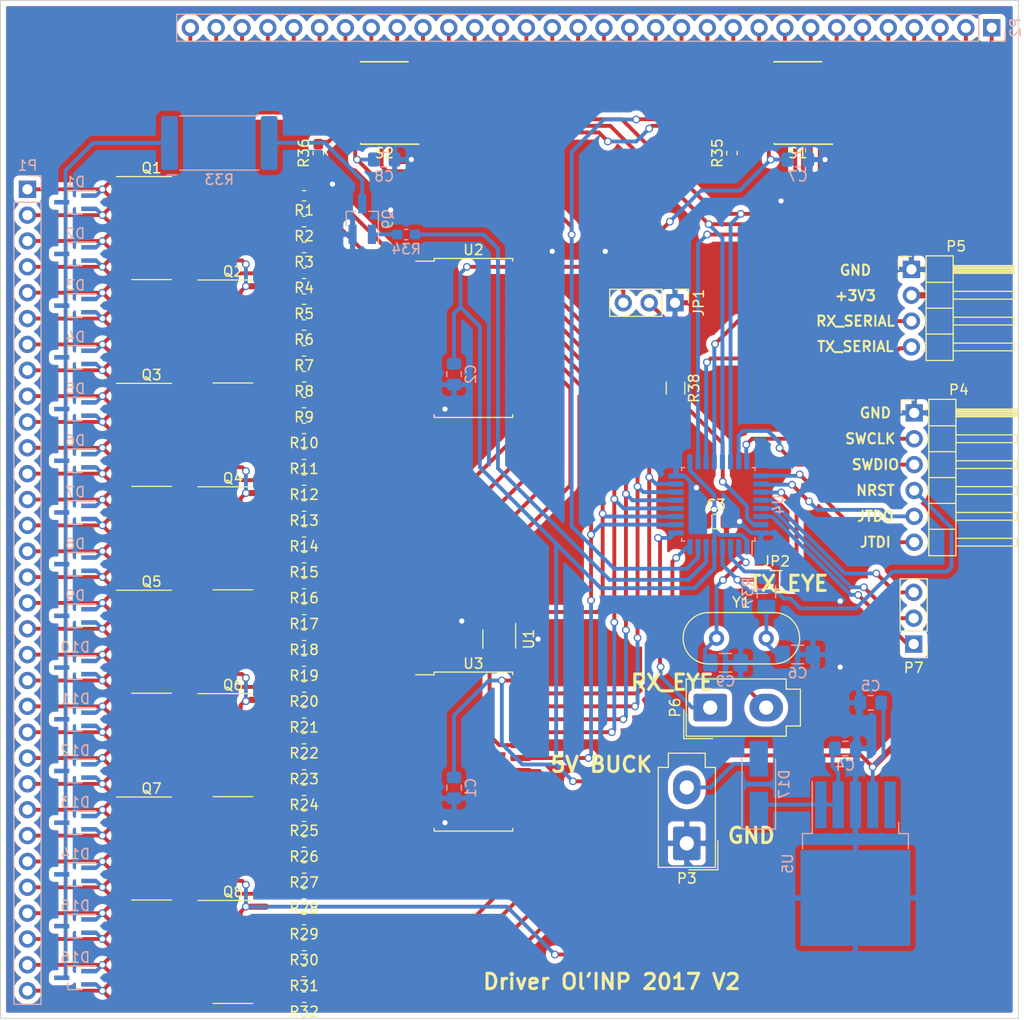
<source format=kicad_pcb>
(kicad_pcb (version 20171130) (host pcbnew "(5.1.4)-1")
  (layers (0 F.Cu signal) (31 B.Cu signal) (34 B.Paste user) (35 F.Paste user) (36 B.SilkS user) (37 F.SilkS user) (38 B.Mask user) (39 F.Mask user) (44 Edge.Cuts user))
  (net 0 "")
  (net 1 GND)
  (net 2 +3V3)
  (net 3 +5V)
  (net 4 SERIAL_IN)
  (net 5 CLK_COL)
  (net 6 LATCH_COL)
  (net 7 BLANK)
  (net 8 LINE_4)
  (net 9 DATA)
  (net 10 LINE_3)
  (net 11 LINE_2)
  (net 12 LINE_1)
  (net 13 LINE_0)
  (net 14 NRST)
  (net 15 TX_EYE)
  (net 16 RX_EYE)
  (net 17 TX_SERIAL)
  (net 18 RX_SERIAL)
  (net 19 SWDIO)
  (net 20 SWCLK)
  (net 21 JTDI)
  (net 22 JTDO)
  (net 23 "Net-(D1-Pad1)")
  (net 24 "Net-(D1-Pad3)")
  (net 25 "Net-(D2-Pad1)")
  (net 26 "Net-(D3-Pad1)")
  (net 27 "Net-(D4-Pad1)")
  (net 28 "Net-(D5-Pad1)")
  (net 29 "Net-(D6-Pad1)")
  (net 30 "Net-(D7-Pad1)")
  (net 31 "Net-(D8-Pad1)")
  (net 32 "Net-(D9-Pad1)")
  (net 33 "Net-(D10-Pad1)")
  (net 34 "Net-(D11-Pad1)")
  (net 35 "Net-(D12-Pad1)")
  (net 36 "Net-(D13-Pad1)")
  (net 37 "Net-(D14-Pad1)")
  (net 38 "Net-(D15-Pad1)")
  (net 39 "Net-(D16-Pad1)")
  (net 40 "Net-(P2-Pad1)")
  (net 41 "Net-(P2-Pad2)")
  (net 42 "Net-(P2-Pad3)")
  (net 43 "Net-(P2-Pad4)")
  (net 44 "Net-(P2-Pad5)")
  (net 45 "Net-(P2-Pad6)")
  (net 46 "Net-(P2-Pad7)")
  (net 47 "Net-(P2-Pad8)")
  (net 48 "Net-(P2-Pad9)")
  (net 49 "Net-(P2-Pad10)")
  (net 50 "Net-(P2-Pad11)")
  (net 51 "Net-(P2-Pad12)")
  (net 52 "Net-(P2-Pad13)")
  (net 53 "Net-(P2-Pad14)")
  (net 54 "Net-(P2-Pad15)")
  (net 55 "Net-(P2-Pad16)")
  (net 56 "Net-(P2-Pad17)")
  (net 57 "Net-(P2-Pad18)")
  (net 58 "Net-(P2-Pad19)")
  (net 59 "Net-(P2-Pad20)")
  (net 60 "Net-(P2-Pad21)")
  (net 61 "Net-(P2-Pad22)")
  (net 62 "Net-(P2-Pad23)")
  (net 63 "Net-(P2-Pad24)")
  (net 64 "Net-(P2-Pad25)")
  (net 65 "Net-(P2-Pad26)")
  (net 66 "Net-(P2-Pad27)")
  (net 67 "Net-(P2-Pad28)")
  (net 68 "Net-(P2-Pad29)")
  (net 69 "Net-(P2-Pad30)")
  (net 70 "Net-(P2-Pad31)")
  (net 71 "Net-(P2-Pad32)")
  (net 72 "Net-(Q1-Pad9)")
  (net 73 "Net-(Q1-Pad11)")
  (net 74 "Net-(Q1-Pad13)")
  (net 75 "Net-(Q1-Pad15)")
  (net 76 "Net-(Q2-Pad9)")
  (net 77 "Net-(Q2-Pad11)")
  (net 78 "Net-(Q2-Pad13)")
  (net 79 "Net-(Q2-Pad15)")
  (net 80 "Net-(Q3-Pad9)")
  (net 81 "Net-(Q3-Pad11)")
  (net 82 "Net-(Q3-Pad13)")
  (net 83 "Net-(Q3-Pad15)")
  (net 84 "Net-(Q4-Pad9)")
  (net 85 "Net-(Q4-Pad11)")
  (net 86 "Net-(Q4-Pad13)")
  (net 87 "Net-(Q4-Pad15)")
  (net 88 "Net-(Q5-Pad9)")
  (net 89 "Net-(Q5-Pad11)")
  (net 90 "Net-(Q5-Pad13)")
  (net 91 "Net-(Q5-Pad15)")
  (net 92 "Net-(Q6-Pad9)")
  (net 93 "Net-(Q6-Pad11)")
  (net 94 "Net-(Q6-Pad13)")
  (net 95 "Net-(Q6-Pad15)")
  (net 96 "Net-(Q7-Pad9)")
  (net 97 "Net-(Q7-Pad11)")
  (net 98 "Net-(Q7-Pad13)")
  (net 99 "Net-(Q7-Pad15)")
  (net 100 "Net-(Q8-Pad9)")
  (net 101 "Net-(Q8-Pad11)")
  (net 102 "Net-(Q8-Pad13)")
  (net 103 "Net-(Q8-Pad15)")
  (net 104 "Net-(Q9-Pad1)")
  (net 105 "Net-(Q9-Pad3)")
  (net 106 "Net-(R1-Pad1)")
  (net 107 "Net-(R2-Pad1)")
  (net 108 "Net-(R3-Pad1)")
  (net 109 "Net-(R4-Pad1)")
  (net 110 "Net-(R5-Pad1)")
  (net 111 "Net-(R6-Pad1)")
  (net 112 "Net-(R7-Pad1)")
  (net 113 "Net-(R8-Pad1)")
  (net 114 "Net-(R9-Pad1)")
  (net 115 "Net-(R10-Pad1)")
  (net 116 "Net-(R11-Pad1)")
  (net 117 "Net-(R12-Pad1)")
  (net 118 "Net-(R13-Pad1)")
  (net 119 "Net-(R14-Pad1)")
  (net 120 "Net-(R15-Pad1)")
  (net 121 "Net-(R16-Pad1)")
  (net 122 "Net-(R17-Pad1)")
  (net 123 "Net-(R18-Pad1)")
  (net 124 "Net-(R19-Pad1)")
  (net 125 "Net-(R20-Pad1)")
  (net 126 "Net-(R21-Pad1)")
  (net 127 "Net-(R22-Pad1)")
  (net 128 "Net-(R23-Pad1)")
  (net 129 "Net-(R24-Pad1)")
  (net 130 "Net-(R25-Pad1)")
  (net 131 "Net-(R26-Pad1)")
  (net 132 "Net-(R27-Pad1)")
  (net 133 "Net-(R28-Pad1)")
  (net 134 "Net-(R29-Pad1)")
  (net 135 "Net-(R30-Pad1)")
  (net 136 "Net-(R31-Pad1)")
  (net 137 "Net-(R32-Pad1)")
  (net 138 PURGE)
  (net 139 "Net-(R35-Pad2)")
  (net 140 "Net-(R36-Pad2)")
  (net 141 "Net-(S1-Pad22)")
  (net 142 "Net-(U1-Pad4)")
  (net 143 "Net-(D1-Pad2)")
  (net 144 "Net-(D2-Pad2)")
  (net 145 "Net-(D3-Pad2)")
  (net 146 "Net-(D4-Pad2)")
  (net 147 "Net-(D5-Pad2)")
  (net 148 "Net-(D6-Pad2)")
  (net 149 "Net-(D7-Pad2)")
  (net 150 "Net-(D8-Pad2)")
  (net 151 "Net-(D9-Pad2)")
  (net 152 "Net-(D10-Pad2)")
  (net 153 "Net-(D11-Pad2)")
  (net 154 "Net-(D12-Pad2)")
  (net 155 "Net-(D13-Pad2)")
  (net 156 "Net-(D14-Pad2)")
  (net 157 "Net-(D15-Pad2)")
  (net 158 "Net-(D16-Pad2)")
  (net 159 "Net-(D17-Pad2)")
  (net 160 "Net-(C6-Pad1)")
  (net 161 "Net-(C9-Pad1)")
  (net 162 "Net-(JP1-Pad2)")
  (net 163 F1)
  (net 164 F2)
  (net 165 F3)
  (net 166 "Net-(R37-Pad1)")
  (net 167 "Net-(R38-Pad2)")
  (net 168 "Net-(JP2-Pad2)")
  (net 169 "Net-(S2-Pad22)")
  (net 170 "Net-(U5-Pad5)")
  (module Crystal:Crystal_HC49-4H_Vertical (layer F.Cu) (at 172.35 118.66)
    (fp_text reference Y1 (at 2.44 -3.525) (layer F.SilkS))
    (fp_text value Crystal)
    (pad 2 thru_hole circle (at 4.88 0) (size 1.5 1.5) (drill 0.8) (layers *.Cu *.Mask) (net 160 "Net-(C6-Pad1)"))
    (pad 1 thru_hole circle (at 0 0) (size 1.5 1.5) (drill 0.8) (layers *.Cu *.Mask) (net 161 "Net-(C9-Pad1)"))
  )
  (module Resistor_SMD:R_4020_10251Metric_Pad1.65x5.30mm_HandSolder (layer B.Cu) (at 123.5 70)
    (fp_text reference R33 (at 0 3.6) (layer B.SilkS) (effects (justify mirror)))
    (fp_text value 8.2)
    (pad 2 smd roundrect (at 4.9 0) (size 1.65 5.3) (layers B.Cu B.Paste B.Mask) (roundrect_rratio 0.151515) (net 105 "Net-(Q9-Pad3)"))
    (pad 1 smd roundrect (at -4.9 0) (size 1.65 5.3) (layers B.Cu B.Paste B.Mask) (roundrect_rratio 0.151515) (net 24 "Net-(D1-Pad3)"))
  )
  (module Package_TO_SOT_SMD:SOT-23-5_HandSoldering (layer F.Cu) (at 151.003 118.745 270)
    (fp_text reference U1 (at 0 -2.9 90) (layer F.SilkS))
    (fp_text value 74AHC1G)
    (pad 5 smd rect (at 1.35 -0.95 270) (size 1.56 0.65) (layers F.Cu F.Paste F.Mask) (net 2 +3V3))
    (pad 4 smd rect (at 1.35 0.95 270) (size 1.56 0.65) (layers F.Cu F.Paste F.Mask) (net 142 "Net-(U1-Pad4)"))
    (pad 3 smd rect (at -1.35 0.95 270) (size 1.56 0.65) (layers F.Cu F.Paste F.Mask) (net 1 GND))
    (pad 2 smd rect (at -1.35 0 270) (size 1.56 0.65) (layers F.Cu F.Paste F.Mask) (net 8 LINE_4))
    (pad 1 smd rect (at -1.35 -0.95 270) (size 1.56 0.65) (layers F.Cu F.Paste F.Mask))
  )
  (module Package_TO_SOT_SMD:TO-263-5_TabPin3 (layer B.Cu) (at 186 140.8 270)
    (fp_text reference U5 (at 0 6.65 90) (layer B.SilkS) (effects (justify mirror)))
    (fp_text value NCP59301DSS33R4G)
    (pad 3 smd rect (at 3.375 0 270) (size 9.4 10.8) (layers B.Cu B.Mask) (net 1 GND))
    (pad 5 smd rect (at -5.775 -3.4 270) (size 4.6 1.1) (layers B.Cu B.Paste B.Mask) (net 170 "Net-(U5-Pad5)"))
    (pad 4 smd rect (at -5.775 -1.7 270) (size 4.6 1.1) (layers B.Cu B.Paste B.Mask) (net 2 +3V3))
    (pad 3 smd rect (at -5.775 0 270) (size 4.6 1.1) (layers B.Cu B.Paste B.Mask) (net 1 GND))
    (pad 2 smd rect (at -5.775 1.7 270) (size 4.6 1.1) (layers B.Cu B.Paste B.Mask) (net 3 +5V))
    (pad 1 smd rect (at -5.775 3.4 270) (size 4.6 1.1) (layers B.Cu B.Paste B.Mask) (net 3 +5V))
  )
  (module Package_QFP:LQFP-32_7x7mm_P0.8mm (layer B.Cu) (at 172.53 105.5 90)
    (fp_text reference U4 (at 0 5.88 90) (layer B.SilkS) (effects (justify mirror)))
    (fp_text value STM32F303K8)
    (pad 32 smd roundrect (at -2.8 4.175 90) (size 0.5 1.5) (layers B.Cu B.Paste B.Mask) (net 1 GND))
    (pad 31 smd roundrect (at -2 4.175 90) (size 0.5 1.5) (layers B.Cu B.Paste B.Mask) (net 167 "Net-(R38-Pad2)"))
    (pad 30 smd roundrect (at -1.2 4.175 90) (size 0.5 1.5) (layers B.Cu B.Paste B.Mask) (net 163 F1))
    (pad 29 smd roundrect (at -0.4 4.175 90) (size 0.5 1.5) (layers B.Cu B.Paste B.Mask) (net 164 F2))
    (pad 28 smd roundrect (at 0.4 4.175 90) (size 0.5 1.5) (layers B.Cu B.Paste B.Mask) (net 165 F3))
    (pad 27 smd roundrect (at 1.2 4.175 90) (size 0.5 1.5) (layers B.Cu B.Paste B.Mask) (net 168 "Net-(JP2-Pad2)"))
    (pad 26 smd roundrect (at 2 4.175 90) (size 0.5 1.5) (layers B.Cu B.Paste B.Mask) (net 22 JTDO))
    (pad 25 smd roundrect (at 2.8 4.175 90) (size 0.5 1.5) (layers B.Cu B.Paste B.Mask) (net 21 JTDI))
    (pad 24 smd roundrect (at 4.175 2.8 90) (size 1.5 0.5) (layers B.Cu B.Paste B.Mask) (net 20 SWCLK))
    (pad 23 smd roundrect (at 4.175 2 90) (size 1.5 0.5) (layers B.Cu B.Paste B.Mask) (net 19 SWDIO))
    (pad 22 smd roundrect (at 4.175 1.2 90) (size 1.5 0.5) (layers B.Cu B.Paste B.Mask) (net 6 LATCH_COL))
    (pad 21 smd roundrect (at 4.175 0.4 90) (size 1.5 0.5) (layers B.Cu B.Paste B.Mask) (net 5 CLK_COL))
    (pad 20 smd roundrect (at 4.175 -0.4 90) (size 1.5 0.5) (layers B.Cu B.Paste B.Mask) (net 18 RX_SERIAL))
    (pad 19 smd roundrect (at 4.175 -1.2 90) (size 1.5 0.5) (layers B.Cu B.Paste B.Mask) (net 17 TX_SERIAL))
    (pad 18 smd roundrect (at 4.175 -2 90) (size 1.5 0.5) (layers B.Cu B.Paste B.Mask) (net 4 SERIAL_IN))
    (pad 17 smd roundrect (at 4.175 -2.8 90) (size 1.5 0.5) (layers B.Cu B.Paste B.Mask) (net 2 +3V3))
    (pad 16 smd roundrect (at 2.8 -4.175 90) (size 0.5 1.5) (layers B.Cu B.Paste B.Mask) (net 1 GND))
    (pad 15 smd roundrect (at 2 -4.175 90) (size 0.5 1.5) (layers B.Cu B.Paste B.Mask) (net 13 LINE_0))
    (pad 14 smd roundrect (at 1.2 -4.175 90) (size 0.5 1.5) (layers B.Cu B.Paste B.Mask) (net 12 LINE_1))
    (pad 13 smd roundrect (at 0.4 -4.175 90) (size 0.5 1.5) (layers B.Cu B.Paste B.Mask) (net 11 LINE_2))
    (pad 12 smd roundrect (at -0.4 -4.175 90) (size 0.5 1.5) (layers B.Cu B.Paste B.Mask) (net 10 LINE_3))
    (pad 11 smd roundrect (at -1.2 -4.175 90) (size 0.5 1.5) (layers B.Cu B.Paste B.Mask) (net 8 LINE_4))
    (pad 10 smd roundrect (at -2 -4.175 90) (size 0.5 1.5) (layers B.Cu B.Paste B.Mask) (net 9 DATA))
    (pad 9 smd roundrect (at -2.8 -4.175 90) (size 0.5 1.5) (layers B.Cu B.Paste B.Mask) (net 16 RX_EYE))
    (pad 8 smd roundrect (at -4.175 -2.8 90) (size 1.5 0.5) (layers B.Cu B.Paste B.Mask) (net 15 TX_EYE))
    (pad 7 smd roundrect (at -4.175 -2 90) (size 1.5 0.5) (layers B.Cu B.Paste B.Mask) (net 7 BLANK))
    (pad 6 smd roundrect (at -4.175 -1.2 90) (size 1.5 0.5) (layers B.Cu B.Paste B.Mask) (net 138 PURGE))
    (pad 5 smd roundrect (at -4.175 -0.4 90) (size 1.5 0.5) (layers B.Cu B.Paste B.Mask) (net 2 +3V3))
    (pad 4 smd roundrect (at -4.175 0.4 90) (size 1.5 0.5) (layers B.Cu B.Paste B.Mask) (net 14 NRST))
    (pad 3 smd roundrect (at -4.175 1.2 90) (size 1.5 0.5) (layers B.Cu B.Paste B.Mask) (net 166 "Net-(R37-Pad1)"))
    (pad 2 smd roundrect (at -4.175 2 90) (size 1.5 0.5) (layers B.Cu B.Paste B.Mask) (net 161 "Net-(C9-Pad1)"))
    (pad 1 smd roundrect (at -4.175 2.8 90) (size 1.5 0.5) (layers B.Cu B.Paste B.Mask) (net 2 +3V3))
  )
  (module Package_SO:SOIC-24W_7.5x15.4mm_P1.27mm (layer F.Cu) (at 148.463 129.794)
    (fp_text reference U3 (at 0 -8.65) (layer F.SilkS))
    (fp_text value CD74HC154)
    (pad 24 smd roundrect (at 4.65 -6.985) (size 2.05 0.6) (layers F.Cu F.Paste F.Mask) (net 2 +3V3))
    (pad 23 smd roundrect (at 4.65 -5.715) (size 2.05 0.6) (layers F.Cu F.Paste F.Mask) (net 13 LINE_0))
    (pad 22 smd roundrect (at 4.65 -4.445) (size 2.05 0.6) (layers F.Cu F.Paste F.Mask) (net 12 LINE_1))
    (pad 21 smd roundrect (at 4.65 -3.175) (size 2.05 0.6) (layers F.Cu F.Paste F.Mask) (net 11 LINE_2))
    (pad 20 smd roundrect (at 4.65 -1.905) (size 2.05 0.6) (layers F.Cu F.Paste F.Mask) (net 10 LINE_3))
    (pad 19 smd roundrect (at 4.65 -0.635) (size 2.05 0.6) (layers F.Cu F.Paste F.Mask) (net 142 "Net-(U1-Pad4)"))
    (pad 18 smd roundrect (at 4.65 0.635) (size 2.05 0.6) (layers F.Cu F.Paste F.Mask) (net 9 DATA))
    (pad 17 smd roundrect (at 4.65 1.905) (size 2.05 0.6) (layers F.Cu F.Paste F.Mask) (net 137 "Net-(R32-Pad1)"))
    (pad 16 smd roundrect (at 4.65 3.175) (size 2.05 0.6) (layers F.Cu F.Paste F.Mask) (net 136 "Net-(R31-Pad1)"))
    (pad 15 smd roundrect (at 4.65 4.445) (size 2.05 0.6) (layers F.Cu F.Paste F.Mask) (net 135 "Net-(R30-Pad1)"))
    (pad 14 smd roundrect (at 4.65 5.715) (size 2.05 0.6) (layers F.Cu F.Paste F.Mask) (net 134 "Net-(R29-Pad1)"))
    (pad 13 smd roundrect (at 4.65 6.985) (size 2.05 0.6) (layers F.Cu F.Paste F.Mask) (net 133 "Net-(R28-Pad1)"))
    (pad 12 smd roundrect (at -4.65 6.985) (size 2.05 0.6) (layers F.Cu F.Paste F.Mask) (net 1 GND))
    (pad 11 smd roundrect (at -4.65 5.715) (size 2.05 0.6) (layers F.Cu F.Paste F.Mask) (net 132 "Net-(R27-Pad1)"))
    (pad 10 smd roundrect (at -4.65 4.445) (size 2.05 0.6) (layers F.Cu F.Paste F.Mask) (net 131 "Net-(R26-Pad1)"))
    (pad 9 smd roundrect (at -4.65 3.175) (size 2.05 0.6) (layers F.Cu F.Paste F.Mask) (net 130 "Net-(R25-Pad1)"))
    (pad 8 smd roundrect (at -4.65 1.905) (size 2.05 0.6) (layers F.Cu F.Paste F.Mask) (net 129 "Net-(R24-Pad1)"))
    (pad 7 smd roundrect (at -4.65 0.635) (size 2.05 0.6) (layers F.Cu F.Paste F.Mask) (net 128 "Net-(R23-Pad1)"))
    (pad 6 smd roundrect (at -4.65 -0.635) (size 2.05 0.6) (layers F.Cu F.Paste F.Mask) (net 127 "Net-(R22-Pad1)"))
    (pad 5 smd roundrect (at -4.65 -1.905) (size 2.05 0.6) (layers F.Cu F.Paste F.Mask) (net 126 "Net-(R21-Pad1)"))
    (pad 4 smd roundrect (at -4.65 -3.175) (size 2.05 0.6) (layers F.Cu F.Paste F.Mask) (net 125 "Net-(R20-Pad1)"))
    (pad 3 smd roundrect (at -4.65 -4.445) (size 2.05 0.6) (layers F.Cu F.Paste F.Mask) (net 124 "Net-(R19-Pad1)"))
    (pad 2 smd roundrect (at -4.65 -5.715) (size 2.05 0.6) (layers F.Cu F.Paste F.Mask) (net 123 "Net-(R18-Pad1)"))
    (pad 1 smd roundrect (at -4.65 -6.985) (size 2.05 0.6) (layers F.Cu F.Paste F.Mask) (net 122 "Net-(R17-Pad1)"))
  )
  (module Package_SO:SOIC-24W_7.5x15.4mm_P1.27mm (layer F.Cu) (at 148.463 89.154)
    (fp_text reference U2 (at 0 -8.65) (layer F.SilkS))
    (fp_text value CD74HC154)
    (pad 24 smd roundrect (at 4.65 -6.985) (size 2.05 0.6) (layers F.Cu F.Paste F.Mask) (net 2 +3V3))
    (pad 23 smd roundrect (at 4.65 -5.715) (size 2.05 0.6) (layers F.Cu F.Paste F.Mask) (net 13 LINE_0))
    (pad 22 smd roundrect (at 4.65 -4.445) (size 2.05 0.6) (layers F.Cu F.Paste F.Mask) (net 12 LINE_1))
    (pad 21 smd roundrect (at 4.65 -3.175) (size 2.05 0.6) (layers F.Cu F.Paste F.Mask) (net 11 LINE_2))
    (pad 20 smd roundrect (at 4.65 -1.905) (size 2.05 0.6) (layers F.Cu F.Paste F.Mask) (net 10 LINE_3))
    (pad 19 smd roundrect (at 4.65 -0.635) (size 2.05 0.6) (layers F.Cu F.Paste F.Mask) (net 8 LINE_4))
    (pad 18 smd roundrect (at 4.65 0.635) (size 2.05 0.6) (layers F.Cu F.Paste F.Mask) (net 9 DATA))
    (pad 17 smd roundrect (at 4.65 1.905) (size 2.05 0.6) (layers F.Cu F.Paste F.Mask) (net 121 "Net-(R16-Pad1)"))
    (pad 16 smd roundrect (at 4.65 3.175) (size 2.05 0.6) (layers F.Cu F.Paste F.Mask) (net 120 "Net-(R15-Pad1)"))
    (pad 15 smd roundrect (at 4.65 4.445) (size 2.05 0.6) (layers F.Cu F.Paste F.Mask) (net 119 "Net-(R14-Pad1)"))
    (pad 14 smd roundrect (at 4.65 5.715) (size 2.05 0.6) (layers F.Cu F.Paste F.Mask) (net 118 "Net-(R13-Pad1)"))
    (pad 13 smd roundrect (at 4.65 6.985) (size 2.05 0.6) (layers F.Cu F.Paste F.Mask) (net 117 "Net-(R12-Pad1)"))
    (pad 12 smd roundrect (at -4.65 6.985) (size 2.05 0.6) (layers F.Cu F.Paste F.Mask) (net 1 GND))
    (pad 11 smd roundrect (at -4.65 5.715) (size 2.05 0.6) (layers F.Cu F.Paste F.Mask) (net 116 "Net-(R11-Pad1)"))
    (pad 10 smd roundrect (at -4.65 4.445) (size 2.05 0.6) (layers F.Cu F.Paste F.Mask) (net 115 "Net-(R10-Pad1)"))
    (pad 9 smd roundrect (at -4.65 3.175) (size 2.05 0.6) (layers F.Cu F.Paste F.Mask) (net 114 "Net-(R9-Pad1)"))
    (pad 8 smd roundrect (at -4.65 1.905) (size 2.05 0.6) (layers F.Cu F.Paste F.Mask) (net 113 "Net-(R8-Pad1)"))
    (pad 7 smd roundrect (at -4.65 0.635) (size 2.05 0.6) (layers F.Cu F.Paste F.Mask) (net 112 "Net-(R7-Pad1)"))
    (pad 6 smd roundrect (at -4.65 -0.635) (size 2.05 0.6) (layers F.Cu F.Paste F.Mask) (net 111 "Net-(R6-Pad1)"))
    (pad 5 smd roundrect (at -4.65 -1.905) (size 2.05 0.6) (layers F.Cu F.Paste F.Mask) (net 110 "Net-(R5-Pad1)"))
    (pad 4 smd roundrect (at -4.65 -3.175) (size 2.05 0.6) (layers F.Cu F.Paste F.Mask) (net 109 "Net-(R4-Pad1)"))
    (pad 3 smd roundrect (at -4.65 -4.445) (size 2.05 0.6) (layers F.Cu F.Paste F.Mask) (net 108 "Net-(R3-Pad1)"))
    (pad 2 smd roundrect (at -4.65 -5.715) (size 2.05 0.6) (layers F.Cu F.Paste F.Mask) (net 107 "Net-(R2-Pad1)"))
    (pad 1 smd roundrect (at -4.65 -6.985) (size 2.05 0.6) (layers F.Cu F.Paste F.Mask) (net 106 "Net-(R1-Pad1)"))
  )
  (module Package_SO:TSSOP-24_4.4x7.8mm_P0.65mm (layer F.Cu) (at 139.7 66.04 180)
    (fp_text reference S2 (at 0 -4.95) (layer F.SilkS))
    (fp_text value CAT4016)
    (pad 24 smd rect (at 2.85 -3.575 180) (size 1.1 0.4) (layers F.Cu F.Paste F.Mask) (net 2 +3V3))
    (pad 23 smd rect (at 2.85 -2.925 180) (size 1.1 0.4) (layers F.Cu F.Paste F.Mask) (net 140 "Net-(R36-Pad2)"))
    (pad 22 smd rect (at 2.85 -2.275 180) (size 1.1 0.4) (layers F.Cu F.Paste F.Mask) (net 169 "Net-(S2-Pad22)"))
    (pad 21 smd rect (at 2.85 -1.625 180) (size 1.1 0.4) (layers F.Cu F.Paste F.Mask) (net 7 BLANK))
    (pad 20 smd rect (at 2.85 -0.975 180) (size 1.1 0.4) (layers F.Cu F.Paste F.Mask) (net 71 "Net-(P2-Pad32)"))
    (pad 19 smd rect (at 2.85 -0.325 180) (size 1.1 0.4) (layers F.Cu F.Paste F.Mask) (net 70 "Net-(P2-Pad31)"))
    (pad 18 smd rect (at 2.85 0.325 180) (size 1.1 0.4) (layers F.Cu F.Paste F.Mask) (net 69 "Net-(P2-Pad30)"))
    (pad 17 smd rect (at 2.85 0.975 180) (size 1.1 0.4) (layers F.Cu F.Paste F.Mask) (net 68 "Net-(P2-Pad29)"))
    (pad 16 smd rect (at 2.85 1.625 180) (size 1.1 0.4) (layers F.Cu F.Paste F.Mask) (net 67 "Net-(P2-Pad28)"))
    (pad 15 smd rect (at 2.85 2.275 180) (size 1.1 0.4) (layers F.Cu F.Paste F.Mask) (net 66 "Net-(P2-Pad27)"))
    (pad 14 smd rect (at 2.85 2.925 180) (size 1.1 0.4) (layers F.Cu F.Paste F.Mask) (net 65 "Net-(P2-Pad26)"))
    (pad 13 smd rect (at 2.85 3.575 180) (size 1.1 0.4) (layers F.Cu F.Paste F.Mask) (net 64 "Net-(P2-Pad25)"))
    (pad 12 smd rect (at -2.85 3.575 180) (size 1.1 0.4) (layers F.Cu F.Paste F.Mask) (net 63 "Net-(P2-Pad24)"))
    (pad 11 smd rect (at -2.85 2.925 180) (size 1.1 0.4) (layers F.Cu F.Paste F.Mask) (net 62 "Net-(P2-Pad23)"))
    (pad 10 smd rect (at -2.85 2.275 180) (size 1.1 0.4) (layers F.Cu F.Paste F.Mask) (net 61 "Net-(P2-Pad22)"))
    (pad 9 smd rect (at -2.85 1.625 180) (size 1.1 0.4) (layers F.Cu F.Paste F.Mask) (net 60 "Net-(P2-Pad21)"))
    (pad 8 smd rect (at -2.85 0.975 180) (size 1.1 0.4) (layers F.Cu F.Paste F.Mask) (net 59 "Net-(P2-Pad20)"))
    (pad 7 smd rect (at -2.85 0.325 180) (size 1.1 0.4) (layers F.Cu F.Paste F.Mask) (net 58 "Net-(P2-Pad19)"))
    (pad 6 smd rect (at -2.85 -0.325 180) (size 1.1 0.4) (layers F.Cu F.Paste F.Mask) (net 57 "Net-(P2-Pad18)"))
    (pad 5 smd rect (at -2.85 -0.975 180) (size 1.1 0.4) (layers F.Cu F.Paste F.Mask) (net 56 "Net-(P2-Pad17)"))
    (pad 4 smd rect (at -2.85 -1.625 180) (size 1.1 0.4) (layers F.Cu F.Paste F.Mask) (net 6 LATCH_COL))
    (pad 3 smd rect (at -2.85 -2.275 180) (size 1.1 0.4) (layers F.Cu F.Paste F.Mask) (net 5 CLK_COL))
    (pad 2 smd rect (at -2.85 -2.925 180) (size 1.1 0.4) (layers F.Cu F.Paste F.Mask) (net 141 "Net-(S1-Pad22)"))
    (pad 1 smd rect (at -2.85 -3.575 180) (size 1.1 0.4) (layers F.Cu F.Paste F.Mask) (net 1 GND))
  )
  (module Package_SO:TSSOP-24_4.4x7.8mm_P0.65mm (layer F.Cu) (at 180.34 66.04 180)
    (fp_text reference S1 (at 0 -4.95) (layer F.SilkS))
    (fp_text value CAT4016)
    (pad 24 smd rect (at 2.85 -3.575 180) (size 1.1 0.4) (layers F.Cu F.Paste F.Mask) (net 2 +3V3))
    (pad 23 smd rect (at 2.85 -2.925 180) (size 1.1 0.4) (layers F.Cu F.Paste F.Mask) (net 139 "Net-(R35-Pad2)"))
    (pad 22 smd rect (at 2.85 -2.275 180) (size 1.1 0.4) (layers F.Cu F.Paste F.Mask) (net 141 "Net-(S1-Pad22)"))
    (pad 21 smd rect (at 2.85 -1.625 180) (size 1.1 0.4) (layers F.Cu F.Paste F.Mask) (net 7 BLANK))
    (pad 20 smd rect (at 2.85 -0.975 180) (size 1.1 0.4) (layers F.Cu F.Paste F.Mask) (net 55 "Net-(P2-Pad16)"))
    (pad 19 smd rect (at 2.85 -0.325 180) (size 1.1 0.4) (layers F.Cu F.Paste F.Mask) (net 54 "Net-(P2-Pad15)"))
    (pad 18 smd rect (at 2.85 0.325 180) (size 1.1 0.4) (layers F.Cu F.Paste F.Mask) (net 53 "Net-(P2-Pad14)"))
    (pad 17 smd rect (at 2.85 0.975 180) (size 1.1 0.4) (layers F.Cu F.Paste F.Mask) (net 52 "Net-(P2-Pad13)"))
    (pad 16 smd rect (at 2.85 1.625 180) (size 1.1 0.4) (layers F.Cu F.Paste F.Mask) (net 51 "Net-(P2-Pad12)"))
    (pad 15 smd rect (at 2.85 2.275 180) (size 1.1 0.4) (layers F.Cu F.Paste F.Mask) (net 50 "Net-(P2-Pad11)"))
    (pad 14 smd rect (at 2.85 2.925 180) (size 1.1 0.4) (layers F.Cu F.Paste F.Mask) (net 49 "Net-(P2-Pad10)"))
    (pad 13 smd rect (at 2.85 3.575 180) (size 1.1 0.4) (layers F.Cu F.Paste F.Mask) (net 48 "Net-(P2-Pad9)"))
    (pad 12 smd rect (at -2.85 3.575 180) (size 1.1 0.4) (layers F.Cu F.Paste F.Mask) (net 47 "Net-(P2-Pad8)"))
    (pad 11 smd rect (at -2.85 2.925 180) (size 1.1 0.4) (layers F.Cu F.Paste F.Mask) (net 46 "Net-(P2-Pad7)"))
    (pad 10 smd rect (at -2.85 2.275 180) (size 1.1 0.4) (layers F.Cu F.Paste F.Mask) (net 45 "Net-(P2-Pad6)"))
    (pad 9 smd rect (at -2.85 1.625 180) (size 1.1 0.4) (layers F.Cu F.Paste F.Mask) (net 44 "Net-(P2-Pad5)"))
    (pad 8 smd rect (at -2.85 0.975 180) (size 1.1 0.4) (layers F.Cu F.Paste F.Mask) (net 43 "Net-(P2-Pad4)"))
    (pad 7 smd rect (at -2.85 0.325 180) (size 1.1 0.4) (layers F.Cu F.Paste F.Mask) (net 42 "Net-(P2-Pad3)"))
    (pad 6 smd rect (at -2.85 -0.325 180) (size 1.1 0.4) (layers F.Cu F.Paste F.Mask) (net 41 "Net-(P2-Pad2)"))
    (pad 5 smd rect (at -2.85 -0.975 180) (size 1.1 0.4) (layers F.Cu F.Paste F.Mask) (net 40 "Net-(P2-Pad1)"))
    (pad 4 smd rect (at -2.85 -1.625 180) (size 1.1 0.4) (layers F.Cu F.Paste F.Mask) (net 6 LATCH_COL))
    (pad 3 smd rect (at -2.85 -2.275 180) (size 1.1 0.4) (layers F.Cu F.Paste F.Mask) (net 5 CLK_COL))
    (pad 2 smd rect (at -2.85 -2.925 180) (size 1.1 0.4) (layers F.Cu F.Paste F.Mask) (net 4 SERIAL_IN))
    (pad 1 smd rect (at -2.85 -3.575 180) (size 1.1 0.4) (layers F.Cu F.Paste F.Mask) (net 1 GND))
  )
  (module Package_TO_SOT_SMD:SOT-23_Handsoldering (layer B.Cu) (at 137.541 77.47 90)
    (fp_text reference Q9 (at 0 2.5 90) (layer B.SilkS) (effects (justify mirror)))
    (fp_text value DSS4160T)
    (pad 3 smd rect (at 1.5 0 90) (size 1.9 0.8) (layers B.Cu B.Paste B.Mask) (net 105 "Net-(Q9-Pad3)"))
    (pad 2 smd rect (at -1.5 -0.95 90) (size 1.9 0.8) (layers B.Cu B.Paste B.Mask) (net 1 GND))
    (pad 1 smd rect (at -1.5 0.95 90) (size 1.9 0.8) (layers B.Cu B.Paste B.Mask) (net 104 "Net-(Q9-Pad1)"))
  )
  (module Connector_PinHeader_2.54mm:PinHeader_1x03_P2.54mm_Vertical (layer F.Cu) (at 191.72 119.23 180)
    (fp_text reference P7 (at 0 -2.33) (layer F.SilkS))
    (fp_text value CONN_FREE_01X03)
    (pad 3 thru_hole oval (at 0 5.08 180) (size 1.7 1.7) (drill 1) (layers *.Cu *.Mask) (net 165 F3))
    (pad 2 thru_hole oval (at 0 2.54 180) (size 1.7 1.7) (drill 1) (layers *.Cu *.Mask) (net 164 F2))
    (pad 1 thru_hole rect (at 0 0 180) (size 1.7 1.7) (drill 1) (layers *.Cu *.Mask) (net 163 F1))
  )
  (module Connector_Molex:Molex_Mini-Fit_Jr_5566-02A_2x01_P4.20mm_Vertical (layer F.Cu) (at 171.73 125.47 90)
    (fp_text reference P6 (at 0 -3.45 90) (layer F.SilkS))
    (fp_text value CONN_01X02)
    (pad 2 thru_hole oval (at 0 5.5 90) (size 2.7 3.3) (drill 1.4) (layers *.Cu *.Mask) (net 15 TX_EYE))
    (pad 1 thru_hole roundrect (at 0 0 90) (size 2.7 3.3) (drill 1.4) (layers *.Cu *.Mask) (roundrect_rratio 0.09259299999999999) (net 16 RX_EYE))
  )
  (module Connector_Molex:Molex_Mini-Fit_Jr_5566-02A_2x01_P4.20mm_Vertical (layer F.Cu) (at 169.43 138.81 180)
    (fp_text reference P3 (at 0 -3.45) (layer F.SilkS))
    (fp_text value CONN_01X02)
    (pad 2 thru_hole oval (at 0 5.5 180) (size 2.7 3.3) (drill 1.4) (layers *.Cu *.Mask) (net 159 "Net-(D17-Pad2)"))
    (pad 1 thru_hole roundrect (at 0 0 180) (size 2.7 3.3) (drill 1.4) (layers *.Cu *.Mask) (roundrect_rratio 0.09259299999999999) (net 1 GND))
  )
  (module Connector_PinHeader_2.54mm:PinHeader_1x04_P2.54mm_Horizontal (layer F.Cu) (at 191.5 82.42)
    (fp_text reference P5 (at 4.385 -2.27) (layer F.SilkS))
    (fp_text value CONN_01X04)
    (pad 4 thru_hole oval (at 0 7.62) (size 1.7 1.7) (drill 1) (layers *.Cu *.Mask) (net 17 TX_SERIAL))
    (pad 3 thru_hole oval (at 0 5.08) (size 1.7 1.7) (drill 1) (layers *.Cu *.Mask) (net 18 RX_SERIAL))
    (pad 2 thru_hole oval (at 0 2.54) (size 1.7 1.7) (drill 1) (layers *.Cu *.Mask) (net 2 +3V3))
    (pad 1 thru_hole rect (at 0 0) (size 1.7 1.7) (drill 1) (layers *.Cu *.Mask) (net 1 GND))
  )
  (module Connector_PinHeader_2.54mm:PinHeader_1x06_P2.54mm_Horizontal (layer F.Cu) (at 191.77 96.52)
    (fp_text reference P4 (at 4.385 -2.27) (layer F.SilkS))
    (fp_text value CONN_01X06)
    (pad 6 thru_hole oval (at 0 12.7) (size 1.7 1.7) (drill 1) (layers *.Cu *.Mask) (net 21 JTDI))
    (pad 5 thru_hole oval (at 0 10.16) (size 1.7 1.7) (drill 1) (layers *.Cu *.Mask) (net 22 JTDO))
    (pad 4 thru_hole oval (at 0 7.62) (size 1.7 1.7) (drill 1) (layers *.Cu *.Mask) (net 14 NRST))
    (pad 3 thru_hole oval (at 0 5.08) (size 1.7 1.7) (drill 1) (layers *.Cu *.Mask) (net 19 SWDIO))
    (pad 2 thru_hole oval (at 0 2.54) (size 1.7 1.7) (drill 1) (layers *.Cu *.Mask) (net 20 SWCLK))
    (pad 1 thru_hole rect (at 0 0) (size 1.7 1.7) (drill 1) (layers *.Cu *.Mask) (net 1 GND))
  )
  (module Connector_PinHeader_2.54mm:PinHeader_1x32_P2.54mm_Vertical (layer B.Cu) (at 199.39 58.674 90)
    (fp_text reference P2 (at 0 2.33 90) (layer B.SilkS) (effects (justify mirror)))
    (fp_text value CONN_01X32)
    (pad 32 thru_hole oval (at 0 -78.74 90) (size 1.7 1.7) (drill 1) (layers *.Cu *.Mask) (net 71 "Net-(P2-Pad32)"))
    (pad 31 thru_hole oval (at 0 -76.2 90) (size 1.7 1.7) (drill 1) (layers *.Cu *.Mask) (net 70 "Net-(P2-Pad31)"))
    (pad 30 thru_hole oval (at 0 -73.66 90) (size 1.7 1.7) (drill 1) (layers *.Cu *.Mask) (net 69 "Net-(P2-Pad30)"))
    (pad 29 thru_hole oval (at 0 -71.12 90) (size 1.7 1.7) (drill 1) (layers *.Cu *.Mask) (net 68 "Net-(P2-Pad29)"))
    (pad 28 thru_hole oval (at 0 -68.58 90) (size 1.7 1.7) (drill 1) (layers *.Cu *.Mask) (net 67 "Net-(P2-Pad28)"))
    (pad 27 thru_hole oval (at 0 -66.04 90) (size 1.7 1.7) (drill 1) (layers *.Cu *.Mask) (net 66 "Net-(P2-Pad27)"))
    (pad 26 thru_hole oval (at 0 -63.5 90) (size 1.7 1.7) (drill 1) (layers *.Cu *.Mask) (net 65 "Net-(P2-Pad26)"))
    (pad 25 thru_hole oval (at 0 -60.96 90) (size 1.7 1.7) (drill 1) (layers *.Cu *.Mask) (net 64 "Net-(P2-Pad25)"))
    (pad 24 thru_hole oval (at 0 -58.42 90) (size 1.7 1.7) (drill 1) (layers *.Cu *.Mask) (net 63 "Net-(P2-Pad24)"))
    (pad 23 thru_hole oval (at 0 -55.88 90) (size 1.7 1.7) (drill 1) (layers *.Cu *.Mask) (net 62 "Net-(P2-Pad23)"))
    (pad 22 thru_hole oval (at 0 -53.34 90) (size 1.7 1.7) (drill 1) (layers *.Cu *.Mask) (net 61 "Net-(P2-Pad22)"))
    (pad 21 thru_hole oval (at 0 -50.8 90) (size 1.7 1.7) (drill 1) (layers *.Cu *.Mask) (net 60 "Net-(P2-Pad21)"))
    (pad 20 thru_hole oval (at 0 -48.26 90) (size 1.7 1.7) (drill 1) (layers *.Cu *.Mask) (net 59 "Net-(P2-Pad20)"))
    (pad 19 thru_hole oval (at 0 -45.72 90) (size 1.7 1.7) (drill 1) (layers *.Cu *.Mask) (net 58 "Net-(P2-Pad19)"))
    (pad 18 thru_hole oval (at 0 -43.18 90) (size 1.7 1.7) (drill 1) (layers *.Cu *.Mask) (net 57 "Net-(P2-Pad18)"))
    (pad 17 thru_hole oval (at 0 -40.64 90) (size 1.7 1.7) (drill 1) (layers *.Cu *.Mask) (net 56 "Net-(P2-Pad17)"))
    (pad 16 thru_hole oval (at 0 -38.1 90) (size 1.7 1.7) (drill 1) (layers *.Cu *.Mask) (net 55 "Net-(P2-Pad16)"))
    (pad 15 thru_hole oval (at 0 -35.56 90) (size 1.7 1.7) (drill 1) (layers *.Cu *.Mask) (net 54 "Net-(P2-Pad15)"))
    (pad 14 thru_hole oval (at 0 -33.02 90) (size 1.7 1.7) (drill 1) (layers *.Cu *.Mask) (net 53 "Net-(P2-Pad14)"))
    (pad 13 thru_hole oval (at 0 -30.48 90) (size 1.7 1.7) (drill 1) (layers *.Cu *.Mask) (net 52 "Net-(P2-Pad13)"))
    (pad 12 thru_hole oval (at 0 -27.94 90) (size 1.7 1.7) (drill 1) (layers *.Cu *.Mask) (net 51 "Net-(P2-Pad12)"))
    (pad 11 thru_hole oval (at 0 -25.4 90) (size 1.7 1.7) (drill 1) (layers *.Cu *.Mask) (net 50 "Net-(P2-Pad11)"))
    (pad 10 thru_hole oval (at 0 -22.86 90) (size 1.7 1.7) (drill 1) (layers *.Cu *.Mask) (net 49 "Net-(P2-Pad10)"))
    (pad 9 thru_hole oval (at 0 -20.32 90) (size 1.7 1.7) (drill 1) (layers *.Cu *.Mask) (net 48 "Net-(P2-Pad9)"))
    (pad 8 thru_hole oval (at 0 -17.78 90) (size 1.7 1.7) (drill 1) (layers *.Cu *.Mask) (net 47 "Net-(P2-Pad8)"))
    (pad 7 thru_hole oval (at 0 -15.24 90) (size 1.7 1.7) (drill 1) (layers *.Cu *.Mask) (net 46 "Net-(P2-Pad7)"))
    (pad 6 thru_hole oval (at 0 -12.7 90) (size 1.7 1.7) (drill 1) (layers *.Cu *.Mask) (net 45 "Net-(P2-Pad6)"))
    (pad 5 thru_hole oval (at 0 -10.16 90) (size 1.7 1.7) (drill 1) (layers *.Cu *.Mask) (net 44 "Net-(P2-Pad5)"))
    (pad 4 thru_hole oval (at 0 -7.62 90) (size 1.7 1.7) (drill 1) (layers *.Cu *.Mask) (net 43 "Net-(P2-Pad4)"))
    (pad 3 thru_hole oval (at 0 -5.08 90) (size 1.7 1.7) (drill 1) (layers *.Cu *.Mask) (net 42 "Net-(P2-Pad3)"))
    (pad 2 thru_hole oval (at 0 -2.54 90) (size 1.7 1.7) (drill 1) (layers *.Cu *.Mask) (net 41 "Net-(P2-Pad2)"))
    (pad 1 thru_hole rect (at 0 0 90) (size 1.7 1.7) (drill 1) (layers *.Cu *.Mask) (net 40 "Net-(P2-Pad1)"))
  )
  (module Connector_PinHeader_2.54mm:PinHeader_1x32_P2.54mm_Vertical (layer B.Cu) (at 104.648 74.549 180)
    (fp_text reference P1 (at 0 2.33) (layer B.SilkS) (effects (justify mirror)))
    (fp_text value CONN_01X32)
    (pad 32 thru_hole oval (at 0 -78.74 180) (size 1.7 1.7) (drill 1) (layers *.Cu *.Mask) (net 158 "Net-(D16-Pad2)"))
    (pad 31 thru_hole oval (at 0 -76.2 180) (size 1.7 1.7) (drill 1) (layers *.Cu *.Mask) (net 39 "Net-(D16-Pad1)"))
    (pad 30 thru_hole oval (at 0 -73.66 180) (size 1.7 1.7) (drill 1) (layers *.Cu *.Mask) (net 157 "Net-(D15-Pad2)"))
    (pad 29 thru_hole oval (at 0 -71.12 180) (size 1.7 1.7) (drill 1) (layers *.Cu *.Mask) (net 38 "Net-(D15-Pad1)"))
    (pad 28 thru_hole oval (at 0 -68.58 180) (size 1.7 1.7) (drill 1) (layers *.Cu *.Mask) (net 156 "Net-(D14-Pad2)"))
    (pad 27 thru_hole oval (at 0 -66.04 180) (size 1.7 1.7) (drill 1) (layers *.Cu *.Mask) (net 37 "Net-(D14-Pad1)"))
    (pad 26 thru_hole oval (at 0 -63.5 180) (size 1.7 1.7) (drill 1) (layers *.Cu *.Mask) (net 155 "Net-(D13-Pad2)"))
    (pad 25 thru_hole oval (at 0 -60.96 180) (size 1.7 1.7) (drill 1) (layers *.Cu *.Mask) (net 36 "Net-(D13-Pad1)"))
    (pad 24 thru_hole oval (at 0 -58.42 180) (size 1.7 1.7) (drill 1) (layers *.Cu *.Mask) (net 154 "Net-(D12-Pad2)"))
    (pad 23 thru_hole oval (at 0 -55.88 180) (size 1.7 1.7) (drill 1) (layers *.Cu *.Mask) (net 35 "Net-(D12-Pad1)"))
    (pad 22 thru_hole oval (at 0 -53.34 180) (size 1.7 1.7) (drill 1) (layers *.Cu *.Mask) (net 153 "Net-(D11-Pad2)"))
    (pad 21 thru_hole oval (at 0 -50.8 180) (size 1.7 1.7) (drill 1) (layers *.Cu *.Mask) (net 34 "Net-(D11-Pad1)"))
    (pad 20 thru_hole oval (at 0 -48.26 180) (size 1.7 1.7) (drill 1) (layers *.Cu *.Mask) (net 152 "Net-(D10-Pad2)"))
    (pad 19 thru_hole oval (at 0 -45.72 180) (size 1.7 1.7) (drill 1) (layers *.Cu *.Mask) (net 33 "Net-(D10-Pad1)"))
    (pad 18 thru_hole oval (at 0 -43.18 180) (size 1.7 1.7) (drill 1) (layers *.Cu *.Mask) (net 151 "Net-(D9-Pad2)"))
    (pad 17 thru_hole oval (at 0 -40.64 180) (size 1.7 1.7) (drill 1) (layers *.Cu *.Mask) (net 32 "Net-(D9-Pad1)"))
    (pad 16 thru_hole oval (at 0 -38.1 180) (size 1.7 1.7) (drill 1) (layers *.Cu *.Mask) (net 150 "Net-(D8-Pad2)"))
    (pad 15 thru_hole oval (at 0 -35.56 180) (size 1.7 1.7) (drill 1) (layers *.Cu *.Mask) (net 31 "Net-(D8-Pad1)"))
    (pad 14 thru_hole oval (at 0 -33.02 180) (size 1.7 1.7) (drill 1) (layers *.Cu *.Mask) (net 149 "Net-(D7-Pad2)"))
    (pad 13 thru_hole oval (at 0 -30.48 180) (size 1.7 1.7) (drill 1) (layers *.Cu *.Mask) (net 30 "Net-(D7-Pad1)"))
    (pad 12 thru_hole oval (at 0 -27.94 180) (size 1.7 1.7) (drill 1) (layers *.Cu *.Mask) (net 148 "Net-(D6-Pad2)"))
    (pad 11 thru_hole oval (at 0 -25.4 180) (size 1.7 1.7) (drill 1) (layers *.Cu *.Mask) (net 29 "Net-(D6-Pad1)"))
    (pad 10 thru_hole oval (at 0 -22.86 180) (size 1.7 1.7) (drill 1) (layers *.Cu *.Mask) (net 147 "Net-(D5-Pad2)"))
    (pad 9 thru_hole oval (at 0 -20.32 180) (size 1.7 1.7) (drill 1) (layers *.Cu *.Mask) (net 28 "Net-(D5-Pad1)"))
    (pad 8 thru_hole oval (at 0 -17.78 180) (size 1.7 1.7) (drill 1) (layers *.Cu *.Mask) (net 146 "Net-(D4-Pad2)"))
    (pad 7 thru_hole oval (at 0 -15.24 180) (size 1.7 1.7) (drill 1) (layers *.Cu *.Mask) (net 27 "Net-(D4-Pad1)"))
    (pad 6 thru_hole oval (at 0 -12.7 180) (size 1.7 1.7) (drill 1) (layers *.Cu *.Mask) (net 145 "Net-(D3-Pad2)"))
    (pad 5 thru_hole oval (at 0 -10.16 180) (size 1.7 1.7) (drill 1) (layers *.Cu *.Mask) (net 26 "Net-(D3-Pad1)"))
    (pad 4 thru_hole oval (at 0 -7.62 180) (size 1.7 1.7) (drill 1) (layers *.Cu *.Mask) (net 144 "Net-(D2-Pad2)"))
    (pad 3 thru_hole oval (at 0 -5.08 180) (size 1.7 1.7) (drill 1) (layers *.Cu *.Mask) (net 25 "Net-(D2-Pad1)"))
    (pad 2 thru_hole oval (at 0 -2.54 180) (size 1.7 1.7) (drill 1) (layers *.Cu *.Mask) (net 143 "Net-(D1-Pad2)"))
    (pad 1 thru_hole rect (at 0 0 180) (size 1.7 1.7) (drill 1) (layers *.Cu *.Mask) (net 23 "Net-(D1-Pad1)"))
  )
  (module Resistor_SMD:R_1206_3216Metric_Pad1.42x1.75mm_HandSolder (layer F.Cu) (at 178.21 112.92)
    (fp_text reference JP2 (at 0 -1.82) (layer F.SilkS))
    (fp_text value JUMPER)
    (pad 2 smd roundrect (at 1.4875 0) (size 1.425 1.75) (layers F.Cu F.Paste F.Mask) (roundrect_rratio 0.175439) (net 168 "Net-(JP2-Pad2)"))
    (pad 1 smd roundrect (at -1.4875 0) (size 1.425 1.75) (layers F.Cu F.Paste F.Mask) (roundrect_rratio 0.175439) (net 14 NRST))
  )
  (module Connector_PinHeader_2.54mm:PinHeader_1x03_P2.54mm_Vertical (layer F.Cu) (at 168.27 85.7 270)
    (fp_text reference JP1 (at 0 -2.33 90) (layer F.SilkS))
    (fp_text value JUMPER3)
    (pad 3 thru_hole oval (at 0 5.08 270) (size 1.7 1.7) (drill 1) (layers *.Cu *.Mask) (net 2 +3V3))
    (pad 2 thru_hole oval (at 0 2.54 270) (size 1.7 1.7) (drill 1) (layers *.Cu *.Mask) (net 162 "Net-(JP1-Pad2)"))
    (pad 1 thru_hole rect (at 0 0 270) (size 1.7 1.7) (drill 1) (layers *.Cu *.Mask) (net 1 GND))
  )
  (module Diode_SMD:D_SMA_Handsoldering (layer B.Cu) (at 176.5 133 90)
    (fp_text reference D17 (at 0 2.5 90) (layer B.SilkS) (effects (justify mirror)))
    (fp_text value RFN2L4STE25)
    (pad 2 smd rect (at 2.5 0 90) (size 3.5 1.8) (layers B.Cu B.Paste B.Mask) (net 159 "Net-(D17-Pad2)"))
    (pad 1 smd rect (at -2.5 0 90) (size 3.5 1.8) (layers B.Cu B.Paste B.Mask) (net 3 +5V))
  )
  (module Resistor_SMD:R_1206_3216Metric_Pad1.42x1.75mm_HandSolder (layer F.Cu) (at 168.32 94.09 270)
    (fp_text reference R38 (at 0 -1.82 90) (layer F.SilkS))
    (fp_text value 10kR)
    (pad 2 smd roundrect (at 1.4875 0 270) (size 1.425 1.75) (layers F.Cu F.Paste F.Mask) (roundrect_rratio 0.175439) (net 167 "Net-(R38-Pad2)"))
    (pad 1 smd roundrect (at -1.4875 0 270) (size 1.425 1.75) (layers F.Cu F.Paste F.Mask) (roundrect_rratio 0.175439) (net 162 "Net-(JP1-Pad2)"))
  )
  (module Resistor_SMD:R_1206_3216Metric_Pad1.42x1.75mm_HandSolder (layer B.Cu) (at 177.25 114.1 270)
    (fp_text reference R37 (at 0 1.82 90) (layer B.SilkS) (effects (justify mirror)))
    (fp_text value R)
    (pad 2 smd roundrect (at 1.4875 0 270) (size 1.425 1.75) (layers B.Cu B.Paste B.Mask) (roundrect_rratio 0.175439) (net 160 "Net-(C6-Pad1)"))
    (pad 1 smd roundrect (at -1.4875 0 270) (size 1.425 1.75) (layers B.Cu B.Paste B.Mask) (roundrect_rratio 0.175439) (net 166 "Net-(R37-Pad1)"))
  )
  (module Resistor_SMD:R_0603_1608Metric_Pad1.05x0.95mm_HandSolder (layer F.Cu) (at 133.223 70.993 90)
    (fp_text reference R36 (at 0 -1.43 90) (layer F.SilkS))
    (fp_text value 4k)
    (pad 2 smd roundrect (at 0.875 0 90) (size 1.05 0.95) (layers F.Cu F.Paste F.Mask) (net 140 "Net-(R36-Pad2)"))
    (pad 1 smd roundrect (at -0.875 0 90) (size 1.05 0.95) (layers F.Cu F.Paste F.Mask) (net 1 GND))
  )
  (module Resistor_SMD:R_0603_1608Metric_Pad1.05x0.95mm_HandSolder (layer F.Cu) (at 173.863 70.993 90)
    (fp_text reference R35 (at 0 -1.43 90) (layer F.SilkS))
    (fp_text value 4k)
    (pad 2 smd roundrect (at 0.875 0 90) (size 1.05 0.95) (layers F.Cu F.Paste F.Mask) (net 139 "Net-(R35-Pad2)"))
    (pad 1 smd roundrect (at -0.875 0 90) (size 1.05 0.95) (layers F.Cu F.Paste F.Mask) (net 1 GND))
  )
  (module Resistor_SMD:R_0603_1608Metric_Pad1.05x0.95mm_HandSolder (layer B.Cu) (at 141.859 78.994)
    (fp_text reference R34 (at 0 1.43) (layer B.SilkS) (effects (justify mirror)))
    (fp_text value 1.7k)
    (pad 2 smd roundrect (at 0.875 0) (size 1.05 0.95) (layers B.Cu B.Paste B.Mask) (net 138 PURGE))
    (pad 1 smd roundrect (at -0.875 0) (size 1.05 0.95) (layers B.Cu B.Paste B.Mask) (net 104 "Net-(Q9-Pad1)"))
  )
  (module Resistor_SMD:R_0603_1608Metric_Pad1.05x0.95mm_HandSolder (layer F.Cu) (at 131.826 153.924 180)
    (fp_text reference R32 (at 0 -1.43) (layer F.SilkS))
    (fp_text value 470)
    (pad 2 smd roundrect (at 0.875 0 180) (size 1.05 0.95) (layers F.Cu F.Paste F.Mask) (net 100 "Net-(Q8-Pad9)"))
    (pad 1 smd roundrect (at -0.875 0 180) (size 1.05 0.95) (layers F.Cu F.Paste F.Mask) (net 137 "Net-(R32-Pad1)"))
  )
  (module Resistor_SMD:R_0603_1608Metric_Pad1.05x0.95mm_HandSolder (layer F.Cu) (at 131.826 151.384 180)
    (fp_text reference R31 (at 0 -1.43) (layer F.SilkS))
    (fp_text value 470)
    (pad 2 smd roundrect (at 0.875 0 180) (size 1.05 0.95) (layers F.Cu F.Paste F.Mask) (net 101 "Net-(Q8-Pad11)"))
    (pad 1 smd roundrect (at -0.875 0 180) (size 1.05 0.95) (layers F.Cu F.Paste F.Mask) (net 136 "Net-(R31-Pad1)"))
  )
  (module Resistor_SMD:R_0603_1608Metric_Pad1.05x0.95mm_HandSolder (layer F.Cu) (at 131.826 148.844 180)
    (fp_text reference R30 (at 0 -1.43) (layer F.SilkS))
    (fp_text value 470)
    (pad 2 smd roundrect (at 0.875 0 180) (size 1.05 0.95) (layers F.Cu F.Paste F.Mask) (net 102 "Net-(Q8-Pad13)"))
    (pad 1 smd roundrect (at -0.875 0 180) (size 1.05 0.95) (layers F.Cu F.Paste F.Mask) (net 135 "Net-(R30-Pad1)"))
  )
  (module Resistor_SMD:R_0603_1608Metric_Pad1.05x0.95mm_HandSolder (layer F.Cu) (at 131.826 146.304 180)
    (fp_text reference R29 (at 0 -1.43) (layer F.SilkS))
    (fp_text value 470)
    (pad 2 smd roundrect (at 0.875 0 180) (size 1.05 0.95) (layers F.Cu F.Paste F.Mask) (net 103 "Net-(Q8-Pad15)"))
    (pad 1 smd roundrect (at -0.875 0 180) (size 1.05 0.95) (layers F.Cu F.Paste F.Mask) (net 134 "Net-(R29-Pad1)"))
  )
  (module Resistor_SMD:R_0603_1608Metric_Pad1.05x0.95mm_HandSolder (layer F.Cu) (at 131.826 143.764 180)
    (fp_text reference R28 (at 0 -1.43) (layer F.SilkS))
    (fp_text value 470)
    (pad 2 smd roundrect (at 0.875 0 180) (size 1.05 0.95) (layers F.Cu F.Paste F.Mask) (net 96 "Net-(Q7-Pad9)"))
    (pad 1 smd roundrect (at -0.875 0 180) (size 1.05 0.95) (layers F.Cu F.Paste F.Mask) (net 133 "Net-(R28-Pad1)"))
  )
  (module Resistor_SMD:R_0603_1608Metric_Pad1.05x0.95mm_HandSolder (layer F.Cu) (at 131.826 141.224 180)
    (fp_text reference R27 (at 0 -1.43) (layer F.SilkS))
    (fp_text value 470)
    (pad 2 smd roundrect (at 0.875 0 180) (size 1.05 0.95) (layers F.Cu F.Paste F.Mask) (net 97 "Net-(Q7-Pad11)"))
    (pad 1 smd roundrect (at -0.875 0 180) (size 1.05 0.95) (layers F.Cu F.Paste F.Mask) (net 132 "Net-(R27-Pad1)"))
  )
  (module Resistor_SMD:R_0603_1608Metric_Pad1.05x0.95mm_HandSolder (layer F.Cu) (at 131.826 138.684 180)
    (fp_text reference R26 (at 0 -1.43) (layer F.SilkS))
    (fp_text value 470)
    (pad 2 smd roundrect (at 0.875 0 180) (size 1.05 0.95) (layers F.Cu F.Paste F.Mask) (net 98 "Net-(Q7-Pad13)"))
    (pad 1 smd roundrect (at -0.875 0 180) (size 1.05 0.95) (layers F.Cu F.Paste F.Mask) (net 131 "Net-(R26-Pad1)"))
  )
  (module Resistor_SMD:R_0603_1608Metric_Pad1.05x0.95mm_HandSolder (layer F.Cu) (at 131.826 136.144 180)
    (fp_text reference R25 (at 0 -1.43) (layer F.SilkS))
    (fp_text value 470)
    (pad 2 smd roundrect (at 0.875 0 180) (size 1.05 0.95) (layers F.Cu F.Paste F.Mask) (net 99 "Net-(Q7-Pad15)"))
    (pad 1 smd roundrect (at -0.875 0 180) (size 1.05 0.95) (layers F.Cu F.Paste F.Mask) (net 130 "Net-(R25-Pad1)"))
  )
  (module Resistor_SMD:R_0603_1608Metric_Pad1.05x0.95mm_HandSolder (layer F.Cu) (at 131.826 133.604 180)
    (fp_text reference R24 (at 0 -1.43) (layer F.SilkS))
    (fp_text value 470)
    (pad 2 smd roundrect (at 0.875 0 180) (size 1.05 0.95) (layers F.Cu F.Paste F.Mask) (net 92 "Net-(Q6-Pad9)"))
    (pad 1 smd roundrect (at -0.875 0 180) (size 1.05 0.95) (layers F.Cu F.Paste F.Mask) (net 129 "Net-(R24-Pad1)"))
  )
  (module Resistor_SMD:R_0603_1608Metric_Pad1.05x0.95mm_HandSolder (layer F.Cu) (at 131.826 131.064 180)
    (fp_text reference R23 (at 0 -1.43) (layer F.SilkS))
    (fp_text value 470)
    (pad 2 smd roundrect (at 0.875 0 180) (size 1.05 0.95) (layers F.Cu F.Paste F.Mask) (net 93 "Net-(Q6-Pad11)"))
    (pad 1 smd roundrect (at -0.875 0 180) (size 1.05 0.95) (layers F.Cu F.Paste F.Mask) (net 128 "Net-(R23-Pad1)"))
  )
  (module Resistor_SMD:R_0603_1608Metric_Pad1.05x0.95mm_HandSolder (layer F.Cu) (at 131.826 128.524 180)
    (fp_text reference R22 (at 0 -1.43) (layer F.SilkS))
    (fp_text value 470)
    (pad 2 smd roundrect (at 0.875 0 180) (size 1.05 0.95) (layers F.Cu F.Paste F.Mask) (net 94 "Net-(Q6-Pad13)"))
    (pad 1 smd roundrect (at -0.875 0 180) (size 1.05 0.95) (layers F.Cu F.Paste F.Mask) (net 127 "Net-(R22-Pad1)"))
  )
  (module Resistor_SMD:R_0603_1608Metric_Pad1.05x0.95mm_HandSolder (layer F.Cu) (at 131.826 125.984 180)
    (fp_text reference R21 (at 0 -1.43) (layer F.SilkS))
    (fp_text value 470)
    (pad 2 smd roundrect (at 0.875 0 180) (size 1.05 0.95) (layers F.Cu F.Paste F.Mask) (net 95 "Net-(Q6-Pad15)"))
    (pad 1 smd roundrect (at -0.875 0 180) (size 1.05 0.95) (layers F.Cu F.Paste F.Mask) (net 126 "Net-(R21-Pad1)"))
  )
  (module Resistor_SMD:R_0603_1608Metric_Pad1.05x0.95mm_HandSolder (layer F.Cu) (at 131.826 123.444 180)
    (fp_text reference R20 (at 0 -1.43) (layer F.SilkS))
    (fp_text value 470)
    (pad 2 smd roundrect (at 0.875 0 180) (size 1.05 0.95) (layers F.Cu F.Paste F.Mask) (net 88 "Net-(Q5-Pad9)"))
    (pad 1 smd roundrect (at -0.875 0 180) (size 1.05 0.95) (layers F.Cu F.Paste F.Mask) (net 125 "Net-(R20-Pad1)"))
  )
  (module Resistor_SMD:R_0603_1608Metric_Pad1.05x0.95mm_HandSolder (layer F.Cu) (at 131.826 120.904 180)
    (fp_text reference R19 (at 0 -1.43) (layer F.SilkS))
    (fp_text value 470)
    (pad 2 smd roundrect (at 0.875 0 180) (size 1.05 0.95) (layers F.Cu F.Paste F.Mask) (net 89 "Net-(Q5-Pad11)"))
    (pad 1 smd roundrect (at -0.875 0 180) (size 1.05 0.95) (layers F.Cu F.Paste F.Mask) (net 124 "Net-(R19-Pad1)"))
  )
  (module Resistor_SMD:R_0603_1608Metric_Pad1.05x0.95mm_HandSolder (layer F.Cu) (at 131.826 118.364 180)
    (fp_text reference R18 (at 0 -1.43) (layer F.SilkS))
    (fp_text value 470)
    (pad 2 smd roundrect (at 0.875 0 180) (size 1.05 0.95) (layers F.Cu F.Paste F.Mask) (net 90 "Net-(Q5-Pad13)"))
    (pad 1 smd roundrect (at -0.875 0 180) (size 1.05 0.95) (layers F.Cu F.Paste F.Mask) (net 123 "Net-(R18-Pad1)"))
  )
  (module Resistor_SMD:R_0603_1608Metric_Pad1.05x0.95mm_HandSolder (layer F.Cu) (at 131.826 115.824 180)
    (fp_text reference R17 (at 0 -1.43) (layer F.SilkS))
    (fp_text value 470)
    (pad 2 smd roundrect (at 0.875 0 180) (size 1.05 0.95) (layers F.Cu F.Paste F.Mask) (net 91 "Net-(Q5-Pad15)"))
    (pad 1 smd roundrect (at -0.875 0 180) (size 1.05 0.95) (layers F.Cu F.Paste F.Mask) (net 122 "Net-(R17-Pad1)"))
  )
  (module Resistor_SMD:R_0603_1608Metric_Pad1.05x0.95mm_HandSolder (layer F.Cu) (at 131.826 113.284 180)
    (fp_text reference R16 (at 0 -1.43) (layer F.SilkS))
    (fp_text value 470)
    (pad 2 smd roundrect (at 0.875 0 180) (size 1.05 0.95) (layers F.Cu F.Paste F.Mask) (net 84 "Net-(Q4-Pad9)"))
    (pad 1 smd roundrect (at -0.875 0 180) (size 1.05 0.95) (layers F.Cu F.Paste F.Mask) (net 121 "Net-(R16-Pad1)"))
  )
  (module Resistor_SMD:R_0603_1608Metric_Pad1.05x0.95mm_HandSolder (layer F.Cu) (at 131.826 110.744 180)
    (fp_text reference R15 (at 0 -1.43) (layer F.SilkS))
    (fp_text value 470)
    (pad 2 smd roundrect (at 0.875 0 180) (size 1.05 0.95) (layers F.Cu F.Paste F.Mask) (net 85 "Net-(Q4-Pad11)"))
    (pad 1 smd roundrect (at -0.875 0 180) (size 1.05 0.95) (layers F.Cu F.Paste F.Mask) (net 120 "Net-(R15-Pad1)"))
  )
  (module Resistor_SMD:R_0603_1608Metric_Pad1.05x0.95mm_HandSolder (layer F.Cu) (at 131.826 108.204 180)
    (fp_text reference R14 (at 0 -1.43) (layer F.SilkS))
    (fp_text value 470)
    (pad 2 smd roundrect (at 0.875 0 180) (size 1.05 0.95) (layers F.Cu F.Paste F.Mask) (net 86 "Net-(Q4-Pad13)"))
    (pad 1 smd roundrect (at -0.875 0 180) (size 1.05 0.95) (layers F.Cu F.Paste F.Mask) (net 119 "Net-(R14-Pad1)"))
  )
  (module Resistor_SMD:R_0603_1608Metric_Pad1.05x0.95mm_HandSolder (layer F.Cu) (at 131.826 105.664 180)
    (fp_text reference R13 (at 0 -1.43) (layer F.SilkS))
    (fp_text value 470)
    (pad 2 smd roundrect (at 0.875 0 180) (size 1.05 0.95) (layers F.Cu F.Paste F.Mask) (net 87 "Net-(Q4-Pad15)"))
    (pad 1 smd roundrect (at -0.875 0 180) (size 1.05 0.95) (layers F.Cu F.Paste F.Mask) (net 118 "Net-(R13-Pad1)"))
  )
  (module Resistor_SMD:R_0603_1608Metric_Pad1.05x0.95mm_HandSolder (layer F.Cu) (at 131.826 103.124 180)
    (fp_text reference R12 (at 0 -1.43) (layer F.SilkS))
    (fp_text value 470)
    (pad 2 smd roundrect (at 0.875 0 180) (size 1.05 0.95) (layers F.Cu F.Paste F.Mask) (net 80 "Net-(Q3-Pad9)"))
    (pad 1 smd roundrect (at -0.875 0 180) (size 1.05 0.95) (layers F.Cu F.Paste F.Mask) (net 117 "Net-(R12-Pad1)"))
  )
  (module Resistor_SMD:R_0603_1608Metric_Pad1.05x0.95mm_HandSolder (layer F.Cu) (at 131.826 100.584 180)
    (fp_text reference R11 (at 0 -1.43) (layer F.SilkS))
    (fp_text value 470)
    (pad 2 smd roundrect (at 0.875 0 180) (size 1.05 0.95) (layers F.Cu F.Paste F.Mask) (net 81 "Net-(Q3-Pad11)"))
    (pad 1 smd roundrect (at -0.875 0 180) (size 1.05 0.95) (layers F.Cu F.Paste F.Mask) (net 116 "Net-(R11-Pad1)"))
  )
  (module Resistor_SMD:R_0603_1608Metric_Pad1.05x0.95mm_HandSolder (layer F.Cu) (at 131.826 98.044 180)
    (fp_text reference R10 (at 0 -1.43) (layer F.SilkS))
    (fp_text value 470)
    (pad 2 smd roundrect (at 0.875 0 180) (size 1.05 0.95) (layers F.Cu F.Paste F.Mask) (net 82 "Net-(Q3-Pad13)"))
    (pad 1 smd roundrect (at -0.875 0 180) (size 1.05 0.95) (layers F.Cu F.Paste F.Mask) (net 115 "Net-(R10-Pad1)"))
  )
  (module Resistor_SMD:R_0603_1608Metric_Pad1.05x0.95mm_HandSolder (layer F.Cu) (at 131.826 95.504 180)
    (fp_text reference R9 (at 0 -1.43) (layer F.SilkS))
    (fp_text value 470)
    (pad 2 smd roundrect (at 0.875 0 180) (size 1.05 0.95) (layers F.Cu F.Paste F.Mask) (net 83 "Net-(Q3-Pad15)"))
    (pad 1 smd roundrect (at -0.875 0 180) (size 1.05 0.95) (layers F.Cu F.Paste F.Mask) (net 114 "Net-(R9-Pad1)"))
  )
  (module Resistor_SMD:R_0603_1608Metric_Pad1.05x0.95mm_HandSolder (layer F.Cu) (at 131.826 92.964 180)
    (fp_text reference R8 (at 0 -1.43) (layer F.SilkS))
    (fp_text value 470)
    (pad 2 smd roundrect (at 0.875 0 180) (size 1.05 0.95) (layers F.Cu F.Paste F.Mask) (net 76 "Net-(Q2-Pad9)"))
    (pad 1 smd roundrect (at -0.875 0 180) (size 1.05 0.95) (layers F.Cu F.Paste F.Mask) (net 113 "Net-(R8-Pad1)"))
  )
  (module Resistor_SMD:R_0603_1608Metric_Pad1.05x0.95mm_HandSolder (layer F.Cu) (at 131.826 90.424 180)
    (fp_text reference R7 (at 0 -1.43) (layer F.SilkS))
    (fp_text value 470)
    (pad 2 smd roundrect (at 0.875 0 180) (size 1.05 0.95) (layers F.Cu F.Paste F.Mask) (net 77 "Net-(Q2-Pad11)"))
    (pad 1 smd roundrect (at -0.875 0 180) (size 1.05 0.95) (layers F.Cu F.Paste F.Mask) (net 112 "Net-(R7-Pad1)"))
  )
  (module Resistor_SMD:R_0603_1608Metric_Pad1.05x0.95mm_HandSolder (layer F.Cu) (at 131.826 87.884 180)
    (fp_text reference R6 (at 0 -1.43) (layer F.SilkS))
    (fp_text value 470)
    (pad 2 smd roundrect (at 0.875 0 180) (size 1.05 0.95) (layers F.Cu F.Paste F.Mask) (net 78 "Net-(Q2-Pad13)"))
    (pad 1 smd roundrect (at -0.875 0 180) (size 1.05 0.95) (layers F.Cu F.Paste F.Mask) (net 111 "Net-(R6-Pad1)"))
  )
  (module Resistor_SMD:R_0603_1608Metric_Pad1.05x0.95mm_HandSolder (layer F.Cu) (at 131.826 85.344 180)
    (fp_text reference R5 (at 0 -1.43) (layer F.SilkS))
    (fp_text value 470)
    (pad 2 smd roundrect (at 0.875 0 180) (size 1.05 0.95) (layers F.Cu F.Paste F.Mask) (net 79 "Net-(Q2-Pad15)"))
    (pad 1 smd roundrect (at -0.875 0 180) (size 1.05 0.95) (layers F.Cu F.Paste F.Mask) (net 110 "Net-(R5-Pad1)"))
  )
  (module Resistor_SMD:R_0603_1608Metric_Pad1.05x0.95mm_HandSolder (layer F.Cu) (at 131.826 82.804 180)
    (fp_text reference R4 (at 0 -1.43) (layer F.SilkS))
    (fp_text value 470)
    (pad 2 smd roundrect (at 0.875 0 180) (size 1.05 0.95) (layers F.Cu F.Paste F.Mask) (net 72 "Net-(Q1-Pad9)"))
    (pad 1 smd roundrect (at -0.875 0 180) (size 1.05 0.95) (layers F.Cu F.Paste F.Mask) (net 109 "Net-(R4-Pad1)"))
  )
  (module Resistor_SMD:R_0603_1608Metric_Pad1.05x0.95mm_HandSolder (layer F.Cu) (at 131.826 80.264 180)
    (fp_text reference R3 (at 0 -1.43) (layer F.SilkS))
    (fp_text value 470)
    (pad 2 smd roundrect (at 0.875 0 180) (size 1.05 0.95) (layers F.Cu F.Paste F.Mask) (net 73 "Net-(Q1-Pad11)"))
    (pad 1 smd roundrect (at -0.875 0 180) (size 1.05 0.95) (layers F.Cu F.Paste F.Mask) (net 108 "Net-(R3-Pad1)"))
  )
  (module Resistor_SMD:R_0603_1608Metric_Pad1.05x0.95mm_HandSolder (layer F.Cu) (at 131.826 77.724 180)
    (fp_text reference R2 (at 0 -1.43) (layer F.SilkS))
    (fp_text value 470)
    (pad 2 smd roundrect (at 0.875 0 180) (size 1.05 0.95) (layers F.Cu F.Paste F.Mask) (net 74 "Net-(Q1-Pad13)"))
    (pad 1 smd roundrect (at -0.875 0 180) (size 1.05 0.95) (layers F.Cu F.Paste F.Mask) (net 107 "Net-(R2-Pad1)"))
  )
  (module Resistor_SMD:R_0603_1608Metric_Pad1.05x0.95mm_HandSolder (layer F.Cu) (at 131.826 75.184 180)
    (fp_text reference R1 (at 0 -1.43) (layer F.SilkS))
    (fp_text value 470)
    (pad 2 smd roundrect (at 0.875 0 180) (size 1.05 0.95) (layers F.Cu F.Paste F.Mask) (net 75 "Net-(Q1-Pad15)"))
    (pad 1 smd roundrect (at -0.875 0 180) (size 1.05 0.95) (layers F.Cu F.Paste F.Mask) (net 106 "Net-(R1-Pad1)"))
  )
  (module Capacitor_SMD:C_1206_3216Metric_Pad1.42x1.75mm_HandSolder (layer B.Cu) (at 173.23 121.07)
    (fp_text reference C9 (at 0 1.82) (layer B.SilkS) (effects (justify mirror)))
    (fp_text value C)
    (pad 2 smd roundrect (at 1.4875 0) (size 1.425 1.75) (layers B.Cu B.Paste B.Mask) (roundrect_rratio 0.175439) (net 1 GND))
    (pad 1 smd roundrect (at -1.4875 0) (size 1.425 1.75) (layers B.Cu B.Paste B.Mask) (roundrect_rratio 0.175439) (net 161 "Net-(C9-Pad1)"))
  )
  (module Capacitor_SMD:C_0805_2012Metric_Pad1.15x1.40mm_HandSolder (layer B.Cu) (at 139.7 71.628)
    (fp_text reference C8 (at 0 1.65) (layer B.SilkS) (effects (justify mirror)))
    (fp_text value 100nF)
    (pad 2 smd roundrect (at 1.025 0) (size 1.15 1.4) (layers B.Cu B.Paste B.Mask) (roundrect_rratio 0.217391) (net 1 GND))
    (pad 1 smd roundrect (at -1.025 0) (size 1.15 1.4) (layers B.Cu B.Paste B.Mask) (roundrect_rratio 0.217391) (net 2 +3V3))
  )
  (module Capacitor_SMD:C_0805_2012Metric_Pad1.15x1.40mm_HandSolder (layer B.Cu) (at 180.34 71.628)
    (fp_text reference C7 (at 0 1.65) (layer B.SilkS) (effects (justify mirror)))
    (fp_text value 100nF)
    (pad 2 smd roundrect (at 1.025 0) (size 1.15 1.4) (layers B.Cu B.Paste B.Mask) (roundrect_rratio 0.217391) (net 1 GND))
    (pad 1 smd roundrect (at -1.025 0) (size 1.15 1.4) (layers B.Cu B.Paste B.Mask) (roundrect_rratio 0.217391) (net 2 +3V3))
  )
  (module Capacitor_SMD:C_1206_3216Metric_Pad1.42x1.75mm_HandSolder (layer B.Cu) (at 180.32 120.26)
    (fp_text reference C6 (at 0 1.82) (layer B.SilkS) (effects (justify mirror)))
    (fp_text value C)
    (pad 2 smd roundrect (at 1.4875 0) (size 1.425 1.75) (layers B.Cu B.Paste B.Mask) (roundrect_rratio 0.175439) (net 1 GND))
    (pad 1 smd roundrect (at -1.4875 0) (size 1.425 1.75) (layers B.Cu B.Paste B.Mask) (roundrect_rratio 0.175439) (net 160 "Net-(C6-Pad1)"))
  )
  (module Capacitor_SMD:C_0805_2012Metric_Pad1.15x1.40mm_HandSolder (layer B.Cu) (at 187.5 125 180)
    (fp_text reference C5 (at 0 1.65) (layer B.SilkS) (effects (justify mirror)))
    (fp_text value 47µF)
    (pad 2 smd roundrect (at 1.025 0 180) (size 1.15 1.4) (layers B.Cu B.Paste B.Mask) (roundrect_rratio 0.217391) (net 1 GND))
    (pad 1 smd roundrect (at -1.025 0 180) (size 1.15 1.4) (layers B.Cu B.Paste B.Mask) (roundrect_rratio 0.217391) (net 2 +3V3))
  )
  (module Capacitor_SMD:C_0805_2012Metric_Pad1.15x1.40mm_HandSolder (layer B.Cu) (at 185 129.5)
    (fp_text reference C4 (at 0 1.65) (layer B.SilkS) (effects (justify mirror)))
    (fp_text value 1µF)
    (pad 2 smd roundrect (at 1.025 0) (size 1.15 1.4) (layers B.Cu B.Paste B.Mask) (roundrect_rratio 0.217391) (net 1 GND))
    (pad 1 smd roundrect (at -1.025 0) (size 1.15 1.4) (layers B.Cu B.Paste B.Mask) (roundrect_rratio 0.217391) (net 3 +5V))
  )
  (module Capacitor_SMD:C_0805_2012Metric_Pad1.15x1.40mm_HandSolder (layer F.Cu) (at 172.3 107.19)
    (fp_text reference C3 (at 0 -1.65) (layer F.SilkS))
    (fp_text value 100nF)
    (pad 2 smd roundrect (at 1.025 0) (size 1.15 1.4) (layers F.Cu F.Paste F.Mask) (roundrect_rratio 0.217391) (net 1 GND))
    (pad 1 smd roundrect (at -1.025 0) (size 1.15 1.4) (layers F.Cu F.Paste F.Mask) (roundrect_rratio 0.217391) (net 2 +3V3))
  )
  (module Capacitor_SMD:C_0805_2012Metric_Pad1.15x1.40mm_HandSolder (layer B.Cu) (at 146.558 92.71 90)
    (fp_text reference C2 (at 0 1.65 90) (layer B.SilkS) (effects (justify mirror)))
    (fp_text value 100n)
    (pad 2 smd roundrect (at 1.025 0 90) (size 1.15 1.4) (layers B.Cu B.Paste B.Mask) (roundrect_rratio 0.217391) (net 2 +3V3))
    (pad 1 smd roundrect (at -1.025 0 90) (size 1.15 1.4) (layers B.Cu B.Paste B.Mask) (roundrect_rratio 0.217391) (net 1 GND))
  )
  (module Capacitor_SMD:C_0805_2012Metric_Pad1.15x1.40mm_HandSolder (layer B.Cu) (at 146.558 133.35 90)
    (fp_text reference C1 (at 0 1.65 90) (layer B.SilkS) (effects (justify mirror)))
    (fp_text value 100n)
    (pad 2 smd roundrect (at 1.025 0 90) (size 1.15 1.4) (layers B.Cu B.Paste B.Mask) (roundrect_rratio 0.217391) (net 2 +3V3))
    (pad 1 smd roundrect (at -1.025 0 90) (size 1.15 1.4) (layers B.Cu B.Paste B.Mask) (roundrect_rratio 0.217391) (net 1 GND))
  )
  (module Package_TO_SOT_SMD:SOT-323_SC-70_Handsoldering (layer B.Cu) (at 109.347 80.899 180)
    (fp_text reference D2 (at 0 2) (layer B.SilkS) (effects (justify mirror)))
    (fp_text value BAT54CW)
    (pad 3 smd rect (at 1.33 0 270) (size 0.45 1.5) (layers B.Cu B.Paste B.Mask) (net 24 "Net-(D1-Pad3)"))
    (pad 2 smd rect (at -1.33 -0.65 270) (size 0.45 1.5) (layers B.Cu B.Paste B.Mask) (net 144 "Net-(D2-Pad2)"))
    (pad 1 smd rect (at -1.33 0.65 270) (size 0.45 1.5) (layers B.Cu B.Paste B.Mask) (net 25 "Net-(D2-Pad1)"))
  )
  (module Package_TO_SOT_SMD:SOT-323_SC-70_Handsoldering (layer B.Cu) (at 109.347 85.979 180)
    (fp_text reference D3 (at 0 2) (layer B.SilkS) (effects (justify mirror)))
    (fp_text value BAT54CW)
    (pad 3 smd rect (at 1.33 0 270) (size 0.45 1.5) (layers B.Cu B.Paste B.Mask) (net 24 "Net-(D1-Pad3)"))
    (pad 2 smd rect (at -1.33 -0.65 270) (size 0.45 1.5) (layers B.Cu B.Paste B.Mask) (net 145 "Net-(D3-Pad2)"))
    (pad 1 smd rect (at -1.33 0.65 270) (size 0.45 1.5) (layers B.Cu B.Paste B.Mask) (net 26 "Net-(D3-Pad1)"))
  )
  (module Package_TO_SOT_SMD:SOT-323_SC-70_Handsoldering (layer B.Cu) (at 109.347 91.059 180)
    (fp_text reference D4 (at 0 2) (layer B.SilkS) (effects (justify mirror)))
    (fp_text value BAT54CW)
    (pad 3 smd rect (at 1.33 0 270) (size 0.45 1.5) (layers B.Cu B.Paste B.Mask) (net 24 "Net-(D1-Pad3)"))
    (pad 2 smd rect (at -1.33 -0.65 270) (size 0.45 1.5) (layers B.Cu B.Paste B.Mask) (net 146 "Net-(D4-Pad2)"))
    (pad 1 smd rect (at -1.33 0.65 270) (size 0.45 1.5) (layers B.Cu B.Paste B.Mask) (net 27 "Net-(D4-Pad1)"))
  )
  (module Package_TO_SOT_SMD:SOT-323_SC-70_Handsoldering (layer B.Cu) (at 109.347 96.139 180)
    (fp_text reference D5 (at 0 2) (layer B.SilkS) (effects (justify mirror)))
    (fp_text value BAT54CW)
    (pad 3 smd rect (at 1.33 0 270) (size 0.45 1.5) (layers B.Cu B.Paste B.Mask) (net 24 "Net-(D1-Pad3)"))
    (pad 2 smd rect (at -1.33 -0.65 270) (size 0.45 1.5) (layers B.Cu B.Paste B.Mask) (net 147 "Net-(D5-Pad2)"))
    (pad 1 smd rect (at -1.33 0.65 270) (size 0.45 1.5) (layers B.Cu B.Paste B.Mask) (net 28 "Net-(D5-Pad1)"))
  )
  (module Package_TO_SOT_SMD:SOT-323_SC-70_Handsoldering (layer B.Cu) (at 109.347 101.219 180)
    (fp_text reference D6 (at 0 2) (layer B.SilkS) (effects (justify mirror)))
    (fp_text value BAT54CW)
    (pad 3 smd rect (at 1.33 0 270) (size 0.45 1.5) (layers B.Cu B.Paste B.Mask) (net 24 "Net-(D1-Pad3)"))
    (pad 2 smd rect (at -1.33 -0.65 270) (size 0.45 1.5) (layers B.Cu B.Paste B.Mask) (net 148 "Net-(D6-Pad2)"))
    (pad 1 smd rect (at -1.33 0.65 270) (size 0.45 1.5) (layers B.Cu B.Paste B.Mask) (net 29 "Net-(D6-Pad1)"))
  )
  (module Package_TO_SOT_SMD:SOT-323_SC-70_Handsoldering (layer B.Cu) (at 109.347 106.299 180)
    (fp_text reference D7 (at 0 2) (layer B.SilkS) (effects (justify mirror)))
    (fp_text value BAT54CW)
    (pad 3 smd rect (at 1.33 0 270) (size 0.45 1.5) (layers B.Cu B.Paste B.Mask) (net 24 "Net-(D1-Pad3)"))
    (pad 2 smd rect (at -1.33 -0.65 270) (size 0.45 1.5) (layers B.Cu B.Paste B.Mask) (net 149 "Net-(D7-Pad2)"))
    (pad 1 smd rect (at -1.33 0.65 270) (size 0.45 1.5) (layers B.Cu B.Paste B.Mask) (net 30 "Net-(D7-Pad1)"))
  )
  (module Package_TO_SOT_SMD:SOT-323_SC-70_Handsoldering (layer B.Cu) (at 109.347 111.379 180)
    (fp_text reference D8 (at 0 2) (layer B.SilkS) (effects (justify mirror)))
    (fp_text value BAT54CW)
    (pad 3 smd rect (at 1.33 0 270) (size 0.45 1.5) (layers B.Cu B.Paste B.Mask) (net 24 "Net-(D1-Pad3)"))
    (pad 2 smd rect (at -1.33 -0.65 270) (size 0.45 1.5) (layers B.Cu B.Paste B.Mask) (net 150 "Net-(D8-Pad2)"))
    (pad 1 smd rect (at -1.33 0.65 270) (size 0.45 1.5) (layers B.Cu B.Paste B.Mask) (net 31 "Net-(D8-Pad1)"))
  )
  (module Package_TO_SOT_SMD:SOT-323_SC-70_Handsoldering (layer B.Cu) (at 109.347 116.459 180)
    (fp_text reference D9 (at 0 2) (layer B.SilkS) (effects (justify mirror)))
    (fp_text value BAT54CW)
    (pad 3 smd rect (at 1.33 0 270) (size 0.45 1.5) (layers B.Cu B.Paste B.Mask) (net 24 "Net-(D1-Pad3)"))
    (pad 2 smd rect (at -1.33 -0.65 270) (size 0.45 1.5) (layers B.Cu B.Paste B.Mask) (net 151 "Net-(D9-Pad2)"))
    (pad 1 smd rect (at -1.33 0.65 270) (size 0.45 1.5) (layers B.Cu B.Paste B.Mask) (net 32 "Net-(D9-Pad1)"))
  )
  (module Package_TO_SOT_SMD:SOT-323_SC-70_Handsoldering (layer B.Cu) (at 109.347 121.539 180)
    (fp_text reference D10 (at 0 2) (layer B.SilkS) (effects (justify mirror)))
    (fp_text value BAT54CW)
    (pad 3 smd rect (at 1.33 0 270) (size 0.45 1.5) (layers B.Cu B.Paste B.Mask) (net 24 "Net-(D1-Pad3)"))
    (pad 2 smd rect (at -1.33 -0.65 270) (size 0.45 1.5) (layers B.Cu B.Paste B.Mask) (net 152 "Net-(D10-Pad2)"))
    (pad 1 smd rect (at -1.33 0.65 270) (size 0.45 1.5) (layers B.Cu B.Paste B.Mask) (net 33 "Net-(D10-Pad1)"))
  )
  (module Package_TO_SOT_SMD:SOT-323_SC-70_Handsoldering (layer B.Cu) (at 109.347 126.619 180)
    (fp_text reference D11 (at 0 2) (layer B.SilkS) (effects (justify mirror)))
    (fp_text value BAT54CW)
    (pad 3 smd rect (at 1.33 0 270) (size 0.45 1.5) (layers B.Cu B.Paste B.Mask) (net 24 "Net-(D1-Pad3)"))
    (pad 2 smd rect (at -1.33 -0.65 270) (size 0.45 1.5) (layers B.Cu B.Paste B.Mask) (net 153 "Net-(D11-Pad2)"))
    (pad 1 smd rect (at -1.33 0.65 270) (size 0.45 1.5) (layers B.Cu B.Paste B.Mask) (net 34 "Net-(D11-Pad1)"))
  )
  (module Package_TO_SOT_SMD:SOT-323_SC-70_Handsoldering (layer B.Cu) (at 109.347 131.699 180)
    (fp_text reference D12 (at 0 2) (layer B.SilkS) (effects (justify mirror)))
    (fp_text value BAT54CW)
    (pad 3 smd rect (at 1.33 0 270) (size 0.45 1.5) (layers B.Cu B.Paste B.Mask) (net 24 "Net-(D1-Pad3)"))
    (pad 2 smd rect (at -1.33 -0.65 270) (size 0.45 1.5) (layers B.Cu B.Paste B.Mask) (net 154 "Net-(D12-Pad2)"))
    (pad 1 smd rect (at -1.33 0.65 270) (size 0.45 1.5) (layers B.Cu B.Paste B.Mask) (net 35 "Net-(D12-Pad1)"))
  )
  (module Package_TO_SOT_SMD:SOT-323_SC-70_Handsoldering (layer B.Cu) (at 109.347 136.779 180)
    (fp_text reference D13 (at 0 2) (layer B.SilkS) (effects (justify mirror)))
    (fp_text value BAT54CW)
    (pad 3 smd rect (at 1.33 0 270) (size 0.45 1.5) (layers B.Cu B.Paste B.Mask) (net 24 "Net-(D1-Pad3)"))
    (pad 2 smd rect (at -1.33 -0.65 270) (size 0.45 1.5) (layers B.Cu B.Paste B.Mask) (net 155 "Net-(D13-Pad2)"))
    (pad 1 smd rect (at -1.33 0.65 270) (size 0.45 1.5) (layers B.Cu B.Paste B.Mask) (net 36 "Net-(D13-Pad1)"))
  )
  (module Package_TO_SOT_SMD:SOT-323_SC-70_Handsoldering (layer B.Cu) (at 109.347 141.859 180)
    (fp_text reference D14 (at 0 2) (layer B.SilkS) (effects (justify mirror)))
    (fp_text value BAT54CW)
    (pad 3 smd rect (at 1.33 0 270) (size 0.45 1.5) (layers B.Cu B.Paste B.Mask) (net 24 "Net-(D1-Pad3)"))
    (pad 2 smd rect (at -1.33 -0.65 270) (size 0.45 1.5) (layers B.Cu B.Paste B.Mask) (net 156 "Net-(D14-Pad2)"))
    (pad 1 smd rect (at -1.33 0.65 270) (size 0.45 1.5) (layers B.Cu B.Paste B.Mask) (net 37 "Net-(D14-Pad1)"))
  )
  (module Package_TO_SOT_SMD:SOT-323_SC-70_Handsoldering (layer B.Cu) (at 109.347 146.939 180)
    (fp_text reference D15 (at 0 2) (layer B.SilkS) (effects (justify mirror)))
    (fp_text value BAT54CW)
    (pad 3 smd rect (at 1.33 0 270) (size 0.45 1.5) (layers B.Cu B.Paste B.Mask) (net 24 "Net-(D1-Pad3)"))
    (pad 2 smd rect (at -1.33 -0.65 270) (size 0.45 1.5) (layers B.Cu B.Paste B.Mask) (net 157 "Net-(D15-Pad2)"))
    (pad 1 smd rect (at -1.33 0.65 270) (size 0.45 1.5) (layers B.Cu B.Paste B.Mask) (net 38 "Net-(D15-Pad1)"))
  )
  (module Package_TO_SOT_SMD:SOT-323_SC-70_Handsoldering (layer B.Cu) (at 109.347 152.019 180)
    (fp_text reference D16 (at 0 2) (layer B.SilkS) (effects (justify mirror)))
    (fp_text value BAT54CW)
    (pad 3 smd rect (at 1.33 0 270) (size 0.45 1.5) (layers B.Cu B.Paste B.Mask) (net 24 "Net-(D1-Pad3)"))
    (pad 2 smd rect (at -1.33 -0.65 270) (size 0.45 1.5) (layers B.Cu B.Paste B.Mask) (net 158 "Net-(D16-Pad2)"))
    (pad 1 smd rect (at -1.33 0.65 270) (size 0.45 1.5) (layers B.Cu B.Paste B.Mask) (net 39 "Net-(D16-Pad1)"))
  )
  (module Package_SO:SOIC-16_3.9x9.9mm_P1.27mm (layer F.Cu) (at 116.84 78.359)
    (fp_text reference Q1 (at 0 -5.9) (layer F.SilkS))
    (fp_text value MMPQ2907A)
    (pad 16 smd roundrect (at 2.475 -4.445) (size 1.95 0.6) (layers F.Cu F.Paste F.Mask) (net 2 +3V3))
    (pad 15 smd roundrect (at 2.475 -3.175) (size 1.95 0.6) (layers F.Cu F.Paste F.Mask) (net 75 "Net-(Q1-Pad15)"))
    (pad 14 smd roundrect (at 2.475 -1.905) (size 1.95 0.6) (layers F.Cu F.Paste F.Mask) (net 2 +3V3))
    (pad 13 smd roundrect (at 2.475 -0.635) (size 1.95 0.6) (layers F.Cu F.Paste F.Mask) (net 74 "Net-(Q1-Pad13)"))
    (pad 12 smd roundrect (at 2.475 0.635) (size 1.95 0.6) (layers F.Cu F.Paste F.Mask) (net 2 +3V3))
    (pad 11 smd roundrect (at 2.475 1.905) (size 1.95 0.6) (layers F.Cu F.Paste F.Mask) (net 73 "Net-(Q1-Pad11)"))
    (pad 10 smd roundrect (at 2.475 3.175) (size 1.95 0.6) (layers F.Cu F.Paste F.Mask) (net 2 +3V3))
    (pad 9 smd roundrect (at 2.475 4.445) (size 1.95 0.6) (layers F.Cu F.Paste F.Mask) (net 72 "Net-(Q1-Pad9)"))
    (pad 8 smd roundrect (at -2.475 4.445) (size 1.95 0.6) (layers F.Cu F.Paste F.Mask) (net 144 "Net-(D2-Pad2)"))
    (pad 7 smd roundrect (at -2.475 3.175) (size 1.95 0.6) (layers F.Cu F.Paste F.Mask) (net 144 "Net-(D2-Pad2)"))
    (pad 6 smd roundrect (at -2.475 1.905) (size 1.95 0.6) (layers F.Cu F.Paste F.Mask) (net 25 "Net-(D2-Pad1)"))
    (pad 5 smd roundrect (at -2.475 0.635) (size 1.95 0.6) (layers F.Cu F.Paste F.Mask) (net 25 "Net-(D2-Pad1)"))
    (pad 4 smd roundrect (at -2.475 -0.635) (size 1.95 0.6) (layers F.Cu F.Paste F.Mask) (net 143 "Net-(D1-Pad2)"))
    (pad 3 smd roundrect (at -2.475 -1.905) (size 1.95 0.6) (layers F.Cu F.Paste F.Mask) (net 143 "Net-(D1-Pad2)"))
    (pad 2 smd roundrect (at -2.475 -3.175) (size 1.95 0.6) (layers F.Cu F.Paste F.Mask) (net 23 "Net-(D1-Pad1)"))
    (pad 1 smd roundrect (at -2.475 -4.445) (size 1.95 0.6) (layers F.Cu F.Paste F.Mask) (net 23 "Net-(D1-Pad1)"))
  )
  (module Package_SO:SOIC-16_3.9x9.9mm_P1.27mm (layer F.Cu) (at 124.841 88.519)
    (fp_text reference Q2 (at 0 -5.9) (layer F.SilkS))
    (fp_text value MMPQ2907A)
    (pad 16 smd roundrect (at 2.475 -4.445) (size 1.95 0.6) (layers F.Cu F.Paste F.Mask) (net 2 +3V3))
    (pad 15 smd roundrect (at 2.475 -3.175) (size 1.95 0.6) (layers F.Cu F.Paste F.Mask) (net 79 "Net-(Q2-Pad15)"))
    (pad 14 smd roundrect (at 2.475 -1.905) (size 1.95 0.6) (layers F.Cu F.Paste F.Mask) (net 2 +3V3))
    (pad 13 smd roundrect (at 2.475 -0.635) (size 1.95 0.6) (layers F.Cu F.Paste F.Mask) (net 78 "Net-(Q2-Pad13)"))
    (pad 12 smd roundrect (at 2.475 0.635) (size 1.95 0.6) (layers F.Cu F.Paste F.Mask) (net 2 +3V3))
    (pad 11 smd roundrect (at 2.475 1.905) (size 1.95 0.6) (layers F.Cu F.Paste F.Mask) (net 77 "Net-(Q2-Pad11)"))
    (pad 10 smd roundrect (at 2.475 3.175) (size 1.95 0.6) (layers F.Cu F.Paste F.Mask) (net 2 +3V3))
    (pad 9 smd roundrect (at 2.475 4.445) (size 1.95 0.6) (layers F.Cu F.Paste F.Mask) (net 76 "Net-(Q2-Pad9)"))
    (pad 8 smd roundrect (at -2.475 4.445) (size 1.95 0.6) (layers F.Cu F.Paste F.Mask) (net 146 "Net-(D4-Pad2)"))
    (pad 7 smd roundrect (at -2.475 3.175) (size 1.95 0.6) (layers F.Cu F.Paste F.Mask) (net 146 "Net-(D4-Pad2)"))
    (pad 6 smd roundrect (at -2.475 1.905) (size 1.95 0.6) (layers F.Cu F.Paste F.Mask) (net 27 "Net-(D4-Pad1)"))
    (pad 5 smd roundrect (at -2.475 0.635) (size 1.95 0.6) (layers F.Cu F.Paste F.Mask) (net 27 "Net-(D4-Pad1)"))
    (pad 4 smd roundrect (at -2.475 -0.635) (size 1.95 0.6) (layers F.Cu F.Paste F.Mask) (net 145 "Net-(D3-Pad2)"))
    (pad 3 smd roundrect (at -2.475 -1.905) (size 1.95 0.6) (layers F.Cu F.Paste F.Mask) (net 145 "Net-(D3-Pad2)"))
    (pad 2 smd roundrect (at -2.475 -3.175) (size 1.95 0.6) (layers F.Cu F.Paste F.Mask) (net 26 "Net-(D3-Pad1)"))
    (pad 1 smd roundrect (at -2.475 -4.445) (size 1.95 0.6) (layers F.Cu F.Paste F.Mask) (net 26 "Net-(D3-Pad1)"))
  )
  (module Package_SO:SOIC-16_3.9x9.9mm_P1.27mm (layer F.Cu) (at 116.84 98.679)
    (fp_text reference Q3 (at 0 -5.9) (layer F.SilkS))
    (fp_text value MMPQ2907A)
    (pad 16 smd roundrect (at 2.475 -4.445) (size 1.95 0.6) (layers F.Cu F.Paste F.Mask) (net 2 +3V3))
    (pad 15 smd roundrect (at 2.475 -3.175) (size 1.95 0.6) (layers F.Cu F.Paste F.Mask) (net 83 "Net-(Q3-Pad15)"))
    (pad 14 smd roundrect (at 2.475 -1.905) (size 1.95 0.6) (layers F.Cu F.Paste F.Mask) (net 2 +3V3))
    (pad 13 smd roundrect (at 2.475 -0.635) (size 1.95 0.6) (layers F.Cu F.Paste F.Mask) (net 82 "Net-(Q3-Pad13)"))
    (pad 12 smd roundrect (at 2.475 0.635) (size 1.95 0.6) (layers F.Cu F.Paste F.Mask) (net 2 +3V3))
    (pad 11 smd roundrect (at 2.475 1.905) (size 1.95 0.6) (layers F.Cu F.Paste F.Mask) (net 81 "Net-(Q3-Pad11)"))
    (pad 10 smd roundrect (at 2.475 3.175) (size 1.95 0.6) (layers F.Cu F.Paste F.Mask) (net 2 +3V3))
    (pad 9 smd roundrect (at 2.475 4.445) (size 1.95 0.6) (layers F.Cu F.Paste F.Mask) (net 80 "Net-(Q3-Pad9)"))
    (pad 8 smd roundrect (at -2.475 4.445) (size 1.95 0.6) (layers F.Cu F.Paste F.Mask) (net 148 "Net-(D6-Pad2)"))
    (pad 7 smd roundrect (at -2.475 3.175) (size 1.95 0.6) (layers F.Cu F.Paste F.Mask) (net 148 "Net-(D6-Pad2)"))
    (pad 6 smd roundrect (at -2.475 1.905) (size 1.95 0.6) (layers F.Cu F.Paste F.Mask) (net 29 "Net-(D6-Pad1)"))
    (pad 5 smd roundrect (at -2.475 0.635) (size 1.95 0.6) (layers F.Cu F.Paste F.Mask) (net 29 "Net-(D6-Pad1)"))
    (pad 4 smd roundrect (at -2.475 -0.635) (size 1.95 0.6) (layers F.Cu F.Paste F.Mask) (net 147 "Net-(D5-Pad2)"))
    (pad 3 smd roundrect (at -2.475 -1.905) (size 1.95 0.6) (layers F.Cu F.Paste F.Mask) (net 147 "Net-(D5-Pad2)"))
    (pad 2 smd roundrect (at -2.475 -3.175) (size 1.95 0.6) (layers F.Cu F.Paste F.Mask) (net 28 "Net-(D5-Pad1)"))
    (pad 1 smd roundrect (at -2.475 -4.445) (size 1.95 0.6) (layers F.Cu F.Paste F.Mask) (net 28 "Net-(D5-Pad1)"))
  )
  (module Package_SO:SOIC-16_3.9x9.9mm_P1.27mm (layer F.Cu) (at 124.841 108.839)
    (fp_text reference Q4 (at 0 -5.9) (layer F.SilkS))
    (fp_text value MMPQ2907A)
    (pad 16 smd roundrect (at 2.475 -4.445) (size 1.95 0.6) (layers F.Cu F.Paste F.Mask) (net 2 +3V3))
    (pad 15 smd roundrect (at 2.475 -3.175) (size 1.95 0.6) (layers F.Cu F.Paste F.Mask) (net 87 "Net-(Q4-Pad15)"))
    (pad 14 smd roundrect (at 2.475 -1.905) (size 1.95 0.6) (layers F.Cu F.Paste F.Mask) (net 2 +3V3))
    (pad 13 smd roundrect (at 2.475 -0.635) (size 1.95 0.6) (layers F.Cu F.Paste F.Mask) (net 86 "Net-(Q4-Pad13)"))
    (pad 12 smd roundrect (at 2.475 0.635) (size 1.95 0.6) (layers F.Cu F.Paste F.Mask) (net 2 +3V3))
    (pad 11 smd roundrect (at 2.475 1.905) (size 1.95 0.6) (layers F.Cu F.Paste F.Mask) (net 85 "Net-(Q4-Pad11)"))
    (pad 10 smd roundrect (at 2.475 3.175) (size 1.95 0.6) (layers F.Cu F.Paste F.Mask) (net 2 +3V3))
    (pad 9 smd roundrect (at 2.475 4.445) (size 1.95 0.6) (layers F.Cu F.Paste F.Mask) (net 84 "Net-(Q4-Pad9)"))
    (pad 8 smd roundrect (at -2.475 4.445) (size 1.95 0.6) (layers F.Cu F.Paste F.Mask) (net 150 "Net-(D8-Pad2)"))
    (pad 7 smd roundrect (at -2.475 3.175) (size 1.95 0.6) (layers F.Cu F.Paste F.Mask) (net 150 "Net-(D8-Pad2)"))
    (pad 6 smd roundrect (at -2.475 1.905) (size 1.95 0.6) (layers F.Cu F.Paste F.Mask) (net 31 "Net-(D8-Pad1)"))
    (pad 5 smd roundrect (at -2.475 0.635) (size 1.95 0.6) (layers F.Cu F.Paste F.Mask) (net 31 "Net-(D8-Pad1)"))
    (pad 4 smd roundrect (at -2.475 -0.635) (size 1.95 0.6) (layers F.Cu F.Paste F.Mask) (net 149 "Net-(D7-Pad2)"))
    (pad 3 smd roundrect (at -2.475 -1.905) (size 1.95 0.6) (layers F.Cu F.Paste F.Mask) (net 149 "Net-(D7-Pad2)"))
    (pad 2 smd roundrect (at -2.475 -3.175) (size 1.95 0.6) (layers F.Cu F.Paste F.Mask) (net 30 "Net-(D7-Pad1)"))
    (pad 1 smd roundrect (at -2.475 -4.445) (size 1.95 0.6) (layers F.Cu F.Paste F.Mask) (net 30 "Net-(D7-Pad1)"))
  )
  (module Package_SO:SOIC-16_3.9x9.9mm_P1.27mm (layer F.Cu) (at 116.84 118.999)
    (fp_text reference Q5 (at 0 -5.9) (layer F.SilkS))
    (fp_text value MMPQ2907A)
    (pad 16 smd roundrect (at 2.475 -4.445) (size 1.95 0.6) (layers F.Cu F.Paste F.Mask) (net 2 +3V3))
    (pad 15 smd roundrect (at 2.475 -3.175) (size 1.95 0.6) (layers F.Cu F.Paste F.Mask) (net 91 "Net-(Q5-Pad15)"))
    (pad 14 smd roundrect (at 2.475 -1.905) (size 1.95 0.6) (layers F.Cu F.Paste F.Mask) (net 2 +3V3))
    (pad 13 smd roundrect (at 2.475 -0.635) (size 1.95 0.6) (layers F.Cu F.Paste F.Mask) (net 90 "Net-(Q5-Pad13)"))
    (pad 12 smd roundrect (at 2.475 0.635) (size 1.95 0.6) (layers F.Cu F.Paste F.Mask) (net 2 +3V3))
    (pad 11 smd roundrect (at 2.475 1.905) (size 1.95 0.6) (layers F.Cu F.Paste F.Mask) (net 89 "Net-(Q5-Pad11)"))
    (pad 10 smd roundrect (at 2.475 3.175) (size 1.95 0.6) (layers F.Cu F.Paste F.Mask) (net 2 +3V3))
    (pad 9 smd roundrect (at 2.475 4.445) (size 1.95 0.6) (layers F.Cu F.Paste F.Mask) (net 88 "Net-(Q5-Pad9)"))
    (pad 8 smd roundrect (at -2.475 4.445) (size 1.95 0.6) (layers F.Cu F.Paste F.Mask) (net 152 "Net-(D10-Pad2)"))
    (pad 7 smd roundrect (at -2.475 3.175) (size 1.95 0.6) (layers F.Cu F.Paste F.Mask) (net 152 "Net-(D10-Pad2)"))
    (pad 6 smd roundrect (at -2.475 1.905) (size 1.95 0.6) (layers F.Cu F.Paste F.Mask) (net 33 "Net-(D10-Pad1)"))
    (pad 5 smd roundrect (at -2.475 0.635) (size 1.95 0.6) (layers F.Cu F.Paste F.Mask) (net 33 "Net-(D10-Pad1)"))
    (pad 4 smd roundrect (at -2.475 -0.635) (size 1.95 0.6) (layers F.Cu F.Paste F.Mask) (net 151 "Net-(D9-Pad2)"))
    (pad 3 smd roundrect (at -2.475 -1.905) (size 1.95 0.6) (layers F.Cu F.Paste F.Mask) (net 151 "Net-(D9-Pad2)"))
    (pad 2 smd roundrect (at -2.475 -3.175) (size 1.95 0.6) (layers F.Cu F.Paste F.Mask) (net 32 "Net-(D9-Pad1)"))
    (pad 1 smd roundrect (at -2.475 -4.445) (size 1.95 0.6) (layers F.Cu F.Paste F.Mask) (net 32 "Net-(D9-Pad1)"))
  )
  (module Package_SO:SOIC-16_3.9x9.9mm_P1.27mm (layer F.Cu) (at 124.841 129.159)
    (fp_text reference Q6 (at 0 -5.9) (layer F.SilkS))
    (fp_text value MMPQ2907A)
    (pad 16 smd roundrect (at 2.475 -4.445) (size 1.95 0.6) (layers F.Cu F.Paste F.Mask) (net 2 +3V3))
    (pad 15 smd roundrect (at 2.475 -3.175) (size 1.95 0.6) (layers F.Cu F.Paste F.Mask) (net 95 "Net-(Q6-Pad15)"))
    (pad 14 smd roundrect (at 2.475 -1.905) (size 1.95 0.6) (layers F.Cu F.Paste F.Mask) (net 2 +3V3))
    (pad 13 smd roundrect (at 2.475 -0.635) (size 1.95 0.6) (layers F.Cu F.Paste F.Mask) (net 94 "Net-(Q6-Pad13)"))
    (pad 12 smd roundrect (at 2.475 0.635) (size 1.95 0.6) (layers F.Cu F.Paste F.Mask) (net 2 +3V3))
    (pad 11 smd roundrect (at 2.475 1.905) (size 1.95 0.6) (layers F.Cu F.Paste F.Mask) (net 93 "Net-(Q6-Pad11)"))
    (pad 10 smd roundrect (at 2.475 3.175) (size 1.95 0.6) (layers F.Cu F.Paste F.Mask) (net 2 +3V3))
    (pad 9 smd roundrect (at 2.475 4.445) (size 1.95 0.6) (layers F.Cu F.Paste F.Mask) (net 92 "Net-(Q6-Pad9)"))
    (pad 8 smd roundrect (at -2.475 4.445) (size 1.95 0.6) (layers F.Cu F.Paste F.Mask) (net 154 "Net-(D12-Pad2)"))
    (pad 7 smd roundrect (at -2.475 3.175) (size 1.95 0.6) (layers F.Cu F.Paste F.Mask) (net 154 "Net-(D12-Pad2)"))
    (pad 6 smd roundrect (at -2.475 1.905) (size 1.95 0.6) (layers F.Cu F.Paste F.Mask) (net 35 "Net-(D12-Pad1)"))
    (pad 5 smd roundrect (at -2.475 0.635) (size 1.95 0.6) (layers F.Cu F.Paste F.Mask) (net 35 "Net-(D12-Pad1)"))
    (pad 4 smd roundrect (at -2.475 -0.635) (size 1.95 0.6) (layers F.Cu F.Paste F.Mask) (net 153 "Net-(D11-Pad2)"))
    (pad 3 smd roundrect (at -2.475 -1.905) (size 1.95 0.6) (layers F.Cu F.Paste F.Mask) (net 153 "Net-(D11-Pad2)"))
    (pad 2 smd roundrect (at -2.475 -3.175) (size 1.95 0.6) (layers F.Cu F.Paste F.Mask) (net 34 "Net-(D11-Pad1)"))
    (pad 1 smd roundrect (at -2.475 -4.445) (size 1.95 0.6) (layers F.Cu F.Paste F.Mask) (net 34 "Net-(D11-Pad1)"))
  )
  (module Package_SO:SOIC-16_3.9x9.9mm_P1.27mm (layer F.Cu) (at 116.84 139.319)
    (fp_text reference Q7 (at 0 -5.9) (layer F.SilkS))
    (fp_text value MMPQ2907A)
    (pad 16 smd roundrect (at 2.475 -4.445) (size 1.95 0.6) (layers F.Cu F.Paste F.Mask) (net 2 +3V3))
    (pad 15 smd roundrect (at 2.475 -3.175) (size 1.95 0.6) (layers F.Cu F.Paste F.Mask) (net 99 "Net-(Q7-Pad15)"))
    (pad 14 smd roundrect (at 2.475 -1.905) (size 1.95 0.6) (layers F.Cu F.Paste F.Mask) (net 2 +3V3))
    (pad 13 smd roundrect (at 2.475 -0.635) (size 1.95 0.6) (layers F.Cu F.Paste F.Mask) (net 98 "Net-(Q7-Pad13)"))
    (pad 12 smd roundrect (at 2.475 0.635) (size 1.95 0.6) (layers F.Cu F.Paste F.Mask) (net 2 +3V3))
    (pad 11 smd roundrect (at 2.475 1.905) (size 1.95 0.6) (layers F.Cu F.Paste F.Mask) (net 97 "Net-(Q7-Pad11)"))
    (pad 10 smd roundrect (at 2.475 3.175) (size 1.95 0.6) (layers F.Cu F.Paste F.Mask) (net 2 +3V3))
    (pad 9 smd roundrect (at 2.475 4.445) (size 1.95 0.6) (layers F.Cu F.Paste F.Mask) (net 96 "Net-(Q7-Pad9)"))
    (pad 8 smd roundrect (at -2.475 4.445) (size 1.95 0.6) (layers F.Cu F.Paste F.Mask) (net 156 "Net-(D14-Pad2)"))
    (pad 7 smd roundrect (at -2.475 3.175) (size 1.95 0.6) (layers F.Cu F.Paste F.Mask) (net 156 "Net-(D14-Pad2)"))
    (pad 6 smd roundrect (at -2.475 1.905) (size 1.95 0.6) (layers F.Cu F.Paste F.Mask) (net 37 "Net-(D14-Pad1)"))
    (pad 5 smd roundrect (at -2.475 0.635) (size 1.95 0.6) (layers F.Cu F.Paste F.Mask) (net 37 "Net-(D14-Pad1)"))
    (pad 4 smd roundrect (at -2.475 -0.635) (size 1.95 0.6) (layers F.Cu F.Paste F.Mask) (net 155 "Net-(D13-Pad2)"))
    (pad 3 smd roundrect (at -2.475 -1.905) (size 1.95 0.6) (layers F.Cu F.Paste F.Mask) (net 155 "Net-(D13-Pad2)"))
    (pad 2 smd roundrect (at -2.475 -3.175) (size 1.95 0.6) (layers F.Cu F.Paste F.Mask) (net 36 "Net-(D13-Pad1)"))
    (pad 1 smd roundrect (at -2.475 -4.445) (size 1.95 0.6) (layers F.Cu F.Paste F.Mask) (net 36 "Net-(D13-Pad1)"))
  )
  (module Package_SO:SOIC-16_3.9x9.9mm_P1.27mm (layer F.Cu) (at 124.841 149.479)
    (fp_text reference Q8 (at 0 -5.9) (layer F.SilkS))
    (fp_text value MMPQ2907A)
    (pad 16 smd roundrect (at 2.475 -4.445) (size 1.95 0.6) (layers F.Cu F.Paste F.Mask) (net 2 +3V3))
    (pad 15 smd roundrect (at 2.475 -3.175) (size 1.95 0.6) (layers F.Cu F.Paste F.Mask) (net 103 "Net-(Q8-Pad15)"))
    (pad 14 smd roundrect (at 2.475 -1.905) (size 1.95 0.6) (layers F.Cu F.Paste F.Mask) (net 2 +3V3))
    (pad 13 smd roundrect (at 2.475 -0.635) (size 1.95 0.6) (layers F.Cu F.Paste F.Mask) (net 102 "Net-(Q8-Pad13)"))
    (pad 12 smd roundrect (at 2.475 0.635) (size 1.95 0.6) (layers F.Cu F.Paste F.Mask) (net 2 +3V3))
    (pad 11 smd roundrect (at 2.475 1.905) (size 1.95 0.6) (layers F.Cu F.Paste F.Mask) (net 101 "Net-(Q8-Pad11)"))
    (pad 10 smd roundrect (at 2.475 3.175) (size 1.95 0.6) (layers F.Cu F.Paste F.Mask) (net 2 +3V3))
    (pad 9 smd roundrect (at 2.475 4.445) (size 1.95 0.6) (layers F.Cu F.Paste F.Mask) (net 100 "Net-(Q8-Pad9)"))
    (pad 8 smd roundrect (at -2.475 4.445) (size 1.95 0.6) (layers F.Cu F.Paste F.Mask) (net 158 "Net-(D16-Pad2)"))
    (pad 7 smd roundrect (at -2.475 3.175) (size 1.95 0.6) (layers F.Cu F.Paste F.Mask) (net 158 "Net-(D16-Pad2)"))
    (pad 6 smd roundrect (at -2.475 1.905) (size 1.95 0.6) (layers F.Cu F.Paste F.Mask) (net 39 "Net-(D16-Pad1)"))
    (pad 5 smd roundrect (at -2.475 0.635) (size 1.95 0.6) (layers F.Cu F.Paste F.Mask) (net 39 "Net-(D16-Pad1)"))
    (pad 4 smd roundrect (at -2.475 -0.635) (size 1.95 0.6) (layers F.Cu F.Paste F.Mask) (net 157 "Net-(D15-Pad2)"))
    (pad 3 smd roundrect (at -2.475 -1.905) (size 1.95 0.6) (layers F.Cu F.Paste F.Mask) (net 157 "Net-(D15-Pad2)"))
    (pad 2 smd roundrect (at -2.475 -3.175) (size 1.95 0.6) (layers F.Cu F.Paste F.Mask) (net 38 "Net-(D15-Pad1)"))
    (pad 1 smd roundrect (at -2.475 -4.445) (size 1.95 0.6) (layers F.Cu F.Paste F.Mask) (net 38 "Net-(D15-Pad1)"))
  )
  (module Package_TO_SOT_SMD:SOT-323_SC-70_Handsoldering (layer B.Cu) (at 109.347 75.819 180)
    (fp_text reference D1 (at 0 2) (layer B.SilkS) (effects (justify mirror)))
    (fp_text value BAT54CW)
    (pad 3 smd rect (at 1.33 0 270) (size 0.45 1.5) (layers B.Cu B.Paste B.Mask) (net 24 "Net-(D1-Pad3)"))
    (pad 2 smd rect (at -1.33 -0.65 270) (size 0.45 1.5) (layers B.Cu B.Paste B.Mask) (net 143 "Net-(D1-Pad2)"))
    (pad 1 smd rect (at -1.33 0.65 270) (size 0.45 1.5) (layers B.Cu B.Paste B.Mask) (net 23 "Net-(D1-Pad1)"))
  )
  (gr_text GND (at 186 82.5) (layer F.SilkS) (effects (font (size 1 1) (thickness 0.2))))
  (gr_text +3V3 (at 186 85) (layer F.SilkS) (effects (font (size 1 1) (thickness 0.2))))
  (gr_text GND (at 187.96 96.52) (layer F.SilkS) (effects (font (size 1 1) (thickness 0.2))))
  (gr_text "Driver Ol'INP 2017 V2" (at 162.052 152.4) (layer F.SilkS) (effects (font (size 1.5 1.5) (thickness 0.3))))
  (gr_text TX_EYE (at 179.451 113.284) (layer F.SilkS) (effects (font (size 1.5 1.5) (thickness 0.3))))
  (gr_text RX_EYE (at 168 123) (layer F.SilkS) (effects (font (size 1.5 1.5) (thickness 0.3))))
  (gr_text "5V BUCK" (at 161.036 131.064) (layer F.SilkS) (effects (font (size 1.5 1.5) (thickness 0.3))))
  (gr_text GND (at 175.768 138.049) (layer F.SilkS) (effects (font (size 1.5 1.5) (thickness 0.3))))
  (gr_text JTDI (at 187.96 109.22) (layer F.SilkS) (effects (font (size 1 1) (thickness 0.2))))
  (gr_text JTDO (at 187.96 106.68) (layer F.SilkS) (effects (font (size 1 1) (thickness 0.2))))
  (gr_text NRST (at 187.96 104.14) (layer F.SilkS) (effects (font (size 1 1) (thickness 0.2))))
  (gr_text SWDIO (at 187.96 101.6) (layer F.SilkS) (effects (font (size 1 1) (thickness 0.2))))
  (gr_text SWCLK (at 187.452 99.06) (layer F.SilkS) (effects (font (size 1 1) (thickness 0.2))))
  (gr_text TX_SERIAL (at 186 90) (layer F.SilkS) (effects (font (size 1 1) (thickness 0.2))))
  (gr_text RX_SERIAL (at 186 87.5) (layer F.SilkS) (effects (font (size 1 1) (thickness 0.2))))
  (gr_line (start 102 156) (end 102 56) (angle 90) (layer Edge.Cuts) (width 0.1))
  (gr_line (start 202 156) (end 102 156) (angle 90) (layer Edge.Cuts) (width 0.1))
  (gr_line (start 202 56) (end 202 156) (angle 90) (layer Edge.Cuts) (width 0.1))
  (gr_line (start 102 56) (end 202 56) (angle 90) (layer Edge.Cuts) (width 0.1))
  (segment (start 201 133) (end 195.19 138.81) (width 0.381) (layer F.Cu) (net 1))
  (segment (start 195.19 138.81) (end 169.43 138.81) (width 0.381) (layer F.Cu) (net 1))
  (segment (start 201 87) (end 201 133) (width 0.381) (layer F.Cu) (net 1))
  (segment (start 196.42 82.42) (end 201 87) (width 0.381) (layer F.Cu) (net 1))
  (segment (start 191.5 82.42) (end 196.42 82.42) (width 0.381) (layer F.Cu) (net 1))
  (segment (start 171.958 75.692) (end 168.28 79.37) (width 0.381) (layer B.Cu) (net 1))
  (segment (start 168.28 79.37) (end 167.005 80.645) (width 0.381) (layer B.Cu) (net 1))
  (segment (start 168.27 85.7) (end 168.27 84.469) (width 0.381) (layer B.Cu) (net 1))
  (segment (start 168.27 84.469) (end 168.28 84.459) (width 0.381) (layer B.Cu) (net 1))
  (segment (start 168.28 84.459) (end 168.28 79.37) (width 0.381) (layer B.Cu) (net 1))
  (segment (start 193.34 122.46) (end 185.46 122.46) (width 0.381) (layer F.Cu) (net 1))
  (segment (start 185.46 122.46) (end 184.5 121.5) (width 0.381) (layer F.Cu) (net 1))
  (segment (start 197.59 118.21) (end 193.34 122.46) (width 0.381) (layer F.Cu) (net 1))
  (segment (start 197.59 101.109) (end 197.59 118.21) (width 0.381) (layer F.Cu) (net 1))
  (segment (start 191.77 96.52) (end 193.001 96.52) (width 0.381) (layer F.Cu) (net 1))
  (segment (start 193.001 96.52) (end 197.59 101.109) (width 0.381) (layer F.Cu) (net 1))
  (via (at 184.5 115) (size 0.762) (drill 0.508) (layers F.Cu B.Cu) (net 1))
  (segment (start 176.78 108.3) (end 177.8 108.3) (width 0.381) (layer B.Cu) (net 1))
  (segment (start 177.8 108.3) (end 184.5 115) (width 0.381) (layer B.Cu) (net 1))
  (segment (start 169.43 138.81) (end 169.43 140.591) (width 0.381) (layer B.Cu) (net 1))
  (segment (start 169.43 140.591) (end 172.15 143.311) (width 0.381) (layer B.Cu) (net 1))
  (segment (start 172.15 143.311) (end 172.15 144.15) (width 0.381) (layer B.Cu) (net 1))
  (segment (start 175.23 121.07) (end 176.611 121.07) (width 0.381) (layer B.Cu) (net 1))
  (segment (start 176.611 121.07) (end 176.72 121.179) (width 0.381) (layer B.Cu) (net 1))
  (segment (start 176.72 121.49) (end 177.45 122.22) (width 0.381) (layer B.Cu) (net 1))
  (segment (start 177.45 122.22) (end 178.979 122.22) (width 0.381) (layer B.Cu) (net 1))
  (segment (start 176.72 121.179) (end 176.72 121.49) (width 0.381) (layer B.Cu) (net 1))
  (segment (start 178.979 122.22) (end 178.989 122.21) (width 0.381) (layer B.Cu) (net 1))
  (segment (start 178.989 122.21) (end 181.551 122.21) (width 0.381) (layer B.Cu) (net 1))
  (segment (start 181.551 122.21) (end 182.32 121.441) (width 0.381) (layer B.Cu) (net 1))
  (segment (start 182.32 121.441) (end 182.32 120.26) (width 0.381) (layer B.Cu) (net 1))
  (segment (start 182.32 120.26) (end 183.26 120.26) (width 0.381) (layer B.Cu) (net 1))
  (segment (start 183.26 120.26) (end 184.5 121.5) (width 0.381) (layer B.Cu) (net 1))
  (segment (start 170.37 103.87) (end 171.86 103.87) (width 0.381) (layer F.Cu) (net 1))
  (segment (start 168.28 102.7) (end 169.2 102.7) (width 0.381) (layer B.Cu) (net 1))
  (segment (start 169.2 102.7) (end 170.37 103.87) (width 0.381) (layer B.Cu) (net 1))
  (via (at 170.37 103.87) (size 0.762) (drill 0.508) (layers F.Cu B.Cu) (net 1))
  (segment (start 186.25 125) (end 186.25 123.25) (width 0.381) (layer B.Cu) (net 1))
  (segment (start 184.5 115.5) (end 184.5 115) (width 0.381) (layer F.Cu) (net 1))
  (segment (start 184.5 121.5) (end 184.5 115.5) (width 0.381) (layer F.Cu) (net 1))
  (via (at 184.5 121.5) (size 0.762) (drill 0.508) (layers F.Cu B.Cu) (net 1))
  (segment (start 186.25 123.25) (end 184.5 121.5) (width 0.381) (layer B.Cu) (net 1))
  (segment (start 156.445 147.555) (end 168.745 147.555) (width 0.381) (layer B.Cu) (net 1))
  (segment (start 168.745 147.555) (end 172.15 144.15) (width 0.381) (layer B.Cu) (net 1))
  (segment (start 172.15 144.15) (end 186 144.15) (width 0.381) (layer B.Cu) (net 1))
  (segment (start 186 135) (end 186 144.15) (width 0.381) (layer B.Cu) (net 1))
  (segment (start 186.25 129.5) (end 186.25 125) (width 0.381) (layer B.Cu) (net 1))
  (segment (start 186 135) (end 186 132) (width 0.381) (layer B.Cu) (net 1))
  (segment (start 186.25 131.75) (end 186.25 129.5) (width 0.381) (layer B.Cu) (net 1))
  (segment (start 186 132) (end 186.25 131.75) (width 0.381) (layer B.Cu) (net 1))
  (segment (start 147.32 116.967) (end 153.035 116.967) (width 0.381) (layer B.Cu) (net 1))
  (via (at 154.813 118.745) (size 0.762) (drill 0.508) (layers F.Cu B.Cu) (net 1))
  (segment (start 153.035 116.967) (end 154.813 118.745) (width 0.381) (layer B.Cu) (net 1))
  (segment (start 136.591 78.97114) (end 135.10514 78.97114) (width 0.381) (layer B.Cu) (net 1))
  (segment (start 134.62 74.041) (end 133.223 72.644) (width 0.381) (layer F.Cu) (net 1))
  (via (at 134.62 74.041) (size 0.762) (drill 0.508) (layers F.Cu B.Cu) (net 1))
  (segment (start 134.62 78.486) (end 134.62 74.041) (width 0.381) (layer B.Cu) (net 1))
  (segment (start 135.10514 78.97114) (end 134.62 78.486) (width 0.381) (layer B.Cu) (net 1))
  (segment (start 133.223 72.644) (end 133.223 72.093) (width 0.381) (layer F.Cu) (net 1))
  (segment (start 145.669 96.139) (end 144.018 96.139) (width 0.381) (layer B.Cu) (net 1))
  (segment (start 136.591 88.712) (end 136.591 78.97114) (width 0.381) (layer B.Cu) (net 1))
  (segment (start 144.018 96.139) (end 136.591 88.712) (width 0.381) (layer B.Cu) (net 1))
  (segment (start 146.177 96.139) (end 146.558 96.52) (width 0.381) (layer B.Cu) (net 1))
  (segment (start 147.32 116.967) (end 148.59 118.237) (width 0.381) (layer F.Cu) (net 1))
  (via (at 147.32 116.967) (size 0.762) (drill 0.508) (layers F.Cu B.Cu) (net 1))
  (segment (start 146.558 116.205) (end 147.32 116.967) (width 0.381) (layer B.Cu) (net 1))
  (segment (start 146.558 96.52) (end 146.558 116.205) (width 0.381) (layer B.Cu) (net 1))
  (segment (start 150.053 117.645) (end 149.182 117.645) (width 0.381) (layer F.Cu) (net 1))
  (segment (start 149.182 117.645) (end 148.59 118.237) (width 0.381) (layer F.Cu) (net 1))
  (segment (start 148.082 136.779) (end 145.669 136.779) (width 0.381) (layer F.Cu) (net 1))
  (segment (start 148.59 136.271) (end 148.082 136.779) (width 0.381) (layer F.Cu) (net 1))
  (segment (start 148.59 118.237) (end 148.59 136.271) (width 0.381) (layer F.Cu) (net 1))
  (segment (start 156.464 147.574) (end 156.445 147.555) (width 0.381) (layer B.Cu) (net 1))
  (segment (start 156.445 147.555) (end 145.669 136.779) (width 0.381) (layer B.Cu) (net 1))
  (segment (start 133.223 72.093) (end 134.577 72.093) (width 0.381) (layer F.Cu) (net 1))
  (segment (start 142.494 76.581) (end 144.907 74.168) (width 0.381) (layer B.Cu) (net 1))
  (segment (start 142.367 76.581) (end 142.494 76.581) (width 0.381) (layer B.Cu) (net 1))
  (segment (start 140.335 76.581) (end 142.367 76.581) (width 0.381) (layer B.Cu) (net 1))
  (via (at 140.335 76.581) (size 0.762) (drill 0.508) (layers F.Cu B.Cu) (net 1))
  (segment (start 139.065 76.581) (end 140.335 76.581) (width 0.381) (layer F.Cu) (net 1))
  (segment (start 134.577 72.093) (end 139.065 76.581) (width 0.381) (layer F.Cu) (net 1))
  (segment (start 173.863 72.093) (end 175.09 72.093) (width 0.381) (layer F.Cu) (net 1))
  (via (at 178.689 75.692) (size 0.762) (drill 0.508) (layers F.Cu B.Cu) (net 1))
  (segment (start 175.09 72.093) (end 178.689 75.692) (width 0.381) (layer F.Cu) (net 1))
  (segment (start 181.59 71.628) (end 181.59 73.934) (width 0.381) (layer B.Cu) (net 1))
  (segment (start 144.907 74.168) (end 142.367 71.628) (width 0.381) (layer B.Cu) (net 1))
  (segment (start 149.733 74.168) (end 144.907 74.168) (width 0.381) (layer B.Cu) (net 1))
  (segment (start 156.21 80.645) (end 149.733 74.168) (width 0.381) (layer B.Cu) (net 1))
  (via (at 156.21 80.645) (size 0.762) (drill 0.508) (layers F.Cu B.Cu) (net 1))
  (segment (start 161.417 80.645) (end 156.21 80.645) (width 0.381) (layer F.Cu) (net 1))
  (via (at 161.417 80.645) (size 0.762) (drill 0.508) (layers F.Cu B.Cu) (net 1))
  (segment (start 167.005 80.645) (end 161.417 80.645) (width 0.381) (layer B.Cu) (net 1))
  (segment (start 179.832 75.692) (end 178.689 75.692) (width 0.381) (layer B.Cu) (net 1))
  (segment (start 178.689 75.692) (end 171.958 75.692) (width 0.381) (layer B.Cu) (net 1))
  (segment (start 181.59 73.934) (end 179.832 75.692) (width 0.381) (layer B.Cu) (net 1))
  (segment (start 142.55 69.615) (end 142.55 71.445) (width 0.381) (layer F.Cu) (net 1))
  (segment (start 142.55 71.445) (end 142.367 71.628) (width 0.381) (layer F.Cu) (net 1))
  (via (at 142.367 71.628) (size 0.762) (drill 0.508) (layers F.Cu B.Cu) (net 1))
  (segment (start 142.367 71.628) (end 140.95 71.628) (width 0.381) (layer B.Cu) (net 1))
  (segment (start 183.19 69.615) (end 183.19 71.445) (width 0.381) (layer F.Cu) (net 1))
  (segment (start 183.007 71.628) (end 181.59 71.628) (width 0.381) (layer B.Cu) (net 1))
  (via (at 183.007 71.628) (size 0.762) (drill 0.508) (layers F.Cu B.Cu) (net 1))
  (segment (start 183.19 71.445) (end 183.007 71.628) (width 0.381) (layer F.Cu) (net 1))
  (segment (start 143.763 96.139) (end 145.669 96.139) (width 0.381) (layer F.Cu) (net 1))
  (segment (start 146.558 95.758) (end 146.558 93.96) (width 0.381) (layer B.Cu) (net 1))
  (segment (start 146.177 96.139) (end 146.558 95.758) (width 0.381) (layer B.Cu) (net 1))
  (segment (start 145.669 96.139) (end 146.177 96.139) (width 0.381) (layer B.Cu) (net 1))
  (via (at 145.669 96.139) (size 0.762) (drill 0.508) (layers F.Cu B.Cu) (net 1))
  (segment (start 146.558 134.6) (end 146.558 136.271) (width 0.381) (layer B.Cu) (net 1))
  (segment (start 146.558 136.271) (end 146.05 136.779) (width 0.381) (layer B.Cu) (net 1))
  (segment (start 146.05 136.779) (end 145.669 136.779) (width 0.381) (layer B.Cu) (net 1))
  (segment (start 145.669 136.779) (end 143.763 136.779) (width 0.381) (layer F.Cu) (net 1))
  (via (at 145.669 136.779) (size 0.762) (drill 0.508) (layers F.Cu B.Cu) (net 1))
  (via (at 174.61 107.19) (size 0.762) (drill 0.508) (layers F.Cu B.Cu) (net 1))
  (segment (start 175.72 108.3) (end 174.61 107.19) (width 0.381) (layer B.Cu) (net 1))
  (segment (start 176.705 108.3) (end 175.72 108.3) (width 0.381) (layer B.Cu) (net 1))
  (segment (start 173.55 107.19) (end 174.61 107.19) (width 0.381) (layer F.Cu) (net 1))
  (segment (start 174.61 106.62) (end 174.095 106.105) (width 0.381) (layer F.Cu) (net 1))
  (segment (start 174.61 107.19) (end 174.61 106.62) (width 0.381) (layer F.Cu) (net 1))
  (segment (start 171.86 103.87) (end 174.095 106.105) (width 0.381) (layer F.Cu) (net 1))
  (segment (start 199.5 89) (end 199.5 119.518) (width 0.6) (layer F.Cu) (net 2))
  (segment (start 199.5 119.518) (end 187.7 131.318) (width 0.6) (layer F.Cu) (net 2))
  (segment (start 195.46 84.96) (end 199.5 89) (width 0.6) (layer F.Cu) (net 2))
  (segment (start 191.5 84.96) (end 195.46 84.96) (width 0.6) (layer F.Cu) (net 2))
  (segment (start 161.163 132.715) (end 164.125 132.715) (width 0.381) (layer F.Cu) (net 2))
  (segment (start 164.125 132.715) (end 166.67 130.17) (width 0.381) (layer F.Cu) (net 2))
  (segment (start 166.67 130.17) (end 186.552 130.17) (width 0.381) (layer F.Cu) (net 2))
  (segment (start 186.552 130.17) (end 187.7 131.318) (width 0.381) (layer F.Cu) (net 2))
  (segment (start 153.163 82.169) (end 159.42 82.169) (width 0.381) (layer F.Cu) (net 2))
  (segment (start 160.861081 82.169) (end 159.42 82.169) (width 0.381) (layer F.Cu) (net 2))
  (segment (start 159.42 82.169) (end 163.322 82.169) (width 0.381) (layer F.Cu) (net 2))
  (segment (start 163.19 85.7) (end 163.19 84.497919) (width 0.381) (layer F.Cu) (net 2))
  (segment (start 163.19 84.497919) (end 160.861081 82.169) (width 0.381) (layer F.Cu) (net 2))
  (segment (start 170.19 113.74) (end 172.13 111.8) (width 0.381) (layer B.Cu) (net 2))
  (segment (start 172.13 111.8) (end 172.13 109.75) (width 0.381) (layer B.Cu) (net 2))
  (segment (start 156.591 109.347) (end 160.984 113.74) (width 0.381) (layer B.Cu) (net 2))
  (segment (start 160.984 113.74) (end 170.19 113.74) (width 0.381) (layer B.Cu) (net 2))
  (segment (start 156.591 109.347) (end 156.591 109.601) (width 0.381) (layer B.Cu) (net 2))
  (segment (start 172.13 107.97) (end 172.13 106) (width 0.381) (layer B.Cu) (net 2))
  (segment (start 172.13 106) (end 172.13 104.558626) (width 0.381) (layer B.Cu) (net 2))
  (segment (start 171.05 107.19) (end 171.05 107.08) (width 0.381) (layer F.Cu) (net 2))
  (segment (start 171.05 107.08) (end 172.13 106) (width 0.381) (layer F.Cu) (net 2))
  (via (at 172.13 106) (size 0.762) (drill 0.508) (layers F.Cu B.Cu) (net 2))
  (segment (start 172.13 109.75) (end 172.13 107.97) (width 0.381) (layer B.Cu) (net 2))
  (segment (start 175.33 109.75) (end 175.33 109.032778) (width 0.381) (layer B.Cu) (net 2))
  (segment (start 175.33 109.032778) (end 174.811123 108.513901) (width 0.381) (layer B.Cu) (net 2))
  (segment (start 174.811123 108.513901) (end 172.673901 108.513901) (width 0.381) (layer B.Cu) (net 2))
  (segment (start 172.673901 108.513901) (end 172.13 107.97) (width 0.381) (layer B.Cu) (net 2))
  (segment (start 172.13 104.558626) (end 169.73 102.158626) (width 0.381) (layer B.Cu) (net 2))
  (segment (start 169.73 102.158626) (end 169.73 101.25) (width 0.381) (layer B.Cu) (net 2))
  (segment (start 131.191 145.034) (end 151.765 145.034) (width 0.381) (layer B.Cu) (net 2))
  (segment (start 161.163 148.971) (end 161.163 132.715) (width 0.381) (layer F.Cu) (net 2))
  (segment (start 160.401 149.733) (end 161.163 148.971) (width 0.381) (layer F.Cu) (net 2))
  (segment (start 156.464 149.733) (end 160.401 149.733) (width 0.381) (layer F.Cu) (net 2))
  (via (at 156.464 149.733) (size 0.762) (drill 0.508) (layers F.Cu B.Cu) (net 2))
  (segment (start 151.765 145.034) (end 156.464 149.733) (width 0.381) (layer B.Cu) (net 2))
  (via (at 187.7 131.318) (size 0.762) (drill 0.508) (layers F.Cu B.Cu) (net 2))
  (via (at 158.242 132.715) (size 0.762) (drill 0.508) (layers F.Cu B.Cu) (net 2))
  (segment (start 158.242 132.715) (end 156.591 131.064) (width 0.381) (layer B.Cu) (net 2))
  (segment (start 158.242 132.715) (end 161.163 132.715) (width 0.381) (layer F.Cu) (net 2))
  (segment (start 187.7 135) (end 187.7 131.318) (width 0.381) (layer B.Cu) (net 2))
  (segment (start 187.7 131.318) (end 187.7 131.3) (width 0.381) (layer B.Cu) (net 2))
  (segment (start 187.7 131.3) (end 188.75 130.25) (width 0.381) (layer B.Cu) (net 2))
  (segment (start 188.75 130.25) (end 188.75 125) (width 0.381) (layer B.Cu) (net 2))
  (segment (start 151.953 119.845) (end 152.865 119.845) (width 0.381) (layer F.Cu) (net 2))
  (segment (start 153.163 120.143) (end 153.163 122.809) (width 0.381) (layer F.Cu) (net 2))
  (segment (start 152.865 119.845) (end 153.163 120.143) (width 0.381) (layer F.Cu) (net 2))
  (segment (start 174.625 74.676) (end 177.673 71.628) (width 0.381) (layer B.Cu) (net 2))
  (segment (start 170.815 74.676) (end 174.625 74.676) (width 0.381) (layer B.Cu) (net 2))
  (segment (start 167.767 77.724) (end 170.815 74.676) (width 0.381) (layer B.Cu) (net 2))
  (via (at 167.767 77.724) (size 0.762) (drill 0.508) (layers F.Cu B.Cu) (net 2))
  (segment (start 163.322 82.169) (end 167.767 77.724) (width 0.381) (layer F.Cu) (net 2))
  (segment (start 153.163 82.169) (end 153.163 78.487) (width 0.381) (layer F.Cu) (net 2))
  (segment (start 140.462 75.057) (end 137.033 71.628) (width 0.381) (layer F.Cu) (net 2))
  (segment (start 149.733 75.057) (end 140.462 75.057) (width 0.381) (layer F.Cu) (net 2))
  (segment (start 153.163 78.487) (end 149.733 75.057) (width 0.381) (layer F.Cu) (net 2))
  (segment (start 156.591 131.064) (end 153.289 131.064) (width 0.381) (layer B.Cu) (net 2))
  (segment (start 151.257 129.032) (end 151.257 122.809) (width 0.381) (layer B.Cu) (net 2))
  (segment (start 153.289 131.064) (end 151.257 129.032) (width 0.381) (layer B.Cu) (net 2))
  (segment (start 147.193 86.106) (end 148.082 86.995) (width 0.381) (layer B.Cu) (net 2))
  (segment (start 149.098 88.011) (end 149.098 88.138) (width 0.381) (layer B.Cu) (net 2))
  (segment (start 148.082 86.995) (end 149.098 88.011) (width 0.381) (layer B.Cu) (net 2))
  (segment (start 146.558 91.46) (end 146.558 86.741) (width 0.381) (layer B.Cu) (net 2))
  (segment (start 147.193 86.106) (end 147.193 82.804) (width 0.381) (layer B.Cu) (net 2))
  (segment (start 146.558 86.741) (end 147.193 86.106) (width 0.381) (layer B.Cu) (net 2))
  (segment (start 156.591 131.064) (end 156.591 109.347) (width 0.381) (layer B.Cu) (net 2))
  (segment (start 156.591 109.347) (end 149.098 101.854) (width 0.381) (layer B.Cu) (net 2))
  (segment (start 149.098 101.854) (end 149.098 88.138) (width 0.381) (layer B.Cu) (net 2))
  (segment (start 136.85 69.615) (end 136.85 71.445) (width 0.381) (layer F.Cu) (net 2))
  (segment (start 136.85 71.445) (end 137.033 71.628) (width 0.381) (layer F.Cu) (net 2))
  (segment (start 137.033 71.628) (end 138.45 71.628) (width 0.381) (layer B.Cu) (net 2))
  (via (at 137.033 71.628) (size 0.762) (drill 0.508) (layers F.Cu B.Cu) (net 2))
  (segment (start 177.49 69.615) (end 177.49 71.445) (width 0.381) (layer F.Cu) (net 2))
  (segment (start 177.49 71.445) (end 177.673 71.628) (width 0.381) (layer F.Cu) (net 2))
  (via (at 177.673 71.628) (size 0.762) (drill 0.508) (layers F.Cu B.Cu) (net 2))
  (segment (start 177.673 71.628) (end 179.09 71.628) (width 0.381) (layer B.Cu) (net 2))
  (segment (start 147.828 82.169) (end 153.163 82.169) (width 0.381) (layer F.Cu) (net 2))
  (via (at 147.828 82.169) (size 0.762) (drill 0.508) (layers F.Cu B.Cu) (net 2))
  (segment (start 147.193 82.804) (end 147.828 82.169) (width 0.381) (layer B.Cu) (net 2))
  (segment (start 153.163 122.809) (end 151.257 122.809) (width 0.381) (layer F.Cu) (net 2))
  (via (at 151.257 122.809) (size 0.762) (drill 0.508) (layers F.Cu B.Cu) (net 2))
  (segment (start 146.558 126.238) (end 146.558 132.1) (width 0.381) (layer B.Cu) (net 2))
  (segment (start 149.987 122.809) (end 146.558 126.238) (width 0.381) (layer B.Cu) (net 2))
  (segment (start 151.257 122.809) (end 149.987 122.809) (width 0.381) (layer B.Cu) (net 2))
  (segment (start 131.191 145.034) (end 126.111 145.034) (width 0.381) (layer B.Cu) (net 2))
  (segment (start 119.54 142.494) (end 125.73 142.494) (width 0.381) (layer F.Cu) (net 2))
  (segment (start 125.73 142.494) (end 126.111 142.875) (width 0.381) (layer F.Cu) (net 2))
  (via (at 126.111 142.875) (size 0.762) (drill 0.508) (layers F.Cu B.Cu) (net 2))
  (segment (start 126.111 142.875) (end 126.111 145.034) (width 0.381) (layer B.Cu) (net 2))
  (via (at 126.111 145.034) (size 0.762) (drill 0.508) (layers F.Cu B.Cu) (net 2))
  (segment (start 119.54 122.174) (end 125.73 122.174) (width 0.381) (layer F.Cu) (net 2))
  (segment (start 126.111 124.841) (end 126.111 124.714) (width 0.381) (layer F.Cu) (net 2))
  (via (at 126.111 124.841) (size 0.762) (drill 0.508) (layers F.Cu B.Cu) (net 2))
  (segment (start 126.111 122.555) (end 126.111 124.841) (width 0.381) (layer B.Cu) (net 2))
  (via (at 126.111 122.555) (size 0.762) (drill 0.508) (layers F.Cu B.Cu) (net 2))
  (segment (start 125.73 122.174) (end 126.111 122.555) (width 0.381) (layer F.Cu) (net 2))
  (segment (start 126.111 132.334) (end 125.603 132.842) (width 0.381) (layer F.Cu) (net 2))
  (segment (start 125.095 134.874) (end 119.54 134.874) (width 0.381) (layer F.Cu) (net 2))
  (segment (start 125.603 134.366) (end 125.095 134.874) (width 0.381) (layer F.Cu) (net 2))
  (segment (start 125.603 132.842) (end 125.603 134.366) (width 0.381) (layer F.Cu) (net 2))
  (segment (start 126.111 112.014) (end 125.603 112.522) (width 0.381) (layer F.Cu) (net 2))
  (segment (start 125.095 114.554) (end 119.54 114.554) (width 0.381) (layer F.Cu) (net 2))
  (segment (start 125.603 114.046) (end 125.095 114.554) (width 0.381) (layer F.Cu) (net 2))
  (segment (start 125.603 112.522) (end 125.603 114.046) (width 0.381) (layer F.Cu) (net 2))
  (segment (start 119.54 101.854) (end 125.73 101.854) (width 0.381) (layer F.Cu) (net 2))
  (via (at 126.111 104.394) (size 0.762) (drill 0.508) (layers F.Cu B.Cu) (net 2))
  (segment (start 126.111 102.235) (end 126.111 104.394) (width 0.381) (layer B.Cu) (net 2))
  (via (at 126.111 102.235) (size 0.762) (drill 0.508) (layers F.Cu B.Cu) (net 2))
  (segment (start 125.73 101.854) (end 126.111 102.235) (width 0.381) (layer F.Cu) (net 2))
  (segment (start 126.111 91.694) (end 125.603 92.202) (width 0.381) (layer F.Cu) (net 2))
  (segment (start 125.095 94.234) (end 119.54 94.234) (width 0.381) (layer F.Cu) (net 2))
  (segment (start 125.603 93.726) (end 125.095 94.234) (width 0.381) (layer F.Cu) (net 2))
  (segment (start 125.603 92.202) (end 125.603 93.726) (width 0.381) (layer F.Cu) (net 2))
  (segment (start 126.111 150.114) (end 125.603 150.622) (width 0.381) (layer F.Cu) (net 2))
  (segment (start 126.111 152.654) (end 127.541 152.654) (width 0.381) (layer F.Cu) (net 2))
  (segment (start 125.603 152.146) (end 126.111 152.654) (width 0.381) (layer F.Cu) (net 2))
  (segment (start 125.603 150.622) (end 125.603 152.146) (width 0.381) (layer F.Cu) (net 2))
  (segment (start 126.111 147.574) (end 125.603 148.082) (width 0.381) (layer F.Cu) (net 2))
  (segment (start 126.111 150.114) (end 127.541 150.114) (width 0.381) (layer F.Cu) (net 2))
  (segment (start 125.603 149.606) (end 126.111 150.114) (width 0.381) (layer F.Cu) (net 2))
  (segment (start 125.603 148.082) (end 125.603 149.606) (width 0.381) (layer F.Cu) (net 2))
  (segment (start 127.541 145.034) (end 126.111 145.034) (width 0.381) (layer F.Cu) (net 2))
  (segment (start 126.111 147.574) (end 127.541 147.574) (width 0.381) (layer F.Cu) (net 2))
  (segment (start 125.603 147.066) (end 126.111 147.574) (width 0.381) (layer F.Cu) (net 2))
  (segment (start 125.603 145.542) (end 125.603 147.066) (width 0.381) (layer F.Cu) (net 2))
  (segment (start 126.111 145.034) (end 125.603 145.542) (width 0.381) (layer F.Cu) (net 2))
  (segment (start 118.11 134.874) (end 117.602 135.382) (width 0.381) (layer F.Cu) (net 2))
  (segment (start 119.54 134.874) (end 118.11 134.874) (width 0.381) (layer F.Cu) (net 2))
  (segment (start 117.602 136.906) (end 118.11 137.414) (width 0.381) (layer F.Cu) (net 2))
  (segment (start 117.602 135.382) (end 117.602 136.906) (width 0.381) (layer F.Cu) (net 2))
  (segment (start 118.11 137.414) (end 119.54 137.414) (width 0.381) (layer F.Cu) (net 2))
  (segment (start 117.602 137.922) (end 117.602 139.446) (width 0.381) (layer F.Cu) (net 2))
  (segment (start 117.602 139.446) (end 118.11 139.954) (width 0.381) (layer F.Cu) (net 2))
  (segment (start 118.11 139.954) (end 119.54 139.954) (width 0.381) (layer F.Cu) (net 2))
  (segment (start 118.11 137.414) (end 117.602 137.922) (width 0.381) (layer F.Cu) (net 2))
  (segment (start 117.602 140.462) (end 117.602 141.986) (width 0.381) (layer F.Cu) (net 2))
  (segment (start 117.602 141.986) (end 118.11 142.494) (width 0.381) (layer F.Cu) (net 2))
  (segment (start 118.11 142.494) (end 119.54 142.494) (width 0.381) (layer F.Cu) (net 2))
  (segment (start 118.11 139.954) (end 117.602 140.462) (width 0.381) (layer F.Cu) (net 2))
  (segment (start 126.111 129.794) (end 125.603 130.302) (width 0.381) (layer F.Cu) (net 2))
  (segment (start 126.111 132.334) (end 127.541 132.334) (width 0.381) (layer F.Cu) (net 2))
  (segment (start 125.603 131.826) (end 126.111 132.334) (width 0.381) (layer F.Cu) (net 2))
  (segment (start 125.603 130.302) (end 125.603 131.826) (width 0.381) (layer F.Cu) (net 2))
  (segment (start 126.111 127.254) (end 125.603 127.762) (width 0.381) (layer F.Cu) (net 2))
  (segment (start 126.111 129.794) (end 127.541 129.794) (width 0.381) (layer F.Cu) (net 2))
  (segment (start 125.603 129.286) (end 126.111 129.794) (width 0.381) (layer F.Cu) (net 2))
  (segment (start 125.603 127.762) (end 125.603 129.286) (width 0.381) (layer F.Cu) (net 2))
  (segment (start 127.541 124.714) (end 126.111 124.714) (width 0.381) (layer F.Cu) (net 2))
  (segment (start 126.111 127.254) (end 127.541 127.254) (width 0.381) (layer F.Cu) (net 2))
  (segment (start 125.603 126.746) (end 126.111 127.254) (width 0.381) (layer F.Cu) (net 2))
  (segment (start 125.603 125.222) (end 125.603 126.746) (width 0.381) (layer F.Cu) (net 2))
  (segment (start 126.111 124.714) (end 125.603 125.222) (width 0.381) (layer F.Cu) (net 2))
  (segment (start 118.11 114.554) (end 117.602 115.062) (width 0.381) (layer F.Cu) (net 2))
  (segment (start 119.54 114.554) (end 118.11 114.554) (width 0.381) (layer F.Cu) (net 2))
  (segment (start 117.602 116.586) (end 118.11 117.094) (width 0.381) (layer F.Cu) (net 2))
  (segment (start 117.602 115.062) (end 117.602 116.586) (width 0.381) (layer F.Cu) (net 2))
  (segment (start 118.11 117.094) (end 119.54 117.094) (width 0.381) (layer F.Cu) (net 2))
  (segment (start 117.602 117.602) (end 117.602 119.126) (width 0.381) (layer F.Cu) (net 2))
  (segment (start 117.602 119.126) (end 118.11 119.634) (width 0.381) (layer F.Cu) (net 2))
  (segment (start 118.11 119.634) (end 119.54 119.634) (width 0.381) (layer F.Cu) (net 2))
  (segment (start 118.11 117.094) (end 117.602 117.602) (width 0.381) (layer F.Cu) (net 2))
  (segment (start 117.602 120.142) (end 117.602 121.666) (width 0.381) (layer F.Cu) (net 2))
  (segment (start 117.602 121.666) (end 118.11 122.174) (width 0.381) (layer F.Cu) (net 2))
  (segment (start 118.11 122.174) (end 119.54 122.174) (width 0.381) (layer F.Cu) (net 2))
  (segment (start 118.11 119.634) (end 117.602 120.142) (width 0.381) (layer F.Cu) (net 2))
  (segment (start 126.111 109.474) (end 125.603 109.982) (width 0.381) (layer F.Cu) (net 2))
  (segment (start 126.111 112.014) (end 127.541 112.014) (width 0.381) (layer F.Cu) (net 2))
  (segment (start 125.603 111.506) (end 126.111 112.014) (width 0.381) (layer F.Cu) (net 2))
  (segment (start 125.603 109.982) (end 125.603 111.506) (width 0.381) (layer F.Cu) (net 2))
  (segment (start 126.111 106.934) (end 125.603 107.442) (width 0.381) (layer F.Cu) (net 2))
  (segment (start 126.111 109.474) (end 127.541 109.474) (width 0.381) (layer F.Cu) (net 2))
  (segment (start 125.603 108.966) (end 126.111 109.474) (width 0.381) (layer F.Cu) (net 2))
  (segment (start 125.603 107.442) (end 125.603 108.966) (width 0.381) (layer F.Cu) (net 2))
  (segment (start 127.541 104.394) (end 126.111 104.394) (width 0.381) (layer F.Cu) (net 2))
  (segment (start 126.111 106.934) (end 127.541 106.934) (width 0.381) (layer F.Cu) (net 2))
  (segment (start 125.603 106.426) (end 126.111 106.934) (width 0.381) (layer F.Cu) (net 2))
  (segment (start 126.111 104.394) (end 125.603 104.902) (width 0.381) (layer F.Cu) (net 2))
  (segment (start 125.603 104.902) (end 125.603 106.426) (width 0.381) (layer F.Cu) (net 2))
  (segment (start 118.11 94.234) (end 117.602 94.742) (width 0.381) (layer F.Cu) (net 2))
  (segment (start 119.54 94.234) (end 118.11 94.234) (width 0.381) (layer F.Cu) (net 2))
  (segment (start 117.602 96.266) (end 118.11 96.774) (width 0.381) (layer F.Cu) (net 2))
  (segment (start 117.602 94.742) (end 117.602 96.266) (width 0.381) (layer F.Cu) (net 2))
  (segment (start 118.11 96.774) (end 119.54 96.774) (width 0.381) (layer F.Cu) (net 2))
  (segment (start 117.602 97.282) (end 117.602 98.806) (width 0.381) (layer F.Cu) (net 2))
  (segment (start 117.602 98.806) (end 118.11 99.314) (width 0.381) (layer F.Cu) (net 2))
  (segment (start 118.11 99.314) (end 119.54 99.314) (width 0.381) (layer F.Cu) (net 2))
  (segment (start 118.11 96.774) (end 117.602 97.282) (width 0.381) (layer F.Cu) (net 2))
  (segment (start 117.602 99.822) (end 117.602 101.346) (width 0.381) (layer F.Cu) (net 2))
  (segment (start 117.602 101.346) (end 118.11 101.854) (width 0.381) (layer F.Cu) (net 2))
  (segment (start 118.11 101.854) (end 119.54 101.854) (width 0.381) (layer F.Cu) (net 2))
  (segment (start 118.11 99.314) (end 117.602 99.822) (width 0.381) (layer F.Cu) (net 2))
  (via (at 126.111 84.074) (size 0.762) (drill 0.508) (layers F.Cu B.Cu) (net 2))
  (segment (start 119.54 81.534) (end 125.73 81.534) (width 0.381) (layer F.Cu) (net 2))
  (segment (start 126.111 81.915) (end 125.73 81.534) (width 0.381) (layer F.Cu) (net 2))
  (via (at 126.111 81.915) (size 0.762) (drill 0.508) (layers F.Cu B.Cu) (net 2))
  (segment (start 126.111 81.915) (end 126.111 84.074) (width 0.381) (layer B.Cu) (net 2))
  (segment (start 126.111 84.074) (end 125.603 84.582) (width 0.381) (layer F.Cu) (net 2))
  (segment (start 125.603 86.106) (end 126.111 86.614) (width 0.381) (layer F.Cu) (net 2))
  (segment (start 125.603 84.582) (end 125.603 86.106) (width 0.381) (layer F.Cu) (net 2))
  (segment (start 126.111 86.614) (end 127.541 86.614) (width 0.381) (layer F.Cu) (net 2))
  (segment (start 127.541 84.074) (end 126.111 84.074) (width 0.381) (layer F.Cu) (net 2))
  (segment (start 125.603 87.122) (end 125.603 88.646) (width 0.381) (layer F.Cu) (net 2))
  (segment (start 125.603 88.646) (end 126.111 89.154) (width 0.381) (layer F.Cu) (net 2))
  (segment (start 126.111 89.154) (end 127.541 89.154) (width 0.381) (layer F.Cu) (net 2))
  (segment (start 126.111 86.614) (end 125.603 87.122) (width 0.381) (layer F.Cu) (net 2))
  (segment (start 125.603 89.662) (end 125.603 91.186) (width 0.381) (layer F.Cu) (net 2))
  (segment (start 125.603 91.186) (end 126.111 91.694) (width 0.381) (layer F.Cu) (net 2))
  (segment (start 126.111 91.694) (end 127.541 91.694) (width 0.381) (layer F.Cu) (net 2))
  (segment (start 126.111 89.154) (end 125.603 89.662) (width 0.381) (layer F.Cu) (net 2))
  (segment (start 118.11 78.994) (end 117.602 79.502) (width 0.381) (layer F.Cu) (net 2))
  (segment (start 118.11 81.534) (end 119.54 81.534) (width 0.381) (layer F.Cu) (net 2))
  (segment (start 117.602 81.026) (end 118.11 81.534) (width 0.381) (layer F.Cu) (net 2))
  (segment (start 117.602 79.502) (end 117.602 81.026) (width 0.381) (layer F.Cu) (net 2))
  (segment (start 118.11 76.454) (end 117.602 76.962) (width 0.381) (layer F.Cu) (net 2))
  (segment (start 118.11 78.994) (end 119.54 78.994) (width 0.381) (layer F.Cu) (net 2))
  (segment (start 117.602 78.486) (end 118.11 78.994) (width 0.381) (layer F.Cu) (net 2))
  (segment (start 117.602 76.962) (end 117.602 78.486) (width 0.381) (layer F.Cu) (net 2))
  (segment (start 119.54 73.914) (end 118.11 73.914) (width 0.381) (layer F.Cu) (net 2))
  (segment (start 118.11 76.454) (end 119.54 76.454) (width 0.381) (layer F.Cu) (net 2))
  (segment (start 117.602 75.946) (end 118.11 76.454) (width 0.381) (layer F.Cu) (net 2))
  (segment (start 117.602 74.422) (end 117.602 75.946) (width 0.381) (layer F.Cu) (net 2))
  (segment (start 118.11 73.914) (end 117.602 74.422) (width 0.381) (layer F.Cu) (net 2))
  (segment (start 184.3 135) (end 184.3 131.8) (width 0.381) (layer B.Cu) (net 3))
  (segment (start 183.75 131.25) (end 183.75 129.5) (width 0.381) (layer B.Cu) (net 3))
  (segment (start 184.3 131.8) (end 183.75 131.25) (width 0.381) (layer B.Cu) (net 3))
  (segment (start 184.3 135) (end 182.6 135) (width 0.381) (layer B.Cu) (net 3))
  (segment (start 176.5 135) (end 182.6 135) (width 0.381) (layer B.Cu) (net 3))
  (segment (start 180.975 78.994) (end 171.43 78.994) (width 0.381) (layer F.Cu) (net 4))
  (via (at 171.43 78.994) (size 0.762) (drill 0.508) (layers F.Cu B.Cu) (net 4))
  (segment (start 170.53 101.25) (end 170.53 79.894) (width 0.381) (layer B.Cu) (net 4))
  (segment (start 170.53 79.894) (end 171.43 78.994) (width 0.381) (layer B.Cu) (net 4))
  (segment (start 181.61 78.232) (end 181.61 78.359) (width 0.381) (layer F.Cu) (net 4))
  (segment (start 181.987 68.965) (end 181.61 69.342) (width 0.381) (layer F.Cu) (net 4))
  (segment (start 181.61 69.342) (end 181.61 78.232) (width 0.381) (layer F.Cu) (net 4))
  (segment (start 181.987 68.965) (end 183.19 68.965) (width 0.381) (layer F.Cu) (net 4))
  (segment (start 181.61 78.359) (end 180.975 78.994) (width 0.381) (layer F.Cu) (net 4))
  (segment (start 172.93 101.25) (end 172.93 79.331) (width 0.381) (layer B.Cu) (net 5))
  (segment (start 172.93 79.331) (end 171.577 77.978) (width 0.381) (layer B.Cu) (net 5))
  (segment (start 183.19 68.315) (end 181.621 68.315) (width 0.381) (layer F.Cu) (net 5))
  (segment (start 180.467 77.978) (end 171.577 77.978) (width 0.381) (layer F.Cu) (net 5))
  (segment (start 180.848 77.597) (end 180.467 77.978) (width 0.381) (layer F.Cu) (net 5))
  (segment (start 180.848 69.088) (end 180.848 77.597) (width 0.381) (layer F.Cu) (net 5))
  (segment (start 181.621 68.315) (end 180.848 69.088) (width 0.381) (layer F.Cu) (net 5))
  (segment (start 161.914 68.315) (end 161.428 68.315) (width 0.381) (layer F.Cu) (net 5))
  (segment (start 171.577 77.978) (end 161.914 68.315) (width 0.381) (layer F.Cu) (net 5))
  (via (at 171.577 77.978) (size 0.762) (drill 0.508) (layers F.Cu B.Cu) (net 5))
  (segment (start 142.55 68.315) (end 161.417 68.315) (width 0.381) (layer F.Cu) (net 5))
  (segment (start 179.832 76.962) (end 174.74 76.962) (width 0.381) (layer F.Cu) (net 6))
  (segment (start 173.73 101.25) (end 173.73 77.972) (width 0.381) (layer B.Cu) (net 6))
  (segment (start 174.74 76.962) (end 173.72 76.962) (width 0.381) (layer F.Cu) (net 6))
  (segment (start 173.73 77.972) (end 174.74 76.962) (width 0.381) (layer B.Cu) (net 6))
  (via (at 174.74 76.962) (size 0.762) (drill 0.508) (layers F.Cu B.Cu) (net 6))
  (segment (start 173.72 76.962) (end 172.339 76.962) (width 0.381) (layer F.Cu) (net 6))
  (segment (start 183.19 67.665) (end 181.382 67.665) (width 0.381) (layer F.Cu) (net 6))
  (segment (start 180.086 76.708) (end 179.832 76.962) (width 0.381) (layer F.Cu) (net 6))
  (segment (start 180.086 68.961) (end 180.086 76.708) (width 0.381) (layer F.Cu) (net 6))
  (segment (start 181.382 67.665) (end 180.086 68.961) (width 0.381) (layer F.Cu) (net 6))
  (segment (start 170.307 74.93) (end 163.042 67.665) (width 0.381) (layer F.Cu) (net 6))
  (segment (start 142.55 67.665) (end 163.042 67.665) (width 0.381) (layer F.Cu) (net 6))
  (segment (start 172.339 76.962) (end 170.307 74.93) (width 0.381) (layer F.Cu) (net 6))
  (segment (start 158.115 78.994) (end 158.115 107.646374) (width 0.381) (layer B.Cu) (net 7))
  (segment (start 158.115 107.646374) (end 162.298626 111.83) (width 0.381) (layer B.Cu) (net 7))
  (segment (start 162.298626 111.83) (end 169.431 111.83) (width 0.381) (layer B.Cu) (net 7))
  (segment (start 169.431 111.83) (end 170.53 110.731) (width 0.381) (layer B.Cu) (net 7))
  (segment (start 170.53 110.731) (end 170.53 109.75) (width 0.381) (layer B.Cu) (net 7))
  (segment (start 152.654 72.771) (end 139.954 72.771) (width 0.381) (layer F.Cu) (net 7))
  (segment (start 139.446 72.263) (end 139.446 70.612) (width 0.381) (layer F.Cu) (net 7))
  (segment (start 139.954 72.771) (end 139.446 72.263) (width 0.381) (layer F.Cu) (net 7))
  (segment (start 158.115 78.994) (end 158.115 70.866) (width 0.381) (layer B.Cu) (net 7))
  (segment (start 158.115 70.866) (end 161.29 67.691) (width 0.381) (layer B.Cu) (net 7))
  (segment (start 161.29 67.691) (end 164.465 67.691) (width 0.381) (layer B.Cu) (net 7))
  (via (at 164.465 67.691) (size 0.762) (drill 0.508) (layers F.Cu B.Cu) (net 7))
  (segment (start 164.465 67.691) (end 164.491 67.665) (width 0.381) (layer F.Cu) (net 7))
  (segment (start 164.491 67.665) (end 177.49 67.665) (width 0.381) (layer F.Cu) (net 7))
  (segment (start 136.85 67.665) (end 138.531 67.665) (width 0.381) (layer F.Cu) (net 7))
  (segment (start 138.531 67.665) (end 139.446 68.58) (width 0.381) (layer F.Cu) (net 7))
  (segment (start 139.446 68.58) (end 139.446 70.612) (width 0.381) (layer F.Cu) (net 7))
  (segment (start 158.115 78.232) (end 152.654 72.771) (width 0.381) (layer F.Cu) (net 7))
  (segment (start 158.115 78.994) (end 158.115 78.232) (width 0.381) (layer F.Cu) (net 7))
  (via (at 158.115 78.994) (size 0.762) (drill 0.508) (layers F.Cu B.Cu) (net 7))
  (segment (start 168.28 106.7) (end 161.437 106.7) (width 0.381) (layer B.Cu) (net 8))
  (segment (start 161.437 106.7) (end 161.163 106.426) (width 0.381) (layer B.Cu) (net 8))
  (via (at 161.163 106.426) (size 0.762) (drill 0.508) (layers F.Cu B.Cu) (net 8))
  (segment (start 161.163 106.426) (end 161.163 115.57) (width 0.381) (layer F.Cu) (net 8))
  (segment (start 158.623 116.078) (end 160.655 116.078) (width 0.381) (layer F.Cu) (net 8))
  (segment (start 151.003 116.459) (end 151.384 116.078) (width 0.381) (layer F.Cu) (net 8))
  (segment (start 151.384 116.078) (end 158.623 116.078) (width 0.381) (layer F.Cu) (net 8))
  (segment (start 151.003 117.645) (end 151.003 116.459) (width 0.381) (layer F.Cu) (net 8))
  (segment (start 160.655 116.078) (end 161.163 115.57) (width 0.381) (layer F.Cu) (net 8))
  (segment (start 161.163 106.426) (end 161.163 94.742) (width 0.381) (layer F.Cu) (net 8))
  (segment (start 153.163 88.519) (end 154.94 88.519) (width 0.381) (layer F.Cu) (net 8))
  (segment (start 161.163 94.742) (end 154.94 88.519) (width 0.381) (layer F.Cu) (net 8))
  (segment (start 160.02 114.935) (end 160.02 108.48) (width 0.381) (layer F.Cu) (net 9))
  (segment (start 168.28 107.5) (end 161 107.5) (width 0.381) (layer B.Cu) (net 9))
  (segment (start 160.02 108.48) (end 160.02 106.426) (width 0.381) (layer F.Cu) (net 9))
  (segment (start 161 107.5) (end 160.02 108.48) (width 0.381) (layer B.Cu) (net 9))
  (via (at 160.02 108.48) (size 0.762) (drill 0.508) (layers F.Cu B.Cu) (net 9))
  (segment (start 160.02 119.888) (end 160.02 114.935) (width 0.381) (layer B.Cu) (net 9))
  (segment (start 160.02 122.047) (end 160.02 130.175) (width 0.381) (layer B.Cu) (net 9))
  (segment (start 160.02 122.047) (end 160.02 119.888) (width 0.381) (layer B.Cu) (net 9))
  (segment (start 153.163 130.429) (end 159.766 130.429) (width 0.381) (layer F.Cu) (net 9))
  (via (at 159.766 130.429) (size 0.762) (drill 0.508) (layers F.Cu B.Cu) (net 9))
  (segment (start 160.02 130.175) (end 159.766 130.429) (width 0.381) (layer B.Cu) (net 9))
  (via (at 160.02 114.935) (size 0.762) (drill 0.508) (layers F.Cu B.Cu) (net 9))
  (segment (start 160.02 106.426) (end 160.02 94.869) (width 0.381) (layer F.Cu) (net 9))
  (segment (start 153.163 89.789) (end 154.94 89.789) (width 0.381) (layer F.Cu) (net 9))
  (segment (start 160.02 94.869) (end 154.94 89.789) (width 0.381) (layer F.Cu) (net 9))
  (segment (start 162.306 106.426) (end 162.306 104.99) (width 0.381) (layer F.Cu) (net 10))
  (segment (start 162.306 104.99) (end 162.306 94.615) (width 0.381) (layer F.Cu) (net 10))
  (segment (start 168.28 105.9) (end 163.216 105.9) (width 0.381) (layer B.Cu) (net 10))
  (segment (start 163.216 105.9) (end 162.306 104.99) (width 0.381) (layer B.Cu) (net 10))
  (via (at 162.306 104.99) (size 0.762) (drill 0.508) (layers F.Cu B.Cu) (net 10))
  (segment (start 162.306 121.158) (end 162.306 117.094) (width 0.381) (layer B.Cu) (net 10))
  (segment (start 162.306 127.635) (end 162.052 127.889) (width 0.381) (layer B.Cu) (net 10))
  (via (at 162.052 127.889) (size 0.762) (drill 0.508) (layers F.Cu B.Cu) (net 10))
  (segment (start 153.163 127.889) (end 162.052 127.889) (width 0.381) (layer F.Cu) (net 10))
  (segment (start 162.306 121.158) (end 162.306 123.571) (width 0.381) (layer B.Cu) (net 10))
  (segment (start 162.306 123.571) (end 162.306 127.635) (width 0.381) (layer B.Cu) (net 10))
  (segment (start 162.306 117.094) (end 162.306 106.426) (width 0.381) (layer F.Cu) (net 10))
  (via (at 162.306 117.094) (size 0.762) (drill 0.508) (layers F.Cu B.Cu) (net 10))
  (segment (start 162.306 94.615) (end 161.544 93.853) (width 0.381) (layer F.Cu) (net 10))
  (segment (start 153.163 87.249) (end 154.94 87.249) (width 0.381) (layer F.Cu) (net 10))
  (segment (start 154.94 87.249) (end 161.544 93.853) (width 0.381) (layer F.Cu) (net 10))
  (segment (start 163.449 106.426) (end 163.449 104.47) (width 0.381) (layer F.Cu) (net 11))
  (segment (start 163.449 104.47) (end 163.449 94.488) (width 0.381) (layer F.Cu) (net 11))
  (segment (start 168.28 105.1) (end 164.079 105.1) (width 0.381) (layer B.Cu) (net 11))
  (segment (start 164.079 105.1) (end 163.449 104.47) (width 0.381) (layer B.Cu) (net 11))
  (via (at 163.449 104.47) (size 0.762) (drill 0.508) (layers F.Cu B.Cu) (net 11))
  (segment (start 163.449 106.426) (end 163.449 117.856) (width 0.381) (layer F.Cu) (net 11))
  (segment (start 163.449 126.365) (end 163.195 126.619) (width 0.381) (layer B.Cu) (net 11))
  (via (at 163.195 126.619) (size 0.762) (drill 0.508) (layers F.Cu B.Cu) (net 11))
  (segment (start 163.195 126.619) (end 153.163 126.619) (width 0.381) (layer F.Cu) (net 11))
  (segment (start 163.449 121.793) (end 163.449 123.698) (width 0.381) (layer B.Cu) (net 11))
  (segment (start 163.449 123.698) (end 163.449 126.365) (width 0.381) (layer B.Cu) (net 11))
  (segment (start 163.449 121.92) (end 163.449 121.793) (width 0.381) (layer B.Cu) (net 11))
  (segment (start 163.449 117.856) (end 163.449 121.92) (width 0.381) (layer B.Cu) (net 11))
  (via (at 163.449 117.856) (size 0.762) (drill 0.508) (layers F.Cu B.Cu) (net 11))
  (segment (start 163.449 94.488) (end 162.687 93.726) (width 0.381) (layer F.Cu) (net 11))
  (segment (start 153.163 85.979) (end 154.94 85.979) (width 0.381) (layer F.Cu) (net 11))
  (segment (start 154.94 85.979) (end 162.687 93.726) (width 0.381) (layer F.Cu) (net 11))
  (segment (start 164.592 106.426) (end 164.592 103.75) (width 0.381) (layer F.Cu) (net 12))
  (segment (start 164.592 103.75) (end 164.592 94.361) (width 0.381) (layer F.Cu) (net 12))
  (segment (start 168.28 104.3) (end 165.142 104.3) (width 0.381) (layer B.Cu) (net 12))
  (segment (start 165.142 104.3) (end 164.592 103.75) (width 0.381) (layer B.Cu) (net 12))
  (via (at 164.592 103.75) (size 0.762) (drill 0.508) (layers F.Cu B.Cu) (net 12))
  (segment (start 164.592 122.428) (end 164.592 118.618) (width 0.381) (layer B.Cu) (net 12))
  (segment (start 164.592 125.095) (end 164.338 125.349) (width 0.381) (layer B.Cu) (net 12))
  (via (at 164.338 125.349) (size 0.762) (drill 0.508) (layers F.Cu B.Cu) (net 12))
  (segment (start 153.163 125.349) (end 164.338 125.349) (width 0.381) (layer F.Cu) (net 12))
  (segment (start 164.592 122.428) (end 164.592 124.46) (width 0.381) (layer B.Cu) (net 12))
  (segment (start 164.592 124.46) (end 164.592 125.095) (width 0.381) (layer B.Cu) (net 12))
  (segment (start 164.592 118.618) (end 164.592 106.426) (width 0.381) (layer F.Cu) (net 12))
  (via (at 164.592 118.618) (size 0.762) (drill 0.508) (layers F.Cu B.Cu) (net 12))
  (segment (start 154.94 84.709) (end 164.338 94.107) (width 0.381) (layer F.Cu) (net 12))
  (segment (start 153.163 84.709) (end 154.94 84.709) (width 0.381) (layer F.Cu) (net 12))
  (segment (start 164.592 94.361) (end 164.338 94.107) (width 0.381) (layer F.Cu) (net 12))
  (segment (start 165.735 106.426) (end 165.735 102.83) (width 0.381) (layer F.Cu) (net 13))
  (segment (start 168.28 103.5) (end 166.405 103.5) (width 0.381) (layer B.Cu) (net 13))
  (segment (start 165.735 102.83) (end 165.735 94.234) (width 0.381) (layer F.Cu) (net 13))
  (segment (start 166.405 103.5) (end 165.735 102.83) (width 0.381) (layer B.Cu) (net 13))
  (via (at 165.735 102.83) (size 0.762) (drill 0.508) (layers F.Cu B.Cu) (net 13))
  (segment (start 165.735 106.426) (end 165.735 122.936) (width 0.381) (layer F.Cu) (net 13))
  (segment (start 164.592 124.079) (end 153.163 124.079) (width 0.381) (layer F.Cu) (net 13))
  (segment (start 165.735 122.936) (end 164.592 124.079) (width 0.381) (layer F.Cu) (net 13))
  (segment (start 165.735 94.234) (end 164.719 93.218) (width 0.381) (layer F.Cu) (net 13))
  (segment (start 154.94 83.439) (end 153.163 83.439) (width 0.381) (layer F.Cu) (net 13))
  (segment (start 154.94 83.439) (end 164.719 93.218) (width 0.381) (layer F.Cu) (net 13))
  (segment (start 178.25 114.05) (end 175.54 114.05) (width 0.381) (layer B.Cu) (net 14))
  (segment (start 175.54 114.05) (end 174.4 112.91) (width 0.381) (layer B.Cu) (net 14))
  (segment (start 178.957099 114.757099) (end 178.25 114.05) (width 0.381) (layer B.Cu) (net 14))
  (segment (start 180.593901 115.723901) (end 179.627099 114.757099) (width 0.381) (layer B.Cu) (net 14))
  (segment (start 179.627099 114.757099) (end 178.957099 114.757099) (width 0.381) (layer B.Cu) (net 14))
  (segment (start 189.65 112.12) (end 186.046099 115.723901) (width 0.381) (layer B.Cu) (net 14))
  (segment (start 186.046099 115.723901) (end 180.593901 115.723901) (width 0.381) (layer B.Cu) (net 14))
  (segment (start 194.98 112.12) (end 189.65 112.12) (width 0.381) (layer B.Cu) (net 14))
  (segment (start 195.43 111.67) (end 194.98 112.12) (width 0.381) (layer B.Cu) (net 14))
  (segment (start 191.77 104.14) (end 195.43 107.8) (width 0.381) (layer B.Cu) (net 14))
  (segment (start 195.43 107.8) (end 195.43 111.67) (width 0.381) (layer B.Cu) (net 14))
  (segment (start 174.4 112.91) (end 176.2 112.91) (width 0.381) (layer F.Cu) (net 14))
  (segment (start 176.2 112.91) (end 176.21 112.92) (width 0.381) (layer F.Cu) (net 14))
  (segment (start 172.93 109.75) (end 172.93 111.44) (width 0.381) (layer B.Cu) (net 14))
  (via (at 174.4 112.91) (size 0.762) (drill 0.508) (layers F.Cu B.Cu) (net 14))
  (segment (start 172.93 111.44) (end 174.4 112.91) (width 0.381) (layer B.Cu) (net 14))
  (segment (start 169.75 123.24) (end 175 123.24) (width 0.381) (layer F.Cu) (net 15))
  (segment (start 175 123.24) (end 177.23 125.47) (width 0.381) (layer F.Cu) (net 15))
  (segment (start 168.009001 121.499001) (end 169.75 123.24) (width 0.381) (layer F.Cu) (net 15))
  (segment (start 168.39 110.76) (end 168.009001 111.140999) (width 0.381) (layer F.Cu) (net 15))
  (segment (start 168.009001 111.140999) (end 168.009001 121.499001) (width 0.381) (layer F.Cu) (net 15))
  (segment (start 169.73 109.75) (end 169.4 109.75) (width 0.381) (layer B.Cu) (net 15))
  (segment (start 169.4 109.75) (end 168.39 110.76) (width 0.381) (layer B.Cu) (net 15))
  (via (at 168.39 110.76) (size 0.762) (drill 0.508) (layers F.Cu B.Cu) (net 15))
  (segment (start 166.86 121.47) (end 166.86 122.261) (width 0.381) (layer B.Cu) (net 16))
  (segment (start 166.86 122.261) (end 166.8 122.321) (width 0.381) (layer B.Cu) (net 16))
  (segment (start 166.8 114.27) (end 166.8 121.41) (width 0.381) (layer F.Cu) (net 16))
  (segment (start 166.8 121.41) (end 166.86 121.47) (width 0.381) (layer F.Cu) (net 16))
  (via (at 166.86 121.47) (size 0.762) (drill 0.508) (layers F.Cu B.Cu) (net 16))
  (segment (start 166.6 108.8) (end 167.78 108.8) (width 0.381) (layer B.Cu) (net 16))
  (segment (start 167.78 108.8) (end 168.28 108.3) (width 0.381) (layer B.Cu) (net 16))
  (segment (start 166.8 114.27) (end 166.8 109) (width 0.381) (layer F.Cu) (net 16))
  (segment (start 166.8 109) (end 166.6 108.8) (width 0.381) (layer F.Cu) (net 16))
  (via (at 166.6 108.8) (size 0.762) (drill 0.508) (layers F.Cu B.Cu) (net 16))
  (segment (start 171.73 125.47) (end 169.949 125.47) (width 0.381) (layer B.Cu) (net 16))
  (segment (start 169.949 125.47) (end 166.8 122.321) (width 0.381) (layer B.Cu) (net 16))
  (segment (start 190.33316 90.17) (end 191.37 90.17) (width 0.381) (layer F.Cu) (net 17))
  (segment (start 191.37 90.17) (end 191.5 90.04) (width 0.381) (layer F.Cu) (net 17))
  (segment (start 171.40609 91.55) (end 171.787089 91.169001) (width 0.381) (layer F.Cu) (net 17))
  (segment (start 171.787089 91.169001) (end 189.334159 91.169001) (width 0.381) (layer F.Cu) (net 17))
  (segment (start 189.334159 91.169001) (end 190.33316 90.17) (width 0.381) (layer F.Cu) (net 17))
  (segment (start 171.33 101.25) (end 171.33 91.62609) (width 0.381) (layer B.Cu) (net 17))
  (segment (start 171.33 91.62609) (end 171.40609 91.55) (width 0.381) (layer B.Cu) (net 17))
  (via (at 171.40609 91.55) (size 0.762) (drill 0.508) (layers F.Cu B.Cu) (net 17))
  (segment (start 172.20609 89.75) (end 174.45609 87.5) (width 0.381) (layer F.Cu) (net 18))
  (segment (start 174.45609 87.5) (end 191.5 87.5) (width 0.381) (layer F.Cu) (net 18))
  (segment (start 172.13 101.25) (end 172.13 89.82609) (width 0.381) (layer B.Cu) (net 18))
  (segment (start 172.13 89.82609) (end 172.20609 89.75) (width 0.381) (layer B.Cu) (net 18))
  (via (at 172.20609 89.75) (size 0.762) (drill 0.508) (layers F.Cu B.Cu) (net 18))
  (segment (start 174.97 98.29) (end 174.53 98.73) (width 0.381) (layer B.Cu) (net 19))
  (segment (start 174.53 98.73) (end 174.53 101.25) (width 0.381) (layer B.Cu) (net 19))
  (segment (start 177.408815 98.29) (end 174.97 98.29) (width 0.381) (layer B.Cu) (net 19))
  (segment (start 178.54 99.96) (end 178.54 99.421185) (width 0.381) (layer B.Cu) (net 19))
  (segment (start 178.54 99.421185) (end 177.408815 98.29) (width 0.381) (layer B.Cu) (net 19))
  (segment (start 187.706 101.6) (end 180.18 101.6) (width 0.381) (layer F.Cu) (net 19))
  (segment (start 180.18 101.6) (end 178.54 99.96) (width 0.381) (layer F.Cu) (net 19))
  (via (at 178.54 99.96) (size 0.762) (drill 0.508) (layers F.Cu B.Cu) (net 19))
  (segment (start 187.706 101.6) (end 191.77 101.6) (width 0.381) (layer F.Cu) (net 19))
  (segment (start 175.27 99.63) (end 175.27 101.19) (width 0.381) (layer B.Cu) (net 20))
  (segment (start 175.27 101.19) (end 175.33 101.25) (width 0.381) (layer B.Cu) (net 20))
  (segment (start 191.77 99.06) (end 175.84 99.06) (width 0.381) (layer F.Cu) (net 20))
  (segment (start 175.84 99.06) (end 175.27 99.63) (width 0.381) (layer F.Cu) (net 20))
  (via (at 175.27 99.63) (size 0.762) (drill 0.508) (layers F.Cu B.Cu) (net 20))
  (segment (start 180.52 102.56) (end 187.18 109.22) (width 0.381) (layer F.Cu) (net 21))
  (segment (start 187.18 109.22) (end 191.77 109.22) (width 0.381) (layer F.Cu) (net 21))
  (segment (start 176.78 102.7) (end 180.38 102.7) (width 0.381) (layer B.Cu) (net 21))
  (segment (start 180.38 102.7) (end 180.52 102.56) (width 0.381) (layer B.Cu) (net 21))
  (via (at 180.52 102.56) (size 0.762) (drill 0.508) (layers F.Cu B.Cu) (net 21))
  (segment (start 179.77 103.57) (end 176.85 103.57) (width 0.381) (layer B.Cu) (net 22))
  (segment (start 176.85 103.57) (end 176.78 103.5) (width 0.381) (layer B.Cu) (net 22))
  (segment (start 181.44 105.21) (end 181.41 105.21) (width 0.381) (layer F.Cu) (net 22))
  (segment (start 181.41 105.21) (end 179.77 103.57) (width 0.381) (layer F.Cu) (net 22))
  (via (at 179.77 103.57) (size 0.762) (drill 0.508) (layers F.Cu B.Cu) (net 22))
  (segment (start 188.595 106.045) (end 182.275 106.045) (width 0.381) (layer B.Cu) (net 22))
  (segment (start 182.275 106.045) (end 181.44 105.21) (width 0.381) (layer B.Cu) (net 22))
  (via (at 181.44 105.21) (size 0.762) (drill 0.508) (layers F.Cu B.Cu) (net 22))
  (segment (start 189.23 106.68) (end 191.77 106.68) (width 0.381) (layer B.Cu) (net 22))
  (segment (start 188.595 106.045) (end 189.23 106.68) (width 0.381) (layer B.Cu) (net 22))
  (segment (start 104.648 74.549) (end 112.014 74.549) (width 0.381) (layer F.Cu) (net 23))
  (via (at 112.014 74.549) (size 0.762) (drill 0.508) (layers F.Cu B.Cu) (net 23))
  (segment (start 110.29696 75.16876) (end 111.39424 75.16876) (width 0.381) (layer B.Cu) (net 23))
  (segment (start 111.39424 75.16876) (end 112.014 74.549) (width 0.381) (layer B.Cu) (net 23))
  (segment (start 114.14 75.184) (end 112.649 75.184) (width 0.381) (layer F.Cu) (net 23))
  (segment (start 112.649 75.184) (end 112.014 74.549) (width 0.381) (layer F.Cu) (net 23))
  (segment (start 112.649 73.914) (end 114.14 73.914) (width 0.381) (layer F.Cu) (net 23))
  (segment (start 112.014 74.549) (end 112.649 73.914) (width 0.381) (layer F.Cu) (net 23))
  (segment (start 118.5 70) (end 111.102 70) (width 0.381) (layer B.Cu) (net 24))
  (segment (start 109.982 71.12) (end 108.39704 72.70496) (width 0.381) (layer B.Cu) (net 24))
  (segment (start 108.39704 72.70496) (end 108.39704 75.819) (width 0.381) (layer B.Cu) (net 24))
  (segment (start 111.102 70) (end 109.982 71.12) (width 0.381) (layer B.Cu) (net 24))
  (segment (start 108.39704 85.979) (end 108.39704 91.059) (width 0.381) (layer B.Cu) (net 24))
  (segment (start 108.39704 91.059) (end 108.39704 96.139) (width 0.381) (layer B.Cu) (net 24))
  (segment (start 108.39704 96.139) (end 108.39704 101.219) (width 0.381) (layer B.Cu) (net 24))
  (segment (start 108.39704 101.219) (end 108.39704 106.299) (width 0.381) (layer B.Cu) (net 24))
  (segment (start 108.39704 106.299) (end 108.39704 111.379) (width 0.381) (layer B.Cu) (net 24))
  (segment (start 108.39704 111.379) (end 108.39704 116.459) (width 0.381) (layer B.Cu) (net 24))
  (segment (start 108.39704 116.459) (end 108.39704 121.539) (width 0.381) (layer B.Cu) (net 24))
  (segment (start 108.39704 121.539) (end 108.39704 126.619) (width 0.381) (layer B.Cu) (net 24))
  (segment (start 108.39704 126.619) (end 108.39704 131.699) (width 0.381) (layer B.Cu) (net 24))
  (segment (start 108.39704 131.699) (end 108.39704 136.779) (width 0.381) (layer B.Cu) (net 24))
  (segment (start 108.39704 136.779) (end 108.39704 141.859) (width 0.381) (layer B.Cu) (net 24))
  (segment (start 108.39704 141.859) (end 108.39704 146.939) (width 0.381) (layer B.Cu) (net 24))
  (segment (start 108.39704 146.939) (end 108.39704 152.019) (width 0.381) (layer B.Cu) (net 24))
  (segment (start 108.39704 75.819) (end 108.39704 80.899) (width 0.381) (layer B.Cu) (net 24))
  (segment (start 108.39704 80.899) (end 108.39704 85.979) (width 0.381) (layer B.Cu) (net 24))
  (segment (start 104.648 79.629) (end 112.014 79.629) (width 0.381) (layer F.Cu) (net 25))
  (via (at 112.014 79.629) (size 0.762) (drill 0.508) (layers F.Cu B.Cu) (net 25))
  (segment (start 110.29696 80.24876) (end 111.39424 80.24876) (width 0.381) (layer B.Cu) (net 25))
  (segment (start 111.39424 80.24876) (end 112.014 79.629) (width 0.381) (layer B.Cu) (net 25))
  (segment (start 114.14 80.264) (end 112.649 80.264) (width 0.381) (layer F.Cu) (net 25))
  (segment (start 112.649 80.264) (end 112.014 79.629) (width 0.381) (layer F.Cu) (net 25))
  (segment (start 112.649 78.994) (end 114.14 78.994) (width 0.381) (layer F.Cu) (net 25))
  (segment (start 112.014 79.629) (end 112.649 78.994) (width 0.381) (layer F.Cu) (net 25))
  (segment (start 122.141 85.344) (end 112.649 85.344) (width 0.381) (layer F.Cu) (net 26))
  (segment (start 112.649 85.344) (end 112.014 84.709) (width 0.381) (layer F.Cu) (net 26))
  (segment (start 122.141 84.074) (end 112.649 84.074) (width 0.381) (layer F.Cu) (net 26))
  (segment (start 112.649 84.074) (end 112.014 84.709) (width 0.381) (layer F.Cu) (net 26))
  (segment (start 111.39424 85.32876) (end 112.014 84.709) (width 0.381) (layer B.Cu) (net 26))
  (segment (start 110.29696 85.32876) (end 111.39424 85.32876) (width 0.381) (layer B.Cu) (net 26))
  (via (at 112.014 84.709) (size 0.762) (drill 0.508) (layers F.Cu B.Cu) (net 26))
  (segment (start 104.648 84.709) (end 112.014 84.709) (width 0.381) (layer F.Cu) (net 26))
  (segment (start 122.141 90.424) (end 114.14 90.424) (width 0.381) (layer F.Cu) (net 27))
  (segment (start 114.14 90.424) (end 112.649 90.424) (width 0.381) (layer F.Cu) (net 27))
  (segment (start 112.649 90.424) (end 112.014 89.789) (width 0.381) (layer F.Cu) (net 27))
  (segment (start 122.141 89.154) (end 114.14 89.154) (width 0.381) (layer F.Cu) (net 27))
  (segment (start 112.649 89.154) (end 114.14 89.154) (width 0.381) (layer F.Cu) (net 27))
  (segment (start 112.649 89.154) (end 112.014 89.789) (width 0.381) (layer F.Cu) (net 27))
  (segment (start 111.39424 90.40876) (end 112.014 89.789) (width 0.381) (layer B.Cu) (net 27))
  (segment (start 110.29696 90.40876) (end 111.39424 90.40876) (width 0.381) (layer B.Cu) (net 27))
  (via (at 112.014 89.789) (size 0.762) (drill 0.508) (layers F.Cu B.Cu) (net 27))
  (segment (start 104.648 89.789) (end 112.014 89.789) (width 0.381) (layer F.Cu) (net 27))
  (segment (start 114.14 94.234) (end 112.649 94.234) (width 0.381) (layer F.Cu) (net 28))
  (segment (start 112.649 94.234) (end 112.014 94.869) (width 0.381) (layer F.Cu) (net 28))
  (segment (start 112.649 95.504) (end 112.014 94.869) (width 0.381) (layer F.Cu) (net 28))
  (segment (start 114.14 95.504) (end 112.649 95.504) (width 0.381) (layer F.Cu) (net 28))
  (segment (start 111.39424 95.48876) (end 112.014 94.869) (width 0.381) (layer B.Cu) (net 28))
  (segment (start 110.29696 95.48876) (end 111.39424 95.48876) (width 0.381) (layer B.Cu) (net 28))
  (via (at 112.014 94.869) (size 0.762) (drill 0.508) (layers F.Cu B.Cu) (net 28))
  (segment (start 104.648 94.869) (end 112.014 94.869) (width 0.381) (layer F.Cu) (net 28))
  (segment (start 112.014 99.949) (end 112.649 99.314) (width 0.381) (layer F.Cu) (net 29))
  (segment (start 112.649 99.314) (end 114.14 99.314) (width 0.381) (layer F.Cu) (net 29))
  (segment (start 112.649 100.584) (end 112.014 99.949) (width 0.381) (layer F.Cu) (net 29))
  (segment (start 114.14 100.584) (end 112.649 100.584) (width 0.381) (layer F.Cu) (net 29))
  (segment (start 111.39424 100.56876) (end 112.014 99.949) (width 0.381) (layer B.Cu) (net 29))
  (segment (start 110.29696 100.56876) (end 111.39424 100.56876) (width 0.381) (layer B.Cu) (net 29))
  (via (at 112.014 99.949) (size 0.762) (drill 0.508) (layers F.Cu B.Cu) (net 29))
  (segment (start 104.648 99.949) (end 112.014 99.949) (width 0.381) (layer F.Cu) (net 29))
  (segment (start 104.648 105.029) (end 112.014 105.029) (width 0.381) (layer F.Cu) (net 30))
  (via (at 112.014 105.029) (size 0.762) (drill 0.508) (layers F.Cu B.Cu) (net 30))
  (segment (start 110.29696 105.64876) (end 111.39424 105.64876) (width 0.381) (layer B.Cu) (net 30))
  (segment (start 111.39424 105.64876) (end 112.014 105.029) (width 0.381) (layer B.Cu) (net 30))
  (segment (start 112.649 104.394) (end 112.014 105.029) (width 0.381) (layer F.Cu) (net 30))
  (segment (start 122.141 104.394) (end 112.649 104.394) (width 0.381) (layer F.Cu) (net 30))
  (segment (start 112.649 105.664) (end 112.014 105.029) (width 0.381) (layer F.Cu) (net 30))
  (segment (start 122.141 105.664) (end 112.649 105.664) (width 0.381) (layer F.Cu) (net 30))
  (segment (start 104.648 110.109) (end 112.014 110.109) (width 0.381) (layer F.Cu) (net 31))
  (via (at 112.014 110.109) (size 0.762) (drill 0.508) (layers F.Cu B.Cu) (net 31))
  (segment (start 110.29696 110.72876) (end 111.39424 110.72876) (width 0.381) (layer B.Cu) (net 31))
  (segment (start 111.39424 110.72876) (end 112.014 110.109) (width 0.381) (layer B.Cu) (net 31))
  (segment (start 112.649 109.474) (end 112.014 110.109) (width 0.381) (layer F.Cu) (net 31))
  (segment (start 112.649 109.474) (end 114.14 109.474) (width 0.381) (layer F.Cu) (net 31))
  (segment (start 122.141 109.474) (end 114.14 109.474) (width 0.381) (layer F.Cu) (net 31))
  (segment (start 112.649 110.744) (end 112.014 110.109) (width 0.381) (layer F.Cu) (net 31))
  (segment (start 114.14 110.744) (end 112.649 110.744) (width 0.381) (layer F.Cu) (net 31))
  (segment (start 122.141 110.744) (end 114.14 110.744) (width 0.381) (layer F.Cu) (net 31))
  (segment (start 114.14 114.554) (end 112.649 114.554) (width 0.381) (layer F.Cu) (net 32))
  (segment (start 112.649 114.554) (end 112.014 115.189) (width 0.381) (layer F.Cu) (net 32))
  (segment (start 112.649 115.824) (end 112.014 115.189) (width 0.381) (layer F.Cu) (net 32))
  (segment (start 114.14 115.824) (end 112.649 115.824) (width 0.381) (layer F.Cu) (net 32))
  (segment (start 111.39424 115.80876) (end 112.014 115.189) (width 0.381) (layer B.Cu) (net 32))
  (segment (start 110.29696 115.80876) (end 111.39424 115.80876) (width 0.381) (layer B.Cu) (net 32))
  (via (at 112.014 115.189) (size 0.762) (drill 0.508) (layers F.Cu B.Cu) (net 32))
  (segment (start 104.648 115.189) (end 112.014 115.189) (width 0.381) (layer F.Cu) (net 32))
  (segment (start 112.014 120.269) (end 112.649 119.634) (width 0.381) (layer F.Cu) (net 33))
  (segment (start 112.649 119.634) (end 114.14 119.634) (width 0.381) (layer F.Cu) (net 33))
  (segment (start 112.649 120.904) (end 112.014 120.269) (width 0.381) (layer F.Cu) (net 33))
  (segment (start 114.14 120.904) (end 112.649 120.904) (width 0.381) (layer F.Cu) (net 33))
  (segment (start 111.39424 120.88876) (end 112.014 120.269) (width 0.381) (layer B.Cu) (net 33))
  (segment (start 110.29696 120.88876) (end 111.39424 120.88876) (width 0.381) (layer B.Cu) (net 33))
  (via (at 112.014 120.269) (size 0.762) (drill 0.508) (layers F.Cu B.Cu) (net 33))
  (segment (start 104.648 120.269) (end 112.014 120.269) (width 0.381) (layer F.Cu) (net 33))
  (segment (start 104.648 125.349) (end 112.014 125.349) (width 0.381) (layer F.Cu) (net 34))
  (via (at 112.014 125.349) (size 0.762) (drill 0.508) (layers F.Cu B.Cu) (net 34))
  (segment (start 110.29696 125.96876) (end 111.39424 125.96876) (width 0.381) (layer B.Cu) (net 34))
  (segment (start 111.39424 125.96876) (end 112.014 125.349) (width 0.381) (layer B.Cu) (net 34))
  (segment (start 112.649 124.714) (end 112.014 125.349) (width 0.381) (layer F.Cu) (net 34))
  (segment (start 122.141 124.714) (end 112.649 124.714) (width 0.381) (layer F.Cu) (net 34))
  (segment (start 112.649 125.984) (end 112.014 125.349) (width 0.381) (layer F.Cu) (net 34))
  (segment (start 122.141 125.984) (end 112.649 125.984) (width 0.381) (layer F.Cu) (net 34))
  (segment (start 104.648 130.429) (end 112.014 130.429) (width 0.381) (layer F.Cu) (net 35))
  (via (at 112.014 130.429) (size 0.762) (drill 0.508) (layers F.Cu B.Cu) (net 35))
  (segment (start 110.29696 131.04876) (end 111.39424 131.04876) (width 0.381) (layer B.Cu) (net 35))
  (segment (start 111.39424 131.04876) (end 112.014 130.429) (width 0.381) (layer B.Cu) (net 35))
  (segment (start 112.649 129.794) (end 112.014 130.429) (width 0.381) (layer F.Cu) (net 35))
  (segment (start 112.649 129.794) (end 114.14 129.794) (width 0.381) (layer F.Cu) (net 35))
  (segment (start 122.141 129.794) (end 114.14 129.794) (width 0.381) (layer F.Cu) (net 35))
  (segment (start 112.649 131.064) (end 112.014 130.429) (width 0.381) (layer F.Cu) (net 35))
  (segment (start 114.14 131.064) (end 112.649 131.064) (width 0.381) (layer F.Cu) (net 35))
  (segment (start 122.141 131.064) (end 114.14 131.064) (width 0.381) (layer F.Cu) (net 35))
  (segment (start 114.14 134.874) (end 112.649 134.874) (width 0.381) (layer F.Cu) (net 36))
  (segment (start 112.649 134.874) (end 112.014 135.509) (width 0.381) (layer F.Cu) (net 36))
  (segment (start 104.648 135.509) (end 112.014 135.509) (width 0.381) (layer F.Cu) (net 36))
  (via (at 112.014 135.509) (size 0.762) (drill 0.508) (layers F.Cu B.Cu) (net 36))
  (segment (start 110.29696 136.12876) (end 111.39424 136.12876) (width 0.381) (layer B.Cu) (net 36))
  (segment (start 111.39424 136.12876) (end 112.014 135.509) (width 0.381) (layer B.Cu) (net 36))
  (segment (start 114.14 136.144) (end 112.649 136.144) (width 0.381) (layer F.Cu) (net 36))
  (segment (start 112.649 136.144) (end 112.014 135.509) (width 0.381) (layer F.Cu) (net 36))
  (segment (start 104.648 140.589) (end 112.014 140.589) (width 0.381) (layer F.Cu) (net 37))
  (via (at 112.014 140.589) (size 0.762) (drill 0.508) (layers F.Cu B.Cu) (net 37))
  (segment (start 110.29696 141.20876) (end 111.39424 141.20876) (width 0.381) (layer B.Cu) (net 37))
  (segment (start 111.39424 141.20876) (end 112.014 140.589) (width 0.381) (layer B.Cu) (net 37))
  (segment (start 114.14 141.224) (end 112.649 141.224) (width 0.381) (layer F.Cu) (net 37))
  (segment (start 112.649 141.224) (end 112.014 140.589) (width 0.381) (layer F.Cu) (net 37))
  (segment (start 112.649 139.954) (end 114.14 139.954) (width 0.381) (layer F.Cu) (net 37))
  (segment (start 112.014 140.589) (end 112.649 139.954) (width 0.381) (layer F.Cu) (net 37))
  (segment (start 122.141 146.304) (end 112.649 146.304) (width 0.381) (layer F.Cu) (net 38))
  (segment (start 112.649 146.304) (end 112.014 145.669) (width 0.381) (layer F.Cu) (net 38))
  (segment (start 122.141 145.034) (end 112.649 145.034) (width 0.381) (layer F.Cu) (net 38))
  (segment (start 112.649 145.034) (end 112.014 145.669) (width 0.381) (layer F.Cu) (net 38))
  (segment (start 111.39424 146.28876) (end 112.014 145.669) (width 0.381) (layer B.Cu) (net 38))
  (segment (start 110.29696 146.28876) (end 111.39424 146.28876) (width 0.381) (layer B.Cu) (net 38))
  (via (at 112.014 145.669) (size 0.762) (drill 0.508) (layers F.Cu B.Cu) (net 38))
  (segment (start 104.648 145.669) (end 112.014 145.669) (width 0.381) (layer F.Cu) (net 38))
  (segment (start 122.141 151.384) (end 114.14 151.384) (width 0.381) (layer F.Cu) (net 39))
  (segment (start 114.14 151.384) (end 112.649 151.384) (width 0.381) (layer F.Cu) (net 39))
  (segment (start 112.649 151.384) (end 112.014 150.749) (width 0.381) (layer F.Cu) (net 39))
  (segment (start 122.141 150.114) (end 114.14 150.114) (width 0.381) (layer F.Cu) (net 39))
  (segment (start 112.649 150.114) (end 114.14 150.114) (width 0.381) (layer F.Cu) (net 39))
  (segment (start 112.649 150.114) (end 112.014 150.749) (width 0.381) (layer F.Cu) (net 39))
  (segment (start 111.39424 151.36876) (end 112.014 150.749) (width 0.381) (layer B.Cu) (net 39))
  (segment (start 110.29696 151.36876) (end 111.39424 151.36876) (width 0.381) (layer B.Cu) (net 39))
  (via (at 112.014 150.749) (size 0.762) (drill 0.508) (layers F.Cu B.Cu) (net 39))
  (segment (start 104.648 150.749) (end 112.014 150.749) (width 0.381) (layer F.Cu) (net 39))
  (segment (start 195.113 67.015) (end 199.39 62.738) (width 0.381) (layer F.Cu) (net 40))
  (segment (start 199.39 62.738) (end 199.39 58.674) (width 0.381) (layer F.Cu) (net 40))
  (segment (start 183.19 67.015) (end 195.113 67.015) (width 0.381) (layer F.Cu) (net 40))
  (segment (start 193.223 66.365) (end 196.85 62.738) (width 0.381) (layer F.Cu) (net 41))
  (segment (start 196.85 62.738) (end 196.85 58.674) (width 0.381) (layer F.Cu) (net 41))
  (segment (start 183.19 66.365) (end 193.223 66.365) (width 0.381) (layer F.Cu) (net 41))
  (segment (start 191.333 65.715) (end 194.31 62.738) (width 0.381) (layer F.Cu) (net 42))
  (segment (start 194.31 62.738) (end 194.31 58.674) (width 0.381) (layer F.Cu) (net 42))
  (segment (start 183.19 65.715) (end 191.333 65.715) (width 0.381) (layer F.Cu) (net 42))
  (segment (start 189.443 65.065) (end 191.77 62.738) (width 0.381) (layer F.Cu) (net 43))
  (segment (start 191.77 62.738) (end 191.77 58.674) (width 0.381) (layer F.Cu) (net 43))
  (segment (start 183.19 65.065) (end 189.443 65.065) (width 0.381) (layer F.Cu) (net 43))
  (segment (start 187.553 64.415) (end 189.23 62.738) (width 0.381) (layer F.Cu) (net 44))
  (segment (start 189.23 62.738) (end 189.23 58.674) (width 0.381) (layer F.Cu) (net 44))
  (segment (start 183.19 64.415) (end 187.553 64.415) (width 0.381) (layer F.Cu) (net 44))
  (segment (start 185.663 63.765) (end 186.69 62.738) (width 0.381) (layer F.Cu) (net 45))
  (segment (start 186.69 62.738) (end 186.69 58.674) (width 0.381) (layer F.Cu) (net 45))
  (segment (start 183.19 63.765) (end 185.663 63.765) (width 0.381) (layer F.Cu) (net 45))
  (segment (start 184.535 63.115) (end 184.912 62.738) (width 0.381) (layer F.Cu) (net 46))
  (segment (start 184.912 62.738) (end 184.912 61.976) (width 0.381) (layer F.Cu) (net 46))
  (segment (start 184.912 61.976) (end 184.15 61.214) (width 0.381) (layer F.Cu) (net 46))
  (segment (start 184.15 61.214) (end 184.15 58.674) (width 0.381) (layer F.Cu) (net 46))
  (segment (start 183.19 63.115) (end 184.535 63.115) (width 0.381) (layer F.Cu) (net 46))
  (segment (start 182.099 62.465) (end 181.61 61.976) (width 0.381) (layer F.Cu) (net 47))
  (segment (start 181.61 61.976) (end 181.61 58.674) (width 0.381) (layer F.Cu) (net 47))
  (segment (start 183.19 62.465) (end 182.099 62.465) (width 0.381) (layer F.Cu) (net 47))
  (segment (start 178.581 62.465) (end 179.07 61.976) (width 0.381) (layer F.Cu) (net 48))
  (segment (start 179.07 61.976) (end 179.07 58.674) (width 0.381) (layer F.Cu) (net 48))
  (segment (start 177.49 62.465) (end 178.581 62.465) (width 0.381) (layer F.Cu) (net 48))
  (segment (start 176.145 63.115) (end 175.768 62.738) (width 0.381) (layer F.Cu) (net 49))
  (segment (start 175.768 62.738) (end 175.768 61.976) (width 0.381) (layer F.Cu) (net 49))
  (segment (start 175.768 61.976) (end 176.53 61.214) (width 0.381) (layer F.Cu) (net 49))
  (segment (start 176.53 61.214) (end 176.53 58.674) (width 0.381) (layer F.Cu) (net 49))
  (segment (start 177.49 63.115) (end 176.145 63.115) (width 0.381) (layer F.Cu) (net 49))
  (segment (start 175.017 63.765) (end 173.99 62.738) (width 0.381) (layer F.Cu) (net 50))
  (segment (start 173.99 62.738) (end 173.99 58.674) (width 0.381) (layer F.Cu) (net 50))
  (segment (start 177.49 63.765) (end 175.017 63.765) (width 0.381) (layer F.Cu) (net 50))
  (segment (start 173.127 64.415) (end 171.45 62.738) (width 0.381) (layer F.Cu) (net 51))
  (segment (start 171.45 62.738) (end 171.45 58.674) (width 0.381) (layer F.Cu) (net 51))
  (segment (start 177.49 64.415) (end 173.127 64.415) (width 0.381) (layer F.Cu) (net 51))
  (segment (start 171.237 65.065) (end 168.91 62.738) (width 0.381) (layer F.Cu) (net 52))
  (segment (start 168.91 62.738) (end 168.91 58.674) (width 0.381) (layer F.Cu) (net 52))
  (segment (start 177.49 65.065) (end 171.237 65.065) (width 0.381) (layer F.Cu) (net 52))
  (segment (start 169.347 65.715) (end 166.37 62.738) (width 0.381) (layer F.Cu) (net 53))
  (segment (start 166.37 62.738) (end 166.37 58.674) (width 0.381) (layer F.Cu) (net 53))
  (segment (start 177.49 65.715) (end 169.347 65.715) (width 0.381) (layer F.Cu) (net 53))
  (segment (start 167.33 66.365) (end 163.83 62.865) (width 0.381) (layer F.Cu) (net 54))
  (segment (start 163.83 62.865) (end 163.83 58.674) (width 0.381) (layer F.Cu) (net 54))
  (segment (start 177.49 66.365) (end 167.33 66.365) (width 0.381) (layer F.Cu) (net 54))
  (segment (start 165.313 67.015) (end 161.29 62.992) (width 0.381) (layer F.Cu) (net 55))
  (segment (start 161.29 62.992) (end 161.29 58.674) (width 0.381) (layer F.Cu) (net 55))
  (segment (start 177.49 67.015) (end 165.313 67.015) (width 0.381) (layer F.Cu) (net 55))
  (segment (start 142.55 67.015) (end 154.473 67.015) (width 0.381) (layer F.Cu) (net 56))
  (segment (start 158.75 62.738) (end 158.75 58.674) (width 0.381) (layer F.Cu) (net 56))
  (segment (start 154.473 67.015) (end 158.75 62.738) (width 0.381) (layer F.Cu) (net 56))
  (segment (start 142.55 66.365) (end 152.583 66.365) (width 0.381) (layer F.Cu) (net 57))
  (segment (start 156.21 62.738) (end 156.21 58.674) (width 0.381) (layer F.Cu) (net 57))
  (segment (start 152.583 66.365) (end 156.21 62.738) (width 0.381) (layer F.Cu) (net 57))
  (segment (start 142.55 65.715) (end 150.693 65.715) (width 0.381) (layer F.Cu) (net 58))
  (segment (start 153.67 62.738) (end 153.67 58.674) (width 0.381) (layer F.Cu) (net 58))
  (segment (start 150.693 65.715) (end 153.67 62.738) (width 0.381) (layer F.Cu) (net 58))
  (segment (start 142.55 65.065) (end 148.803 65.065) (width 0.381) (layer F.Cu) (net 59))
  (segment (start 151.13 62.738) (end 151.13 58.674) (width 0.381) (layer F.Cu) (net 59))
  (segment (start 148.803 65.065) (end 151.13 62.738) (width 0.381) (layer F.Cu) (net 59))
  (segment (start 142.55 64.415) (end 146.913 64.415) (width 0.381) (layer F.Cu) (net 60))
  (segment (start 148.59 62.738) (end 148.59 58.674) (width 0.381) (layer F.Cu) (net 60))
  (segment (start 146.913 64.415) (end 148.59 62.738) (width 0.381) (layer F.Cu) (net 60))
  (segment (start 142.55 63.765) (end 145.023 63.765) (width 0.381) (layer F.Cu) (net 61))
  (segment (start 146.05 62.738) (end 146.05 58.674) (width 0.381) (layer F.Cu) (net 61))
  (segment (start 145.023 63.765) (end 146.05 62.738) (width 0.381) (layer F.Cu) (net 61))
  (segment (start 142.55 63.115) (end 143.895 63.115) (width 0.381) (layer F.Cu) (net 62))
  (segment (start 143.51 61.214) (end 143.51 58.674) (width 0.381) (layer F.Cu) (net 62))
  (segment (start 144.272 61.976) (end 143.51 61.214) (width 0.381) (layer F.Cu) (net 62))
  (segment (start 144.272 62.738) (end 144.272 61.976) (width 0.381) (layer F.Cu) (net 62))
  (segment (start 143.895 63.115) (end 144.272 62.738) (width 0.381) (layer F.Cu) (net 62))
  (segment (start 142.55 62.465) (end 141.459 62.465) (width 0.381) (layer F.Cu) (net 63))
  (segment (start 140.97 61.976) (end 140.97 58.674) (width 0.381) (layer F.Cu) (net 63))
  (segment (start 141.459 62.465) (end 140.97 61.976) (width 0.381) (layer F.Cu) (net 63))
  (segment (start 136.85 62.465) (end 137.941 62.465) (width 0.381) (layer F.Cu) (net 64))
  (segment (start 138.43 61.976) (end 138.43 58.674) (width 0.381) (layer F.Cu) (net 64))
  (segment (start 137.941 62.465) (end 138.43 61.976) (width 0.381) (layer F.Cu) (net 64))
  (segment (start 136.85 63.115) (end 135.505 63.115) (width 0.381) (layer F.Cu) (net 65))
  (segment (start 135.89 61.214) (end 135.89 58.674) (width 0.381) (layer F.Cu) (net 65))
  (segment (start 135.128 61.976) (end 135.89 61.214) (width 0.381) (layer F.Cu) (net 65))
  (segment (start 135.128 62.738) (end 135.128 61.976) (width 0.381) (layer F.Cu) (net 65))
  (segment (start 135.505 63.115) (end 135.128 62.738) (width 0.381) (layer F.Cu) (net 65))
  (segment (start 136.85 63.765) (end 134.377 63.765) (width 0.381) (layer F.Cu) (net 66))
  (segment (start 133.35 62.738) (end 133.35 58.674) (width 0.381) (layer F.Cu) (net 66))
  (segment (start 134.377 63.765) (end 133.35 62.738) (width 0.381) (layer F.Cu) (net 66))
  (segment (start 136.85 64.415) (end 132.487 64.415) (width 0.381) (layer F.Cu) (net 67))
  (segment (start 130.81 62.738) (end 130.81 58.674) (width 0.381) (layer F.Cu) (net 67))
  (segment (start 132.487 64.415) (end 130.81 62.738) (width 0.381) (layer F.Cu) (net 67))
  (segment (start 136.85 65.065) (end 130.597 65.065) (width 0.381) (layer F.Cu) (net 68))
  (segment (start 128.27 62.738) (end 128.27 58.674) (width 0.381) (layer F.Cu) (net 68))
  (segment (start 130.597 65.065) (end 128.27 62.738) (width 0.381) (layer F.Cu) (net 68))
  (segment (start 136.85 65.715) (end 128.707 65.715) (width 0.381) (layer F.Cu) (net 69))
  (segment (start 125.73 62.738) (end 125.73 58.674) (width 0.381) (layer F.Cu) (net 69))
  (segment (start 128.707 65.715) (end 125.73 62.738) (width 0.381) (layer F.Cu) (net 69))
  (segment (start 136.85 66.365) (end 126.69 66.365) (width 0.381) (layer F.Cu) (net 70))
  (segment (start 123.19 62.865) (end 123.19 58.674) (width 0.381) (layer F.Cu) (net 70))
  (segment (start 126.69 66.365) (end 123.19 62.865) (width 0.381) (layer F.Cu) (net 70))
  (segment (start 136.85 67.015) (end 124.673 67.015) (width 0.381) (layer F.Cu) (net 71))
  (segment (start 120.65 62.992) (end 120.65 58.674) (width 0.381) (layer F.Cu) (net 71))
  (segment (start 124.673 67.015) (end 120.65 62.992) (width 0.381) (layer F.Cu) (net 71))
  (segment (start 119.54 82.804) (end 130.726 82.804) (width 0.381) (layer F.Cu) (net 72))
  (segment (start 119.54 80.264) (end 130.726 80.264) (width 0.381) (layer F.Cu) (net 73))
  (segment (start 119.54 77.724) (end 130.726 77.724) (width 0.381) (layer F.Cu) (net 74))
  (segment (start 119.54 75.184) (end 130.726 75.184) (width 0.381) (layer F.Cu) (net 75))
  (segment (start 127.541 92.964) (end 130.726 92.964) (width 0.381) (layer F.Cu) (net 76))
  (segment (start 130.726 90.424) (end 127.541 90.424) (width 0.381) (layer F.Cu) (net 77))
  (segment (start 127.541 87.884) (end 130.726 87.884) (width 0.381) (layer F.Cu) (net 78))
  (segment (start 130.726 85.344) (end 127.541 85.344) (width 0.381) (layer F.Cu) (net 79))
  (segment (start 119.54 103.124) (end 130.726 103.124) (width 0.381) (layer F.Cu) (net 80))
  (segment (start 119.54 100.584) (end 130.726 100.584) (width 0.381) (layer F.Cu) (net 81))
  (segment (start 130.726 98.044) (end 119.54 98.044) (width 0.381) (layer F.Cu) (net 82))
  (segment (start 119.54 95.504) (end 130.726 95.504) (width 0.381) (layer F.Cu) (net 83))
  (segment (start 130.726 113.284) (end 127.541 113.284) (width 0.381) (layer F.Cu) (net 84))
  (segment (start 127.541 110.744) (end 130.726 110.744) (width 0.381) (layer F.Cu) (net 85))
  (segment (start 130.726 108.204) (end 127.541 108.204) (width 0.381) (layer F.Cu) (net 86))
  (segment (start 127.541 105.664) (end 130.726 105.664) (width 0.381) (layer F.Cu) (net 87))
  (segment (start 119.54 123.444) (end 130.726 123.444) (width 0.381) (layer F.Cu) (net 88))
  (segment (start 130.726 120.904) (end 119.54 120.904) (width 0.381) (layer F.Cu) (net 89))
  (segment (start 130.726 118.364) (end 119.54 118.364) (width 0.381) (layer F.Cu) (net 90))
  (segment (start 119.54 115.824) (end 130.726 115.824) (width 0.381) (layer F.Cu) (net 91))
  (segment (start 127.541 133.604) (end 130.726 133.604) (width 0.381) (layer F.Cu) (net 92))
  (segment (start 130.726 131.064) (end 127.541 131.064) (width 0.381) (layer F.Cu) (net 93))
  (segment (start 127.541 128.524) (end 130.726 128.524) (width 0.381) (layer F.Cu) (net 94))
  (segment (start 130.726 125.984) (end 127.541 125.984) (width 0.381) (layer F.Cu) (net 95))
  (segment (start 119.54 143.764) (end 130.726 143.764) (width 0.381) (layer F.Cu) (net 96))
  (segment (start 130.726 141.224) (end 119.54 141.224) (width 0.381) (layer F.Cu) (net 97))
  (segment (start 119.54 138.684) (end 130.726 138.684) (width 0.381) (layer F.Cu) (net 98))
  (segment (start 119.54 136.144) (end 130.726 136.144) (width 0.381) (layer F.Cu) (net 99))
  (segment (start 127.541 153.924) (end 130.726 153.924) (width 0.381) (layer F.Cu) (net 100))
  (segment (start 130.726 151.384) (end 127.541 151.384) (width 0.381) (layer F.Cu) (net 101))
  (segment (start 127.541 148.844) (end 130.726 148.844) (width 0.381) (layer F.Cu) (net 102))
  (segment (start 130.726 146.304) (end 127.541 146.304) (width 0.381) (layer F.Cu) (net 103))
  (segment (start 138.491 78.97114) (end 140.73614 78.97114) (width 0.381) (layer B.Cu) (net 104))
  (segment (start 140.73614 78.97114) (end 140.759 78.994) (width 0.381) (layer B.Cu) (net 104))
  (segment (start 135.001 71.12) (end 133.858 69.977) (width 0.381) (layer B.Cu) (net 105))
  (segment (start 135.001 71.12) (end 137.541 73.66) (width 0.381) (layer B.Cu) (net 105))
  (segment (start 137.541 75.96886) (end 137.541 73.66) (width 0.381) (layer B.Cu) (net 105))
  (segment (start 133.858 69.977) (end 128.523 69.977) (width 0.381) (layer B.Cu) (net 105))
  (segment (start 128.523 69.977) (end 128.5 70) (width 0.381) (layer B.Cu) (net 105))
  (segment (start 143.763 82.169) (end 142.748 82.169) (width 0.381) (layer F.Cu) (net 106))
  (segment (start 132.926 75.184) (end 134.747 75.184) (width 0.381) (layer F.Cu) (net 106))
  (segment (start 141.732 82.169) (end 142.748 82.169) (width 0.381) (layer F.Cu) (net 106))
  (segment (start 142.748 82.169) (end 143.128 82.169) (width 0.381) (layer F.Cu) (net 106))
  (segment (start 134.747 75.184) (end 141.732 82.169) (width 0.381) (layer F.Cu) (net 106))
  (segment (start 143.763 83.439) (end 141.731 83.439) (width 0.381) (layer F.Cu) (net 107))
  (segment (start 134.747 77.724) (end 140.462 83.439) (width 0.381) (layer F.Cu) (net 107))
  (segment (start 140.462 83.439) (end 141.731 83.439) (width 0.381) (layer F.Cu) (net 107))
  (segment (start 134.747 77.724) (end 132.926 77.724) (width 0.381) (layer F.Cu) (net 107))
  (segment (start 143.763 84.709) (end 141.731 84.709) (width 0.381) (layer F.Cu) (net 108))
  (segment (start 134.747 80.264) (end 139.192 84.709) (width 0.381) (layer F.Cu) (net 108))
  (segment (start 139.192 84.709) (end 141.731 84.709) (width 0.381) (layer F.Cu) (net 108))
  (segment (start 134.747 80.264) (end 132.926 80.264) (width 0.381) (layer F.Cu) (net 108))
  (segment (start 143.763 85.979) (end 141.731 85.979) (width 0.381) (layer F.Cu) (net 109))
  (segment (start 134.747 82.804) (end 137.922 85.979) (width 0.381) (layer F.Cu) (net 109))
  (segment (start 137.922 85.979) (end 141.731 85.979) (width 0.381) (layer F.Cu) (net 109))
  (segment (start 134.747 82.804) (end 132.926 82.804) (width 0.381) (layer F.Cu) (net 109))
  (segment (start 143.763 87.249) (end 141.478 87.249) (width 0.381) (layer F.Cu) (net 110))
  (segment (start 132.926 85.344) (end 134.747 85.344) (width 0.381) (layer F.Cu) (net 110))
  (segment (start 136.652 87.249) (end 141.478 87.249) (width 0.381) (layer F.Cu) (net 110))
  (segment (start 141.478 87.249) (end 141.731 87.249) (width 0.381) (layer F.Cu) (net 110))
  (segment (start 134.747 85.344) (end 136.652 87.249) (width 0.381) (layer F.Cu) (net 110))
  (segment (start 143.763 88.519) (end 141.731 88.519) (width 0.381) (layer F.Cu) (net 111))
  (segment (start 134.747 87.884) (end 135.382 88.519) (width 0.381) (layer F.Cu) (net 111))
  (segment (start 135.382 88.519) (end 141.731 88.519) (width 0.381) (layer F.Cu) (net 111))
  (segment (start 134.747 87.884) (end 132.926 87.884) (width 0.381) (layer F.Cu) (net 111))
  (segment (start 143.763 89.789) (end 141.731 89.789) (width 0.381) (layer F.Cu) (net 112))
  (segment (start 135.382 89.789) (end 134.747 90.424) (width 0.381) (layer F.Cu) (net 112))
  (segment (start 134.747 90.424) (end 132.926 90.424) (width 0.381) (layer F.Cu) (net 112))
  (segment (start 141.731 89.789) (end 135.382 89.789) (width 0.381) (layer F.Cu) (net 112))
  (segment (start 132.926 92.964) (end 134.747 92.964) (width 0.381) (layer F.Cu) (net 113))
  (segment (start 136.652 91.059) (end 143.763 91.059) (width 0.381) (layer F.Cu) (net 113))
  (segment (start 134.747 92.964) (end 136.652 91.059) (width 0.381) (layer F.Cu) (net 113))
  (segment (start 132.926 95.504) (end 134.747 95.504) (width 0.381) (layer F.Cu) (net 114))
  (segment (start 137.922 92.329) (end 143.763 92.329) (width 0.381) (layer F.Cu) (net 114))
  (segment (start 134.747 95.504) (end 137.922 92.329) (width 0.381) (layer F.Cu) (net 114))
  (segment (start 132.926 98.044) (end 134.747 98.044) (width 0.381) (layer F.Cu) (net 115))
  (segment (start 139.192 93.599) (end 143.763 93.599) (width 0.381) (layer F.Cu) (net 115))
  (segment (start 134.747 98.044) (end 139.192 93.599) (width 0.381) (layer F.Cu) (net 115))
  (segment (start 132.926 100.584) (end 134.747 100.584) (width 0.381) (layer F.Cu) (net 116))
  (segment (start 140.462 94.869) (end 143.763 94.869) (width 0.381) (layer F.Cu) (net 116))
  (segment (start 134.747 100.584) (end 140.462 94.869) (width 0.381) (layer F.Cu) (net 116))
  (segment (start 132.926 103.124) (end 148.336 103.124) (width 0.381) (layer F.Cu) (net 117))
  (segment (start 153.163 98.297) (end 153.163 96.139) (width 0.381) (layer F.Cu) (net 117))
  (segment (start 148.336 103.124) (end 153.163 98.297) (width 0.381) (layer F.Cu) (net 117))
  (segment (start 155.448 98.552) (end 155.702 98.298) (width 0.381) (layer F.Cu) (net 118))
  (segment (start 148.336 105.664) (end 155.448 98.552) (width 0.381) (layer F.Cu) (net 118))
  (segment (start 132.926 105.664) (end 148.336 105.664) (width 0.381) (layer F.Cu) (net 118))
  (segment (start 154.813 94.869) (end 153.163 94.869) (width 0.381) (layer F.Cu) (net 118))
  (segment (start 155.702 95.758) (end 154.813 94.869) (width 0.381) (layer F.Cu) (net 118))
  (segment (start 155.702 98.298) (end 155.702 95.758) (width 0.381) (layer F.Cu) (net 118))
  (segment (start 153.163 93.599) (end 154.94 93.599) (width 0.381) (layer F.Cu) (net 119))
  (segment (start 148.336 108.204) (end 132.926 108.204) (width 0.381) (layer F.Cu) (net 119))
  (segment (start 148.336 108.204) (end 156.464 100.076) (width 0.381) (layer F.Cu) (net 119))
  (segment (start 156.464 95.123) (end 156.464 100.076) (width 0.381) (layer F.Cu) (net 119))
  (segment (start 154.94 93.599) (end 156.464 95.123) (width 0.381) (layer F.Cu) (net 119))
  (segment (start 157.226 94.615) (end 157.226 101.854) (width 0.381) (layer F.Cu) (net 120))
  (segment (start 154.94 92.329) (end 157.226 94.615) (width 0.381) (layer F.Cu) (net 120))
  (segment (start 153.163 92.329) (end 154.94 92.329) (width 0.381) (layer F.Cu) (net 120))
  (segment (start 157.226 101.854) (end 156.845 102.235) (width 0.381) (layer F.Cu) (net 120))
  (segment (start 132.926 110.744) (end 148.336 110.744) (width 0.381) (layer F.Cu) (net 120))
  (segment (start 148.336 110.744) (end 156.845 102.235) (width 0.381) (layer F.Cu) (net 120))
  (segment (start 153.163 91.059) (end 154.94 91.059) (width 0.381) (layer F.Cu) (net 121))
  (segment (start 157.988 103.632) (end 157.353 104.267) (width 0.381) (layer F.Cu) (net 121))
  (segment (start 157.988 94.107) (end 157.988 103.632) (width 0.381) (layer F.Cu) (net 121))
  (segment (start 154.94 91.059) (end 157.988 94.107) (width 0.381) (layer F.Cu) (net 121))
  (segment (start 148.336 113.284) (end 156.083 105.537) (width 0.381) (layer F.Cu) (net 121))
  (segment (start 132.926 113.284) (end 148.336 113.284) (width 0.381) (layer F.Cu) (net 121))
  (segment (start 156.083 105.537) (end 157.353 104.267) (width 0.381) (layer F.Cu) (net 121))
  (segment (start 134.747 115.824) (end 141.732 122.809) (width 0.381) (layer F.Cu) (net 122))
  (segment (start 141.732 122.809) (end 142.748 122.809) (width 0.381) (layer F.Cu) (net 122))
  (segment (start 132.926 115.824) (end 134.747 115.824) (width 0.381) (layer F.Cu) (net 122))
  (segment (start 142.748 122.809) (end 143.128 122.809) (width 0.381) (layer F.Cu) (net 122))
  (segment (start 143.763 122.809) (end 142.748 122.809) (width 0.381) (layer F.Cu) (net 122))
  (segment (start 134.747 118.364) (end 132.926 118.364) (width 0.381) (layer F.Cu) (net 123))
  (segment (start 140.462 124.079) (end 141.731 124.079) (width 0.381) (layer F.Cu) (net 123))
  (segment (start 134.747 118.364) (end 140.462 124.079) (width 0.381) (layer F.Cu) (net 123))
  (segment (start 143.763 124.079) (end 141.731 124.079) (width 0.381) (layer F.Cu) (net 123))
  (segment (start 134.747 120.904) (end 132.926 120.904) (width 0.381) (layer F.Cu) (net 124))
  (segment (start 139.192 125.349) (end 141.731 125.349) (width 0.381) (layer F.Cu) (net 124))
  (segment (start 134.747 120.904) (end 139.192 125.349) (width 0.381) (layer F.Cu) (net 124))
  (segment (start 143.763 125.349) (end 141.731 125.349) (width 0.381) (layer F.Cu) (net 124))
  (segment (start 134.747 123.444) (end 132.926 123.444) (width 0.381) (layer F.Cu) (net 125))
  (segment (start 137.922 126.619) (end 141.731 126.619) (width 0.381) (layer F.Cu) (net 125))
  (segment (start 134.747 123.444) (end 137.922 126.619) (width 0.381) (layer F.Cu) (net 125))
  (segment (start 143.763 126.619) (end 141.731 126.619) (width 0.381) (layer F.Cu) (net 125))
  (segment (start 134.747 125.984) (end 136.652 127.889) (width 0.381) (layer F.Cu) (net 126))
  (segment (start 136.652 127.889) (end 141.478 127.889) (width 0.381) (layer F.Cu) (net 126))
  (segment (start 132.926 125.984) (end 134.747 125.984) (width 0.381) (layer F.Cu) (net 126))
  (segment (start 141.478 127.889) (end 141.731 127.889) (width 0.381) (layer F.Cu) (net 126))
  (segment (start 143.763 127.889) (end 141.478 127.889) (width 0.381) (layer F.Cu) (net 126))
  (segment (start 134.747 128.524) (end 132.926 128.524) (width 0.381) (layer F.Cu) (net 127))
  (segment (start 135.382 129.159) (end 141.731 129.159) (width 0.381) (layer F.Cu) (net 127))
  (segment (start 134.747 128.524) (end 135.382 129.159) (width 0.381) (layer F.Cu) (net 127))
  (segment (start 143.763 129.159) (end 141.731 129.159) (width 0.381) (layer F.Cu) (net 127))
  (segment (start 134.747 131.064) (end 132.926 131.064) (width 0.381) (layer F.Cu) (net 128))
  (segment (start 135.382 130.429) (end 134.747 131.064) (width 0.381) (layer F.Cu) (net 128))
  (segment (start 141.731 130.429) (end 135.382 130.429) (width 0.381) (layer F.Cu) (net 128))
  (segment (start 143.763 130.429) (end 141.731 130.429) (width 0.381) (layer F.Cu) (net 128))
  (segment (start 134.747 133.604) (end 136.652 131.699) (width 0.381) (layer F.Cu) (net 129))
  (segment (start 132.926 133.604) (end 134.747 133.604) (width 0.381) (layer F.Cu) (net 129))
  (segment (start 136.652 131.699) (end 143.763 131.699) (width 0.381) (layer F.Cu) (net 129))
  (segment (start 134.747 136.144) (end 137.922 132.969) (width 0.381) (layer F.Cu) (net 130))
  (segment (start 132.926 136.144) (end 134.747 136.144) (width 0.381) (layer F.Cu) (net 130))
  (segment (start 137.922 132.969) (end 143.763 132.969) (width 0.381) (layer F.Cu) (net 130))
  (segment (start 134.747 138.684) (end 139.192 134.239) (width 0.381) (layer F.Cu) (net 131))
  (segment (start 132.926 138.684) (end 134.747 138.684) (width 0.381) (layer F.Cu) (net 131))
  (segment (start 139.192 134.239) (end 143.763 134.239) (width 0.381) (layer F.Cu) (net 131))
  (segment (start 134.747 141.224) (end 140.462 135.509) (width 0.381) (layer F.Cu) (net 132))
  (segment (start 132.926 141.224) (end 134.747 141.224) (width 0.381) (layer F.Cu) (net 132))
  (segment (start 140.462 135.509) (end 143.763 135.509) (width 0.381) (layer F.Cu) (net 132))
  (segment (start 148.336 143.764) (end 153.163 138.937) (width 0.381) (layer F.Cu) (net 133))
  (segment (start 132.926 143.764) (end 148.336 143.764) (width 0.381) (layer F.Cu) (net 133))
  (segment (start 153.163 138.937) (end 153.163 136.779) (width 0.381) (layer F.Cu) (net 133))
  (segment (start 132.926 146.304) (end 148.336 146.304) (width 0.381) (layer F.Cu) (net 134))
  (segment (start 148.336 146.304) (end 155.448 139.192) (width 0.381) (layer F.Cu) (net 134))
  (segment (start 155.448 139.192) (end 155.702 138.938) (width 0.381) (layer F.Cu) (net 134))
  (segment (start 155.702 138.938) (end 155.702 136.398) (width 0.381) (layer F.Cu) (net 134))
  (segment (start 155.702 136.398) (end 154.813 135.509) (width 0.381) (layer F.Cu) (net 134))
  (segment (start 154.813 135.509) (end 153.163 135.509) (width 0.381) (layer F.Cu) (net 134))
  (segment (start 148.336 148.844) (end 132.926 148.844) (width 0.381) (layer F.Cu) (net 135))
  (segment (start 148.336 148.844) (end 156.464 140.716) (width 0.381) (layer F.Cu) (net 135))
  (segment (start 156.464 135.763) (end 156.464 140.716) (width 0.381) (layer F.Cu) (net 135))
  (segment (start 154.94 134.239) (end 156.464 135.763) (width 0.381) (layer F.Cu) (net 135))
  (segment (start 153.163 134.239) (end 154.94 134.239) (width 0.381) (layer F.Cu) (net 135))
  (segment (start 148.336 151.384) (end 156.845 142.875) (width 0.381) (layer F.Cu) (net 136))
  (segment (start 132.926 151.384) (end 148.336 151.384) (width 0.381) (layer F.Cu) (net 136))
  (segment (start 157.226 142.494) (end 156.845 142.875) (width 0.381) (layer F.Cu) (net 136))
  (segment (start 157.226 135.255) (end 157.226 142.494) (width 0.381) (layer F.Cu) (net 136))
  (segment (start 154.94 132.969) (end 157.226 135.255) (width 0.381) (layer F.Cu) (net 136))
  (segment (start 153.163 132.969) (end 154.94 132.969) (width 0.381) (layer F.Cu) (net 136))
  (segment (start 153.163 131.699) (end 154.94 131.699) (width 0.381) (layer F.Cu) (net 137))
  (segment (start 148.336 153.924) (end 156.591 145.669) (width 0.381) (layer F.Cu) (net 137))
  (segment (start 148.336 153.924) (end 132.926 153.924) (width 0.381) (layer F.Cu) (net 137))
  (segment (start 157.988 144.272) (end 156.591 145.669) (width 0.381) (layer F.Cu) (net 137))
  (segment (start 157.988 134.747) (end 157.988 144.272) (width 0.381) (layer F.Cu) (net 137))
  (segment (start 154.94 131.699) (end 157.988 134.747) (width 0.381) (layer F.Cu) (net 137))
  (segment (start 171.33 109.75) (end 171.33 111.17) (width 0.381) (layer B.Cu) (net 138))
  (segment (start 171.33 111.17) (end 169.58 112.92) (width 0.381) (layer B.Cu) (net 138))
  (segment (start 169.58 112.92) (end 161.83 112.92) (width 0.381) (layer B.Cu) (net 138))
  (segment (start 149.479 78.994) (end 142.959 78.994) (width 0.381) (layer B.Cu) (net 138))
  (segment (start 161.83 112.92) (end 150.876 101.966) (width 0.381) (layer B.Cu) (net 138))
  (segment (start 150.876 80.391) (end 149.479 78.994) (width 0.381) (layer B.Cu) (net 138))
  (segment (start 150.876 101.966) (end 150.876 80.391) (width 0.381) (layer B.Cu) (net 138))
  (segment (start 173.863 69.893) (end 174.836 69.893) (width 0.381) (layer F.Cu) (net 139))
  (segment (start 175.764 68.965) (end 177.49 68.965) (width 0.381) (layer F.Cu) (net 139))
  (segment (start 174.836 69.893) (end 175.764 68.965) (width 0.381) (layer F.Cu) (net 139))
  (segment (start 133.223 69.893) (end 134.196 69.893) (width 0.381) (layer F.Cu) (net 140))
  (segment (start 135.124 68.965) (end 136.85 68.965) (width 0.381) (layer F.Cu) (net 140))
  (segment (start 134.196 69.893) (end 135.124 68.965) (width 0.381) (layer F.Cu) (net 140))
  (segment (start 177.49 68.315) (end 166 68.315) (width 0.381) (layer F.Cu) (net 141))
  (segment (start 160.786 68.965) (end 161.671 69.85) (width 0.381) (layer F.Cu) (net 141))
  (segment (start 160.786 68.965) (end 142.55 68.965) (width 0.381) (layer F.Cu) (net 141))
  (via (at 161.671 69.85) (size 0.762) (drill 0.508) (layers F.Cu B.Cu) (net 141))
  (segment (start 164.465 69.85) (end 161.671 69.85) (width 0.381) (layer B.Cu) (net 141))
  (segment (start 165.735 68.58) (end 164.465 69.85) (width 0.381) (layer B.Cu) (net 141))
  (via (at 165.735 68.58) (size 0.762) (drill 0.508) (layers F.Cu B.Cu) (net 141))
  (segment (start 166 68.315) (end 165.735 68.58) (width 0.381) (layer F.Cu) (net 141))
  (segment (start 153.163 129.159) (end 151.003 129.159) (width 0.381) (layer F.Cu) (net 142))
  (segment (start 150.053 128.209) (end 150.053 119.845) (width 0.381) (layer F.Cu) (net 142))
  (segment (start 151.003 129.159) (end 150.053 128.209) (width 0.381) (layer F.Cu) (net 142))
  (segment (start 104.648 77.089) (end 112.014 77.089) (width 0.381) (layer F.Cu) (net 143))
  (via (at 112.014 77.089) (size 0.762) (drill 0.508) (layers F.Cu B.Cu) (net 143))
  (segment (start 110.29696 76.46924) (end 111.39424 76.46924) (width 0.381) (layer B.Cu) (net 143))
  (segment (start 111.39424 76.46924) (end 112.014 77.089) (width 0.381) (layer B.Cu) (net 143))
  (segment (start 114.14 77.724) (end 112.649 77.724) (width 0.381) (layer F.Cu) (net 143))
  (segment (start 112.649 77.724) (end 112.014 77.089) (width 0.381) (layer F.Cu) (net 143))
  (segment (start 112.649 76.454) (end 114.14 76.454) (width 0.381) (layer F.Cu) (net 143))
  (segment (start 112.014 77.089) (end 112.649 76.454) (width 0.381) (layer F.Cu) (net 143))
  (segment (start 104.648 82.169) (end 112.014 82.169) (width 0.381) (layer F.Cu) (net 144))
  (via (at 112.014 82.169) (size 0.762) (drill 0.508) (layers F.Cu B.Cu) (net 144))
  (segment (start 110.29696 81.54924) (end 111.39424 81.54924) (width 0.381) (layer B.Cu) (net 144))
  (segment (start 111.39424 81.54924) (end 112.014 82.169) (width 0.381) (layer B.Cu) (net 144))
  (segment (start 114.14 82.804) (end 112.649 82.804) (width 0.381) (layer F.Cu) (net 144))
  (segment (start 112.649 82.804) (end 112.014 82.169) (width 0.381) (layer F.Cu) (net 144))
  (segment (start 112.649 81.534) (end 114.14 81.534) (width 0.381) (layer F.Cu) (net 144))
  (segment (start 112.014 82.169) (end 112.649 81.534) (width 0.381) (layer F.Cu) (net 144))
  (segment (start 122.141 87.884) (end 114.14 87.884) (width 0.381) (layer F.Cu) (net 145))
  (segment (start 114.14 87.884) (end 112.649 87.884) (width 0.381) (layer F.Cu) (net 145))
  (segment (start 112.649 87.884) (end 112.014 87.249) (width 0.381) (layer F.Cu) (net 145))
  (segment (start 122.141 86.614) (end 114.14 86.614) (width 0.381) (layer F.Cu) (net 145))
  (segment (start 112.649 86.614) (end 114.14 86.614) (width 0.381) (layer F.Cu) (net 145))
  (segment (start 112.649 86.614) (end 112.014 87.249) (width 0.381) (layer F.Cu) (net 145))
  (segment (start 111.39424 86.62924) (end 112.014 87.249) (width 0.381) (layer B.Cu) (net 145))
  (segment (start 110.29696 86.62924) (end 111.39424 86.62924) (width 0.381) (layer B.Cu) (net 145))
  (via (at 112.014 87.249) (size 0.762) (drill 0.508) (layers F.Cu B.Cu) (net 145))
  (segment (start 104.648 87.249) (end 112.014 87.249) (width 0.381) (layer F.Cu) (net 145))
  (segment (start 122.141 92.964) (end 114.14 92.964) (width 0.381) (layer F.Cu) (net 146))
  (segment (start 114.14 92.964) (end 112.649 92.964) (width 0.381) (layer F.Cu) (net 146))
  (segment (start 112.649 92.964) (end 112.014 92.329) (width 0.381) (layer F.Cu) (net 146))
  (segment (start 122.141 91.694) (end 114.14 91.694) (width 0.381) (layer F.Cu) (net 146))
  (segment (start 112.649 91.694) (end 114.14 91.694) (width 0.381) (layer F.Cu) (net 146))
  (segment (start 112.649 91.694) (end 112.014 92.329) (width 0.381) (layer F.Cu) (net 146))
  (segment (start 111.39424 91.70924) (end 112.014 92.329) (width 0.381) (layer B.Cu) (net 146))
  (segment (start 110.29696 91.70924) (end 111.39424 91.70924) (width 0.381) (layer B.Cu) (net 146))
  (via (at 112.014 92.329) (size 0.762) (drill 0.508) (layers F.Cu B.Cu) (net 146))
  (segment (start 104.648 92.329) (end 112.014 92.329) (width 0.381) (layer F.Cu) (net 146))
  (segment (start 112.014 97.409) (end 112.649 96.774) (width 0.381) (layer F.Cu) (net 147))
  (segment (start 112.649 96.774) (end 114.14 96.774) (width 0.381) (layer F.Cu) (net 147))
  (segment (start 112.649 98.044) (end 112.014 97.409) (width 0.381) (layer F.Cu) (net 147))
  (segment (start 114.14 98.044) (end 112.649 98.044) (width 0.381) (layer F.Cu) (net 147))
  (segment (start 111.39424 96.78924) (end 112.014 97.409) (width 0.381) (layer B.Cu) (net 147))
  (segment (start 110.29696 96.78924) (end 111.39424 96.78924) (width 0.381) (layer B.Cu) (net 147))
  (via (at 112.014 97.409) (size 0.762) (drill 0.508) (layers F.Cu B.Cu) (net 147))
  (segment (start 104.648 97.409) (end 112.014 97.409) (width 0.381) (layer F.Cu) (net 147))
  (segment (start 112.014 102.489) (end 112.649 101.854) (width 0.381) (layer F.Cu) (net 148))
  (segment (start 112.649 101.854) (end 114.14 101.854) (width 0.381) (layer F.Cu) (net 148))
  (segment (start 112.649 103.124) (end 112.014 102.489) (width 0.381) (layer F.Cu) (net 148))
  (segment (start 114.14 103.124) (end 112.649 103.124) (width 0.381) (layer F.Cu) (net 148))
  (segment (start 111.39424 101.86924) (end 112.014 102.489) (width 0.381) (layer B.Cu) (net 148))
  (segment (start 110.29696 101.86924) (end 111.39424 101.86924) (width 0.381) (layer B.Cu) (net 148))
  (via (at 112.014 102.489) (size 0.762) (drill 0.508) (layers F.Cu B.Cu) (net 148))
  (segment (start 104.648 102.489) (end 112.014 102.489) (width 0.381) (layer F.Cu) (net 148))
  (segment (start 104.648 107.569) (end 112.014 107.569) (width 0.381) (layer F.Cu) (net 149))
  (via (at 112.014 107.569) (size 0.762) (drill 0.508) (layers F.Cu B.Cu) (net 149))
  (segment (start 110.29696 106.94924) (end 111.39424 106.94924) (width 0.381) (layer B.Cu) (net 149))
  (segment (start 111.39424 106.94924) (end 112.014 107.569) (width 0.381) (layer B.Cu) (net 149))
  (segment (start 112.649 106.934) (end 112.014 107.569) (width 0.381) (layer F.Cu) (net 149))
  (segment (start 112.649 106.934) (end 114.14 106.934) (width 0.381) (layer F.Cu) (net 149))
  (segment (start 122.141 106.934) (end 114.14 106.934) (width 0.381) (layer F.Cu) (net 149))
  (segment (start 112.649 108.204) (end 112.014 107.569) (width 0.381) (layer F.Cu) (net 149))
  (segment (start 114.14 108.204) (end 112.649 108.204) (width 0.381) (layer F.Cu) (net 149))
  (segment (start 122.141 108.204) (end 114.14 108.204) (width 0.381) (layer F.Cu) (net 149))
  (segment (start 104.648 112.649) (end 112.014 112.649) (width 0.381) (layer F.Cu) (net 150))
  (via (at 112.014 112.649) (size 0.762) (drill 0.508) (layers F.Cu B.Cu) (net 150))
  (segment (start 110.29696 112.02924) (end 111.39424 112.02924) (width 0.381) (layer B.Cu) (net 150))
  (segment (start 111.39424 112.02924) (end 112.014 112.649) (width 0.381) (layer B.Cu) (net 150))
  (segment (start 112.649 112.014) (end 112.014 112.649) (width 0.381) (layer F.Cu) (net 150))
  (segment (start 112.649 112.014) (end 114.14 112.014) (width 0.381) (layer F.Cu) (net 150))
  (segment (start 122.141 112.014) (end 114.14 112.014) (width 0.381) (layer F.Cu) (net 150))
  (segment (start 112.649 113.284) (end 112.014 112.649) (width 0.381) (layer F.Cu) (net 150))
  (segment (start 114.14 113.284) (end 112.649 113.284) (width 0.381) (layer F.Cu) (net 150))
  (segment (start 122.141 113.284) (end 114.14 113.284) (width 0.381) (layer F.Cu) (net 150))
  (segment (start 112.014 117.729) (end 112.649 117.094) (width 0.381) (layer F.Cu) (net 151))
  (segment (start 112.649 117.094) (end 114.14 117.094) (width 0.381) (layer F.Cu) (net 151))
  (segment (start 112.649 118.364) (end 112.014 117.729) (width 0.381) (layer F.Cu) (net 151))
  (segment (start 114.14 118.364) (end 112.649 118.364) (width 0.381) (layer F.Cu) (net 151))
  (segment (start 111.39424 117.10924) (end 112.014 117.729) (width 0.381) (layer B.Cu) (net 151))
  (segment (start 110.29696 117.10924) (end 111.39424 117.10924) (width 0.381) (layer B.Cu) (net 151))
  (via (at 112.014 117.729) (size 0.762) (drill 0.508) (layers F.Cu B.Cu) (net 151))
  (segment (start 104.648 117.729) (end 112.014 117.729) (width 0.381) (layer F.Cu) (net 151))
  (segment (start 112.014 122.809) (end 112.649 122.174) (width 0.381) (layer F.Cu) (net 152))
  (segment (start 112.649 122.174) (end 114.14 122.174) (width 0.381) (layer F.Cu) (net 152))
  (segment (start 112.649 123.444) (end 112.014 122.809) (width 0.381) (layer F.Cu) (net 152))
  (segment (start 114.14 123.444) (end 112.649 123.444) (width 0.381) (layer F.Cu) (net 152))
  (segment (start 111.39424 122.18924) (end 112.014 122.809) (width 0.381) (layer B.Cu) (net 152))
  (segment (start 110.29696 122.18924) (end 111.39424 122.18924) (width 0.381) (layer B.Cu) (net 152))
  (via (at 112.014 122.809) (size 0.762) (drill 0.508) (layers F.Cu B.Cu) (net 152))
  (segment (start 104.648 122.809) (end 112.014 122.809) (width 0.381) (layer F.Cu) (net 152))
  (segment (start 104.648 127.889) (end 112.014 127.889) (width 0.381) (layer F.Cu) (net 153))
  (via (at 112.014 127.889) (size 0.762) (drill 0.508) (layers F.Cu B.Cu) (net 153))
  (segment (start 110.29696 127.26924) (end 111.39424 127.26924) (width 0.381) (layer B.Cu) (net 153))
  (segment (start 111.39424 127.26924) (end 112.014 127.889) (width 0.381) (layer B.Cu) (net 153))
  (segment (start 112.649 127.254) (end 112.014 127.889) (width 0.381) (layer F.Cu) (net 153))
  (segment (start 112.649 127.254) (end 114.14 127.254) (width 0.381) (layer F.Cu) (net 153))
  (segment (start 122.141 127.254) (end 114.14 127.254) (width 0.381) (layer F.Cu) (net 153))
  (segment (start 112.649 128.524) (end 112.014 127.889) (width 0.381) (layer F.Cu) (net 153))
  (segment (start 114.14 128.524) (end 112.649 128.524) (width 0.381) (layer F.Cu) (net 153))
  (segment (start 122.141 128.524) (end 114.14 128.524) (width 0.381) (layer F.Cu) (net 153))
  (segment (start 104.648 132.969) (end 112.014 132.969) (width 0.381) (layer F.Cu) (net 154))
  (via (at 112.014 132.969) (size 0.762) (drill 0.508) (layers F.Cu B.Cu) (net 154))
  (segment (start 110.29696 132.34924) (end 111.39424 132.34924) (width 0.381) (layer B.Cu) (net 154))
  (segment (start 111.39424 132.34924) (end 112.014 132.969) (width 0.381) (layer B.Cu) (net 154))
  (segment (start 112.649 132.334) (end 112.014 132.969) (width 0.381) (layer F.Cu) (net 154))
  (segment (start 112.649 132.334) (end 114.14 132.334) (width 0.381) (layer F.Cu) (net 154))
  (segment (start 122.141 132.334) (end 114.14 132.334) (width 0.381) (layer F.Cu) (net 154))
  (segment (start 112.649 133.604) (end 112.014 132.969) (width 0.381) (layer F.Cu) (net 154))
  (segment (start 114.14 133.604) (end 112.649 133.604) (width 0.381) (layer F.Cu) (net 154))
  (segment (start 122.141 133.604) (end 114.14 133.604) (width 0.381) (layer F.Cu) (net 154))
  (segment (start 104.648 138.049) (end 112.014 138.049) (width 0.381) (layer F.Cu) (net 155))
  (via (at 112.014 138.049) (size 0.762) (drill 0.508) (layers F.Cu B.Cu) (net 155))
  (segment (start 110.29696 137.42924) (end 111.39424 137.42924) (width 0.381) (layer B.Cu) (net 155))
  (segment (start 111.39424 137.42924) (end 112.014 138.049) (width 0.381) (layer B.Cu) (net 155))
  (segment (start 114.14 138.684) (end 112.649 138.684) (width 0.381) (layer F.Cu) (net 155))
  (segment (start 112.649 138.684) (end 112.014 138.049) (width 0.381) (layer F.Cu) (net 155))
  (segment (start 112.649 137.414) (end 114.14 137.414) (width 0.381) (layer F.Cu) (net 155))
  (segment (start 112.014 138.049) (end 112.649 137.414) (width 0.381) (layer F.Cu) (net 155))
  (segment (start 104.648 143.129) (end 112.014 143.129) (width 0.381) (layer F.Cu) (net 156))
  (via (at 112.014 143.129) (size 0.762) (drill 0.508) (layers F.Cu B.Cu) (net 156))
  (segment (start 110.29696 142.50924) (end 111.39424 142.50924) (width 0.381) (layer B.Cu) (net 156))
  (segment (start 111.39424 142.50924) (end 112.014 143.129) (width 0.381) (layer B.Cu) (net 156))
  (segment (start 114.14 143.764) (end 112.649 143.764) (width 0.381) (layer F.Cu) (net 156))
  (segment (start 112.649 143.764) (end 112.014 143.129) (width 0.381) (layer F.Cu) (net 156))
  (segment (start 112.649 142.494) (end 114.14 142.494) (width 0.381) (layer F.Cu) (net 156))
  (segment (start 112.014 143.129) (end 112.649 142.494) (width 0.381) (layer F.Cu) (net 156))
  (segment (start 122.141 148.844) (end 114.14 148.844) (width 0.381) (layer F.Cu) (net 157))
  (segment (start 114.14 148.844) (end 112.649 148.844) (width 0.381) (layer F.Cu) (net 157))
  (segment (start 112.649 148.844) (end 112.014 148.209) (width 0.381) (layer F.Cu) (net 157))
  (segment (start 122.141 147.574) (end 114.14 147.574) (width 0.381) (layer F.Cu) (net 157))
  (segment (start 112.649 147.574) (end 114.14 147.574) (width 0.381) (layer F.Cu) (net 157))
  (segment (start 112.649 147.574) (end 112.014 148.209) (width 0.381) (layer F.Cu) (net 157))
  (segment (start 111.39424 147.58924) (end 112.014 148.209) (width 0.381) (layer B.Cu) (net 157))
  (segment (start 110.29696 147.58924) (end 111.39424 147.58924) (width 0.381) (layer B.Cu) (net 157))
  (via (at 112.014 148.209) (size 0.762) (drill 0.508) (layers F.Cu B.Cu) (net 157))
  (segment (start 104.648 148.209) (end 112.014 148.209) (width 0.381) (layer F.Cu) (net 157))
  (segment (start 122.141 153.924) (end 114.14 153.924) (width 0.381) (layer F.Cu) (net 158))
  (segment (start 114.14 153.924) (end 112.649 153.924) (width 0.381) (layer F.Cu) (net 158))
  (segment (start 112.649 153.924) (end 112.014 153.289) (width 0.381) (layer F.Cu) (net 158))
  (segment (start 122.141 152.654) (end 114.14 152.654) (width 0.381) (layer F.Cu) (net 158))
  (segment (start 112.649 152.654) (end 114.14 152.654) (width 0.381) (layer F.Cu) (net 158))
  (segment (start 112.649 152.654) (end 112.014 153.289) (width 0.381) (layer F.Cu) (net 158))
  (segment (start 111.39424 152.66924) (end 112.014 153.289) (width 0.381) (layer B.Cu) (net 158))
  (segment (start 110.29696 152.66924) (end 111.39424 152.66924) (width 0.381) (layer B.Cu) (net 158))
  (via (at 112.014 153.289) (size 0.762) (drill 0.508) (layers F.Cu B.Cu) (net 158))
  (segment (start 104.648 153.289) (end 112.014 153.289) (width 0.381) (layer F.Cu) (net 158))
  (segment (start 171.75 133.31) (end 174.06 131) (width 0.381) (layer B.Cu) (net 159))
  (segment (start 174.06 131) (end 176.5 131) (width 0.381) (layer B.Cu) (net 159))
  (segment (start 169.43 133.31) (end 171.75 133.31) (width 0.381) (layer B.Cu) (net 159))
  (segment (start 177.23 118.66) (end 177.23 119.17) (width 0.381) (layer B.Cu) (net 160))
  (segment (start 177.23 119.17) (end 178.32 120.26) (width 0.381) (layer B.Cu) (net 160))
  (segment (start 177.25 116.1) (end 177.25 118.64) (width 0.381) (layer B.Cu) (net 160))
  (segment (start 177.25 118.64) (end 177.23 118.66) (width 0.381) (layer B.Cu) (net 160))
  (segment (start 175.226381 111.203619) (end 174.53 110.507238) (width 0.381) (layer B.Cu) (net 161))
  (segment (start 174.53 110.507238) (end 174.53 109.75) (width 0.381) (layer B.Cu) (net 161))
  (segment (start 172.98 112.95) (end 174.726381 111.203619) (width 0.381) (layer F.Cu) (net 161))
  (segment (start 174.726381 111.203619) (end 175.226381 111.203619) (width 0.381) (layer F.Cu) (net 161))
  (via (at 175.226381 111.203619) (size 0.762) (drill 0.508) (layers F.Cu B.Cu) (net 161))
  (segment (start 172.35 118.66) (end 172.35 113.58) (width 0.381) (layer B.Cu) (net 161))
  (segment (start 172.35 113.58) (end 172.98 112.95) (width 0.381) (layer B.Cu) (net 161))
  (via (at 172.98 112.95) (size 0.762) (drill 0.508) (layers F.Cu B.Cu) (net 161))
  (segment (start 171.23 121.07) (end 171.23 119.78) (width 0.381) (layer B.Cu) (net 161))
  (segment (start 171.23 119.78) (end 172.35 118.66) (width 0.381) (layer B.Cu) (net 161))
  (segment (start 168.32 92.09) (end 168.32 88.29) (width 0.381) (layer F.Cu) (net 162))
  (segment (start 168.32 88.29) (end 165.73 85.7) (width 0.381) (layer F.Cu) (net 162))
  (segment (start 186.27 114.4) (end 191.1 119.23) (width 0.381) (layer F.Cu) (net 163))
  (segment (start 191.1 119.23) (end 191.72 119.23) (width 0.381) (layer F.Cu) (net 163))
  (segment (start 176.78 106.7) (end 177.852292 106.7) (width 0.381) (layer B.Cu) (net 163))
  (via (at 186.27 114.4) (size 0.762) (drill 0.508) (layers F.Cu B.Cu) (net 163))
  (segment (start 177.852292 106.7) (end 185.552292 114.4) (width 0.381) (layer B.Cu) (net 163))
  (segment (start 185.552292 114.4) (end 186.27 114.4) (width 0.381) (layer B.Cu) (net 163))
  (segment (start 186.83 113.65) (end 189.87 116.69) (width 0.381) (layer F.Cu) (net 164))
  (segment (start 189.87 116.69) (end 191.72 116.69) (width 0.381) (layer F.Cu) (net 164))
  (segment (start 176.78 105.9) (end 177.806646 105.9) (width 0.381) (layer B.Cu) (net 164))
  (segment (start 177.806646 105.9) (end 185.556646 113.65) (width 0.381) (layer B.Cu) (net 164))
  (segment (start 185.556646 113.65) (end 186.83 113.65) (width 0.381) (layer B.Cu) (net 164))
  (via (at 186.83 113.65) (size 0.762) (drill 0.508) (layers F.Cu B.Cu) (net 164))
  (segment (start 188.05 112.29) (end 189.91 114.15) (width 0.381) (layer F.Cu) (net 165))
  (segment (start 189.91 114.15) (end 191.72 114.15) (width 0.381) (layer F.Cu) (net 165))
  (segment (start 176.78 105.1) (end 177.761 105.1) (width 0.381) (layer B.Cu) (net 165))
  (segment (start 177.761 105.1) (end 184.951 112.29) (width 0.381) (layer B.Cu) (net 165))
  (segment (start 184.951 112.29) (end 188.05 112.29) (width 0.381) (layer B.Cu) (net 165))
  (via (at 188.05 112.29) (size 0.762) (drill 0.508) (layers F.Cu B.Cu) (net 165))
  (segment (start 173.73 109.75) (end 173.73 110.731) (width 0.381) (layer B.Cu) (net 166))
  (segment (start 173.73 110.731) (end 175.099 112.1) (width 0.381) (layer B.Cu) (net 166))
  (segment (start 176.019 112.1) (end 177.25 112.1) (width 0.381) (layer B.Cu) (net 166))
  (segment (start 175.099 112.1) (end 176.019 112.1) (width 0.381) (layer B.Cu) (net 166))
  (segment (start 172.96 103.28) (end 172.96 99.499) (width 0.381) (layer F.Cu) (net 167))
  (segment (start 172.96 99.499) (end 169.551 96.09) (width 0.381) (layer F.Cu) (net 167))
  (segment (start 169.551 96.09) (end 168.32 96.09) (width 0.381) (layer F.Cu) (net 167))
  (via (at 172.96 103.28) (size 0.762) (drill 0.508) (layers F.Cu B.Cu) (net 167))
  (segment (start 175.34 106.848626) (end 175.34 105.66) (width 0.381) (layer B.Cu) (net 167))
  (segment (start 175.991374 107.5) (end 175.34 106.848626) (width 0.381) (layer B.Cu) (net 167))
  (segment (start 176.705 107.5) (end 175.991374 107.5) (width 0.381) (layer B.Cu) (net 167))
  (segment (start 175.34 105.66) (end 172.96 103.28) (width 0.381) (layer B.Cu) (net 167))
  (segment (start 178.71 104.34) (end 177.801 104.34) (width 0.381) (layer B.Cu) (net 168))
  (segment (start 177.801 104.34) (end 177.761 104.3) (width 0.381) (layer B.Cu) (net 168))
  (segment (start 180.21 112.92) (end 180.21 105.84) (width 0.381) (layer F.Cu) (net 168))
  (segment (start 180.21 105.84) (end 178.71 104.34) (width 0.381) (layer F.Cu) (net 168))
  (via (at 178.71 104.34) (size 0.762) (drill 0.508) (layers F.Cu B.Cu) (net 168))
  (segment (start 177.761 104.3) (end 176.78 104.3) (width 0.381) (layer B.Cu) (net 168))
  (zone (net 1) (net_name GND) (layer B.Cu) (connect_pads (clearance 0.508)) (min_thickness 0.254) (fill yes (arc_segments 16) (thermal_gap 0.508) (thermal_bridge_width 0.508))
    (polygon (pts (xy 202 156) (xy 102 156) (xy 102 56) (xy 202 56)))
  )
  (zone (net 1) (net_name GND) (layer F.Cu) (connect_pads (clearance 0.508)) (min_thickness 0.254) (fill yes (arc_segments 16) (thermal_gap 0.508) (thermal_bridge_width 0.508))
    (polygon (pts (xy 202 156) (xy 102 156) (xy 102 56) (xy 202 56)))
  )
)
</source>
